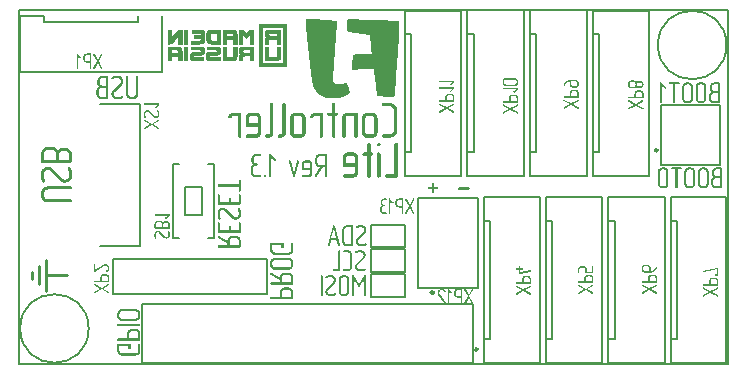
<source format=gbo>
G04*
G04 #@! TF.GenerationSoftware,Altium Limited,Altium Designer,20.1.14 (287)*
G04*
G04 Layer_Color=32896*
%FSLAX43Y43*%
%MOMM*%
G71*
G04*
G04 #@! TF.SameCoordinates,85BD2DBB-ACBE-4D76-AB48-93807FC358BF*
G04*
G04*
G04 #@! TF.FilePolarity,Positive*
G04*
G01*
G75*
%ADD10C,0.200*%
%ADD12C,0.250*%
%ADD13C,0.150*%
%ADD44C,0.300*%
%ADD58C,0.254*%
%ADD59C,0.013*%
%ADD60C,0.011*%
G36*
X29295Y7515D02*
X29306Y7514D01*
X29325Y7504D01*
X29332Y7499D01*
X29338Y7493D01*
X29340Y7491D01*
X29341Y7489D01*
X29349Y7478D01*
X29353Y7469D01*
X29360Y7446D01*
Y7437D01*
X29362Y7429D01*
Y7424D01*
Y7422D01*
Y5819D01*
X29360Y5804D01*
X29356Y5789D01*
X29353Y5778D01*
X29347Y5768D01*
X29341Y5759D01*
X29336Y5753D01*
X29334Y5751D01*
X29332Y5750D01*
X29319Y5744D01*
X29306Y5740D01*
X29296Y5736D01*
X29289Y5735D01*
X29278Y5733D01*
X29274D01*
X29261Y5735D01*
X29250Y5736D01*
X29229Y5744D01*
X29221Y5748D01*
X29216Y5751D01*
X29212Y5755D01*
X29210D01*
X29203Y5765D01*
X29195Y5774D01*
X29190Y5796D01*
X29188Y5804D01*
X29186Y5811D01*
Y5817D01*
Y5819D01*
Y7176D01*
X28862Y6580D01*
X28848Y6561D01*
X28835Y6548D01*
X28824Y6539D01*
X28811Y6533D01*
X28800Y6529D01*
X28792Y6526D01*
X28785D01*
X28768Y6528D01*
X28753Y6533D01*
X28740Y6541D01*
X28728Y6550D01*
X28721Y6559D01*
X28713Y6567D01*
X28710Y6573D01*
X28708Y6574D01*
X28378Y7176D01*
Y5819D01*
X28376Y5804D01*
X28372Y5789D01*
X28369Y5778D01*
X28361Y5768D01*
X28355Y5759D01*
X28352Y5753D01*
X28348Y5751D01*
X28346Y5750D01*
X28322Y5740D01*
X28303Y5735D01*
X28294Y5733D01*
X28290D01*
X28277Y5735D01*
X28265Y5736D01*
X28245Y5744D01*
X28237Y5748D01*
X28232Y5751D01*
X28228Y5755D01*
X28226D01*
X28219Y5765D01*
X28211Y5774D01*
X28205Y5796D01*
X28204Y5804D01*
X28202Y5811D01*
Y5817D01*
Y5819D01*
Y7422D01*
X28204Y7437D01*
X28205Y7450D01*
X28213Y7470D01*
X28219Y7478D01*
X28222Y7484D01*
X28224Y7487D01*
X28226Y7489D01*
X28235Y7499D01*
X28245Y7506D01*
X28254Y7510D01*
X28264Y7514D01*
X28273Y7515D01*
X28279Y7517D01*
X28284D01*
X28303Y7515D01*
X28318Y7510D01*
X28333Y7500D01*
X28344Y7491D01*
X28354Y7482D01*
X28361Y7472D01*
X28365Y7467D01*
X28367Y7465D01*
X28783Y6766D01*
X29201Y7467D01*
X29210Y7480D01*
X29220Y7489D01*
X29227Y7495D01*
X29231Y7500D01*
X29238Y7506D01*
X29240D01*
X29253Y7514D01*
X29266Y7515D01*
X29278Y7517D01*
X29281D01*
X29295Y7515D01*
D02*
G37*
G36*
X27613Y7506D02*
X27643Y7502D01*
X27671Y7497D01*
X27697Y7489D01*
X27746Y7470D01*
X27767Y7459D01*
X27786Y7448D01*
X27804Y7437D01*
X27819Y7425D01*
X27832Y7416D01*
X27844Y7407D01*
X27853Y7399D01*
X27859Y7394D01*
X27862Y7390D01*
X27864Y7388D01*
X27885Y7365D01*
X27902Y7343D01*
X27917Y7319D01*
X27930Y7294D01*
X27941Y7272D01*
X27951Y7249D01*
X27964Y7206D01*
X27969Y7185D01*
X27973Y7169D01*
X27975Y7152D01*
X27977Y7139D01*
X27979Y7127D01*
Y7120D01*
Y7114D01*
Y7112D01*
Y6128D01*
X27977Y6098D01*
X27973Y6068D01*
X27967Y6040D01*
X27960Y6014D01*
X27941Y5965D01*
X27930Y5945D01*
X27919Y5926D01*
X27907Y5907D01*
X27896Y5892D01*
X27887Y5879D01*
X27877Y5868D01*
X27870Y5858D01*
X27864Y5853D01*
X27861Y5849D01*
X27859Y5847D01*
X27836Y5826D01*
X27812Y5810D01*
X27787Y5795D01*
X27765Y5781D01*
X27741Y5770D01*
X27718Y5761D01*
X27675Y5748D01*
X27656Y5742D01*
X27637Y5738D01*
X27622Y5736D01*
X27609Y5735D01*
X27598Y5733D01*
X27459D01*
X27429Y5735D01*
X27399Y5738D01*
X27371Y5744D01*
X27345Y5751D01*
X27298Y5770D01*
X27276Y5780D01*
X27257Y5791D01*
X27240Y5802D01*
X27223Y5811D01*
X27210Y5823D01*
X27199Y5830D01*
X27189Y5838D01*
X27184Y5843D01*
X27180Y5847D01*
X27178Y5849D01*
X27158Y5871D01*
X27141Y5894D01*
X27124Y5918D01*
X27111Y5941D01*
X27099Y5965D01*
X27090Y5988D01*
X27077Y6033D01*
X27071Y6051D01*
X27068Y6070D01*
X27066Y6087D01*
X27064Y6100D01*
X27062Y6113D01*
Y6121D01*
Y6126D01*
Y6128D01*
Y7112D01*
X27064Y7142D01*
X27068Y7170D01*
X27073Y7199D01*
X27081Y7225D01*
X27099Y7272D01*
X27111Y7294D01*
X27120Y7313D01*
X27131Y7332D01*
X27143Y7347D01*
X27152Y7360D01*
X27161Y7371D01*
X27169Y7380D01*
X27174Y7386D01*
X27178Y7390D01*
X27180Y7392D01*
X27203Y7412D01*
X27225Y7429D01*
X27249Y7446D01*
X27274Y7459D01*
X27296Y7470D01*
X27321Y7480D01*
X27364Y7493D01*
X27384Y7499D01*
X27401Y7502D01*
X27418Y7504D01*
X27433Y7506D01*
X27444Y7508D01*
X27583D01*
X27613Y7506D01*
D02*
G37*
G36*
X26483D02*
X26513Y7502D01*
X26541Y7497D01*
X26567Y7491D01*
X26591Y7482D01*
X26612Y7472D01*
X26633Y7461D01*
X26651Y7452D01*
X26666Y7440D01*
X26681Y7429D01*
X26693Y7420D01*
X26704Y7412D01*
X26711Y7405D01*
X26717Y7399D01*
X26719Y7395D01*
X26721Y7394D01*
X26743Y7371D01*
X26762Y7347D01*
X26779Y7322D01*
X26794Y7298D01*
X26805Y7274D01*
X26816Y7251D01*
X26831Y7208D01*
X26835Y7187D01*
X26839Y7169D01*
X26843Y7154D01*
X26845Y7139D01*
X26846Y7127D01*
Y7120D01*
Y7114D01*
Y7112D01*
X26845Y7084D01*
X26843Y7056D01*
X26839Y7032D01*
X26833Y7009D01*
X26828Y6991D01*
X26824Y6977D01*
X26822Y6968D01*
X26820Y6964D01*
X26803Y6934D01*
X26786Y6908D01*
X26771Y6886D01*
X26758Y6869D01*
X26747Y6854D01*
X26738Y6842D01*
X26732Y6837D01*
X26730Y6835D01*
X26183Y6286D01*
X26170Y6271D01*
X26158Y6256D01*
X26149Y6241D01*
X26143Y6229D01*
X26138Y6220D01*
X26134Y6213D01*
X26132Y6207D01*
Y6205D01*
X26128Y6199D01*
X26127Y6192D01*
X26125Y6186D01*
Y6184D01*
X26123Y6177D01*
X26121Y6171D01*
X26119Y6169D01*
Y6168D01*
X26115Y6126D01*
X26119Y6095D01*
X26127Y6066D01*
X26136Y6040D01*
X26149Y6018D01*
X26162Y5999D01*
X26172Y5984D01*
X26179Y5976D01*
X26183Y5973D01*
X26209Y5950D01*
X26235Y5935D01*
X26260Y5924D01*
X26284Y5915D01*
X26305Y5911D01*
X26322Y5909D01*
X26333Y5907D01*
X26516D01*
X26556Y5909D01*
X26593Y5916D01*
X26627Y5926D01*
X26655Y5937D01*
X26680Y5948D01*
X26698Y5958D01*
X26706Y5961D01*
X26711Y5965D01*
X26713Y5967D01*
X26715D01*
X26760Y5982D01*
X26773Y5980D01*
X26786Y5976D01*
X26807Y5967D01*
X26815Y5960D01*
X26820Y5956D01*
X26822Y5952D01*
X26824Y5950D01*
X26831Y5939D01*
X26837Y5928D01*
X26843Y5909D01*
X26845Y5901D01*
X26846Y5896D01*
Y5892D01*
Y5890D01*
X26839Y5855D01*
X26811Y5825D01*
X26786Y5808D01*
X26760Y5795D01*
X26734Y5781D01*
X26710Y5772D01*
X26659Y5755D01*
X26614Y5744D01*
X26593Y5740D01*
X26575Y5738D01*
X26558Y5736D01*
X26543Y5735D01*
X26531Y5733D01*
X26335D01*
X26303Y5735D01*
X26273Y5738D01*
X26247Y5744D01*
X26220Y5751D01*
X26196Y5759D01*
X26175Y5768D01*
X26155Y5780D01*
X26136Y5791D01*
X26121Y5800D01*
X26108Y5811D01*
X26095Y5821D01*
X26085Y5830D01*
X26078Y5836D01*
X26072Y5841D01*
X26070Y5845D01*
X26068Y5847D01*
X26046Y5870D01*
X26025Y5894D01*
X26008Y5918D01*
X25993Y5941D01*
X25980Y5965D01*
X25971Y5990D01*
X25962Y6012D01*
X25956Y6033D01*
X25950Y6053D01*
X25947Y6070D01*
X25943Y6087D01*
X25941Y6102D01*
X25939Y6113D01*
Y6121D01*
Y6126D01*
Y6128D01*
Y6164D01*
X25945Y6194D01*
X25960Y6248D01*
X25967Y6273D01*
X25979Y6299D01*
X25992Y6323D01*
X26007Y6342D01*
X26018Y6359D01*
X26031Y6372D01*
X26038Y6381D01*
X26046Y6387D01*
X26048Y6389D01*
X26605Y6955D01*
X26618Y6970D01*
X26629Y6985D01*
X26638Y6996D01*
X26644Y7007D01*
X26650Y7017D01*
X26653Y7022D01*
X26657Y7026D01*
Y7028D01*
X26663Y7047D01*
X26668Y7067D01*
X26670Y7109D01*
X26668Y7142D01*
X26661Y7172D01*
X26651Y7200D01*
X26638Y7223D01*
X26627Y7242D01*
X26618Y7257D01*
X26610Y7264D01*
X26608Y7268D01*
X26584Y7290D01*
X26558Y7305D01*
X26531Y7317D01*
X26507Y7326D01*
X26485Y7330D01*
X26466Y7332D01*
X26455Y7334D01*
X26271D01*
X26230Y7332D01*
X26192Y7324D01*
X26158Y7313D01*
X26128Y7302D01*
X26104Y7289D01*
X26085Y7279D01*
X26080Y7274D01*
X26074Y7272D01*
X26072Y7268D01*
X26070D01*
X26027Y7255D01*
X26012Y7257D01*
X25999Y7259D01*
X25979Y7270D01*
X25971Y7274D01*
X25965Y7279D01*
X25962Y7281D01*
X25960Y7283D01*
X25950Y7294D01*
X25943Y7305D01*
X25939Y7317D01*
X25935Y7326D01*
X25934Y7335D01*
X25932Y7343D01*
Y7347D01*
Y7349D01*
X25937Y7369D01*
X25943Y7382D01*
X25949Y7392D01*
X25950Y7394D01*
X25958Y7405D01*
X25965Y7410D01*
X25971Y7414D01*
X25973Y7416D01*
X25997Y7431D01*
X26023Y7444D01*
X26048Y7457D01*
X26070Y7467D01*
X26091Y7474D01*
X26106Y7480D01*
X26117Y7482D01*
X26119Y7484D01*
X26121D01*
X26151Y7491D01*
X26179Y7499D01*
X26203Y7502D01*
X26226Y7504D01*
X26245Y7506D01*
X26258Y7508D01*
X26451D01*
X26483Y7506D01*
D02*
G37*
G36*
X25639D02*
X25652Y7504D01*
X25671Y7493D01*
X25679Y7487D01*
X25684Y7484D01*
X25688Y7480D01*
X25690Y7478D01*
X25697Y7467D01*
X25703Y7457D01*
X25710Y7439D01*
X25712Y7433D01*
X25714Y7427D01*
Y7424D01*
Y7422D01*
Y5819D01*
X25712Y5804D01*
X25709Y5789D01*
X25705Y5778D01*
X25699Y5768D01*
X25694Y5759D01*
X25688Y5753D01*
X25686Y5751D01*
X25684Y5750D01*
X25671Y5744D01*
X25658Y5740D01*
X25649Y5736D01*
X25641Y5735D01*
X25630Y5733D01*
X25626D01*
X25613Y5735D01*
X25602Y5736D01*
X25581Y5744D01*
X25574Y5748D01*
X25568Y5751D01*
X25564Y5755D01*
X25562D01*
X25555Y5765D01*
X25547Y5774D01*
X25542Y5796D01*
X25540Y5804D01*
X25538Y5811D01*
Y5817D01*
Y5819D01*
Y7422D01*
X25540Y7435D01*
X25542Y7448D01*
X25553Y7467D01*
X25559Y7474D01*
X25562Y7480D01*
X25566Y7482D01*
X25568Y7484D01*
X25579Y7491D01*
X25589Y7499D01*
X25607Y7504D01*
X25615Y7506D01*
X25620Y7508D01*
X25626D01*
X25639Y7506D01*
D02*
G37*
G36*
X23153Y10243D02*
X23165Y10241D01*
X23186Y10231D01*
X23192Y10224D01*
X23199Y10218D01*
X23203Y10216D01*
X23205Y10214D01*
X23215Y10201D01*
X23224Y10191D01*
X23228Y10179D01*
X23232Y10168D01*
X23234Y10160D01*
X23236Y10154D01*
Y9668D01*
X23234Y9635D01*
X23230Y9602D01*
X23224Y9570D01*
X23215Y9539D01*
X23195Y9487D01*
X23182Y9462D01*
X23170Y9441D01*
X23157Y9420D01*
X23145Y9404D01*
X23134Y9389D01*
X23124Y9377D01*
X23115Y9366D01*
X23109Y9360D01*
X23105Y9356D01*
X23103Y9354D01*
X23078Y9331D01*
X23053Y9312D01*
X23026Y9295D01*
X22999Y9281D01*
X22974Y9270D01*
X22949Y9260D01*
X22901Y9245D01*
X22878Y9239D01*
X22859Y9235D01*
X22840Y9233D01*
X22826Y9231D01*
X22813Y9229D01*
X22805D01*
X22799D01*
X22797D01*
X21703D01*
X21670Y9231D01*
X21637Y9235D01*
X21605Y9241D01*
X21576Y9250D01*
X21522Y9270D01*
X21499Y9283D01*
X21478Y9295D01*
X21458Y9308D01*
X21441Y9320D01*
X21426Y9331D01*
X21414Y9341D01*
X21403Y9350D01*
X21397Y9356D01*
X21393Y9360D01*
X21391Y9362D01*
X21368Y9387D01*
X21349Y9414D01*
X21333Y9441D01*
X21318Y9466D01*
X21305Y9493D01*
X21295Y9518D01*
X21280Y9566D01*
X21274Y9587D01*
X21270Y9608D01*
X21268Y9625D01*
X21266Y9639D01*
X21264Y9652D01*
Y10147D01*
X21266Y10164D01*
X21268Y10181D01*
X21278Y10204D01*
X21295Y10222D01*
X21312Y10233D01*
X21328Y10241D01*
X21345Y10243D01*
X21355Y10245D01*
X21360D01*
X22318D01*
X22334D01*
X22349Y10241D01*
X22374Y10231D01*
X22391Y10214D01*
X22401Y10197D01*
X22409Y10179D01*
X22411Y10162D01*
X22413Y10151D01*
Y9872D01*
X22411Y9856D01*
X22407Y9839D01*
X22401Y9827D01*
X22395Y9818D01*
X22389Y9810D01*
X22382Y9804D01*
X22378Y9802D01*
X22376Y9800D01*
X22364Y9791D01*
X22351Y9787D01*
X22332Y9779D01*
X22322Y9777D01*
X22318D01*
X22303Y9779D01*
X22291Y9781D01*
X22268Y9789D01*
X22259Y9793D01*
X22253Y9797D01*
X22249Y9802D01*
X22247D01*
X22239Y9812D01*
X22232Y9824D01*
X22224Y9847D01*
X22222Y9858D01*
X22220Y9866D01*
Y10049D01*
X21458D01*
Y9668D01*
X21460Y9633D01*
X21468Y9602D01*
X21480Y9572D01*
X21493Y9547D01*
X21505Y9527D01*
X21518Y9510D01*
X21526Y9502D01*
X21528Y9497D01*
X21557Y9472D01*
X21587Y9456D01*
X21616Y9443D01*
X21643Y9433D01*
X21668Y9429D01*
X21687Y9427D01*
X21699Y9425D01*
X21701D01*
X21703D01*
X22797D01*
X22834Y9427D01*
X22868Y9435D01*
X22897Y9448D01*
X22922Y9460D01*
X22943Y9472D01*
X22957Y9485D01*
X22965Y9493D01*
X22970Y9495D01*
X22995Y9522D01*
X23011Y9552D01*
X23024Y9581D01*
X23034Y9608D01*
X23038Y9633D01*
X23040Y9652D01*
X23043Y9664D01*
Y10147D01*
X23045Y10164D01*
X23047Y10179D01*
X23053Y10189D01*
X23059Y10199D01*
X23063Y10208D01*
X23070Y10214D01*
X23072Y10216D01*
X23074Y10218D01*
X23086Y10226D01*
X23097Y10235D01*
X23120Y10241D01*
X23128Y10243D01*
X23134Y10245D01*
X23138D01*
X23140D01*
X23153Y10243D01*
D02*
G37*
G36*
X22830Y8987D02*
X22861Y8983D01*
X22893Y8977D01*
X22922Y8968D01*
X22974Y8948D01*
X22999Y8935D01*
X23020Y8925D01*
X23040Y8912D01*
X23057Y8900D01*
X23072Y8889D01*
X23084Y8879D01*
X23095Y8871D01*
X23101Y8864D01*
X23105Y8860D01*
X23107Y8858D01*
X23130Y8833D01*
X23149Y8808D01*
X23167Y8781D01*
X23182Y8754D01*
X23195Y8729D01*
X23205Y8702D01*
X23220Y8654D01*
X23226Y8631D01*
X23230Y8612D01*
X23232Y8594D01*
X23234Y8577D01*
X23236Y8564D01*
Y8410D01*
X23234Y8377D01*
X23230Y8344D01*
X23224Y8312D01*
X23215Y8283D01*
X23195Y8229D01*
X23182Y8206D01*
X23170Y8185D01*
X23157Y8165D01*
X23145Y8148D01*
X23134Y8133D01*
X23124Y8121D01*
X23115Y8110D01*
X23109Y8104D01*
X23105Y8100D01*
X23103Y8098D01*
X23078Y8075D01*
X23053Y8056D01*
X23026Y8040D01*
X22999Y8025D01*
X22974Y8012D01*
X22949Y8002D01*
X22901Y7987D01*
X22878Y7981D01*
X22859Y7977D01*
X22840Y7975D01*
X22826Y7973D01*
X22813Y7971D01*
X22805D01*
X22799D01*
X22797D01*
X21703D01*
X21670Y7973D01*
X21637Y7977D01*
X21605Y7983D01*
X21576Y7992D01*
X21522Y8012D01*
X21499Y8025D01*
X21478Y8037D01*
X21458Y8050D01*
X21441Y8062D01*
X21426Y8073D01*
X21414Y8083D01*
X21403Y8092D01*
X21397Y8098D01*
X21393Y8102D01*
X21391Y8104D01*
X21368Y8129D01*
X21349Y8156D01*
X21333Y8183D01*
X21318Y8208D01*
X21305Y8235D01*
X21295Y8260D01*
X21280Y8308D01*
X21274Y8329D01*
X21270Y8350D01*
X21268Y8367D01*
X21266Y8381D01*
X21264Y8394D01*
Y8548D01*
X21266Y8581D01*
X21270Y8614D01*
X21276Y8646D01*
X21285Y8675D01*
X21305Y8727D01*
X21316Y8752D01*
X21328Y8773D01*
X21341Y8791D01*
X21351Y8810D01*
X21364Y8825D01*
X21372Y8837D01*
X21380Y8848D01*
X21387Y8854D01*
X21391Y8858D01*
X21393Y8860D01*
X21418Y8883D01*
X21443Y8902D01*
X21470Y8921D01*
X21495Y8935D01*
X21522Y8948D01*
X21547Y8958D01*
X21597Y8973D01*
X21618Y8979D01*
X21639Y8983D01*
X21657Y8985D01*
X21672Y8987D01*
X21687Y8989D01*
X21695D01*
X21701D01*
X21703D01*
X22797D01*
X22830Y8987D01*
D02*
G37*
G36*
Y7729D02*
X22861Y7725D01*
X22893Y7719D01*
X22922Y7710D01*
X22974Y7690D01*
X22999Y7677D01*
X23020Y7667D01*
X23040Y7654D01*
X23057Y7642D01*
X23072Y7631D01*
X23084Y7621D01*
X23095Y7613D01*
X23101Y7606D01*
X23105Y7602D01*
X23107Y7600D01*
X23130Y7575D01*
X23149Y7550D01*
X23167Y7523D01*
X23182Y7496D01*
X23195Y7471D01*
X23205Y7444D01*
X23220Y7396D01*
X23226Y7373D01*
X23230Y7354D01*
X23232Y7336D01*
X23234Y7319D01*
X23236Y7306D01*
Y6792D01*
X23232Y6777D01*
X23222Y6752D01*
X23205Y6736D01*
X23188Y6725D01*
X23172Y6717D01*
X23155Y6715D01*
X23145Y6713D01*
X23142D01*
X23140D01*
X21360D01*
X21343Y6715D01*
X21326Y6719D01*
X21314Y6723D01*
X21303Y6729D01*
X21293Y6736D01*
X21287Y6742D01*
X21285Y6744D01*
X21283Y6746D01*
X21276Y6761D01*
X21272Y6775D01*
X21268Y6786D01*
X21266Y6794D01*
X21264Y6807D01*
Y6811D01*
X21266Y6825D01*
X21268Y6838D01*
X21276Y6861D01*
X21280Y6869D01*
X21285Y6875D01*
X21289Y6879D01*
Y6881D01*
X21299Y6890D01*
X21310Y6898D01*
X21335Y6904D01*
X21343Y6906D01*
X21351Y6909D01*
X21358D01*
X21360D01*
X22087D01*
Y7096D01*
X21316Y7546D01*
X21297Y7558D01*
X21283Y7571D01*
X21274Y7579D01*
X21272Y7583D01*
X21268Y7600D01*
X21266Y7615D01*
X21264Y7625D01*
Y7629D01*
X21266Y7644D01*
X21268Y7656D01*
X21276Y7677D01*
X21280Y7685D01*
X21283Y7692D01*
X21287Y7694D01*
Y7696D01*
X21299Y7708D01*
X21314Y7717D01*
X21324Y7723D01*
X21335Y7727D01*
X21345Y7729D01*
X21351Y7731D01*
X21355D01*
X21358D01*
X21376Y7729D01*
X21389Y7727D01*
X21399Y7723D01*
X21401Y7721D01*
X22087Y7300D01*
Y7288D01*
X22089Y7321D01*
X22093Y7354D01*
X22099Y7386D01*
X22107Y7415D01*
X22126Y7467D01*
X22139Y7492D01*
X22151Y7513D01*
X22161Y7531D01*
X22174Y7550D01*
X22184Y7565D01*
X22195Y7577D01*
X22201Y7588D01*
X22207Y7594D01*
X22211Y7598D01*
X22214Y7600D01*
X22239Y7623D01*
X22264Y7644D01*
X22291Y7660D01*
X22316Y7675D01*
X22343Y7690D01*
X22368Y7700D01*
X22418Y7715D01*
X22438Y7721D01*
X22459Y7725D01*
X22478Y7727D01*
X22493Y7729D01*
X22507Y7731D01*
X22516D01*
X22522D01*
X22524D01*
X22797D01*
X22830Y7729D01*
D02*
G37*
G36*
X22888Y6465D02*
X22968Y6442D01*
X22997Y6430D01*
X23024Y6413D01*
X23047Y6398D01*
X23067Y6382D01*
X23086Y6367D01*
X23099Y6355D01*
X23107Y6346D01*
X23109Y6344D01*
X23132Y6319D01*
X23151Y6292D01*
X23167Y6267D01*
X23182Y6240D01*
X23195Y6213D01*
X23205Y6188D01*
X23220Y6138D01*
X23226Y6117D01*
X23230Y6096D01*
X23232Y6078D01*
X23234Y6063D01*
X23236Y6048D01*
Y5534D01*
X23232Y5519D01*
X23222Y5494D01*
X23205Y5478D01*
X23188Y5467D01*
X23172Y5459D01*
X23155Y5457D01*
X23145Y5455D01*
X23142D01*
X23140D01*
X21360D01*
X21343Y5457D01*
X21326Y5461D01*
X21314Y5465D01*
X21303Y5471D01*
X21293Y5478D01*
X21287Y5484D01*
X21285Y5486D01*
X21283Y5488D01*
X21276Y5503D01*
X21272Y5517D01*
X21268Y5528D01*
X21266Y5536D01*
X21264Y5549D01*
Y5553D01*
X21266Y5567D01*
X21268Y5580D01*
X21276Y5603D01*
X21280Y5611D01*
X21285Y5617D01*
X21289Y5621D01*
Y5623D01*
X21299Y5632D01*
X21310Y5640D01*
X21335Y5646D01*
X21343Y5648D01*
X21351Y5651D01*
X21358D01*
X21360D01*
X22087D01*
Y6032D01*
X22089Y6065D01*
X22093Y6098D01*
X22099Y6130D01*
X22107Y6159D01*
X22126Y6211D01*
X22139Y6236D01*
X22151Y6257D01*
X22161Y6275D01*
X22174Y6294D01*
X22184Y6309D01*
X22195Y6321D01*
X22201Y6332D01*
X22207Y6338D01*
X22211Y6342D01*
X22214Y6344D01*
X22239Y6367D01*
X22264Y6386D01*
X22291Y6405D01*
X22316Y6419D01*
X22343Y6432D01*
X22368Y6442D01*
X22418Y6457D01*
X22438Y6463D01*
X22459Y6467D01*
X22478Y6469D01*
X22493Y6471D01*
X22507Y6473D01*
X22516D01*
X22522D01*
X22524D01*
X22799D01*
X22843D01*
X22888Y6465D01*
D02*
G37*
G36*
X10009Y24384D02*
X10024Y24382D01*
X10044Y24370D01*
X10053Y24363D01*
X10059Y24359D01*
X10063Y24355D01*
X10065Y24353D01*
X10074Y24340D01*
X10080Y24330D01*
X10088Y24309D01*
X10090Y24303D01*
X10092Y24297D01*
Y24292D01*
Y24290D01*
Y22853D01*
X10090Y22820D01*
X10086Y22787D01*
X10080Y22755D01*
X10071Y22726D01*
X10051Y22672D01*
X10038Y22649D01*
X10026Y22628D01*
X10013Y22607D01*
X10001Y22591D01*
X9990Y22576D01*
X9980Y22564D01*
X9971Y22553D01*
X9965Y22547D01*
X9961Y22543D01*
X9959Y22541D01*
X9934Y22518D01*
X9907Y22499D01*
X9880Y22483D01*
X9855Y22468D01*
X9828Y22455D01*
X9803Y22445D01*
X9755Y22430D01*
X9734Y22424D01*
X9713Y22420D01*
X9697Y22418D01*
X9682Y22416D01*
X9669Y22414D01*
X9515D01*
X9482Y22416D01*
X9449Y22420D01*
X9417Y22426D01*
X9388Y22435D01*
X9336Y22455D01*
X9311Y22466D01*
X9290Y22478D01*
X9272Y22491D01*
X9253Y22501D01*
X9238Y22514D01*
X9226Y22522D01*
X9215Y22530D01*
X9209Y22537D01*
X9205Y22541D01*
X9203Y22543D01*
X9180Y22568D01*
X9161Y22593D01*
X9142Y22620D01*
X9128Y22645D01*
X9115Y22672D01*
X9105Y22697D01*
X9090Y22747D01*
X9084Y22768D01*
X9080Y22789D01*
X9078Y22807D01*
X9076Y22822D01*
X9074Y22837D01*
Y22845D01*
Y22851D01*
Y22853D01*
Y24290D01*
X9076Y24305D01*
X9078Y24320D01*
X9090Y24340D01*
X9097Y24349D01*
X9101Y24355D01*
X9105Y24357D01*
X9107Y24359D01*
X9120Y24367D01*
X9130Y24376D01*
X9151Y24382D01*
X9159Y24384D01*
X9165Y24386D01*
X9172D01*
X9186Y24384D01*
X9201Y24382D01*
X9222Y24370D01*
X9230Y24363D01*
X9236Y24359D01*
X9240Y24355D01*
X9242Y24353D01*
X9251Y24340D01*
X9257Y24330D01*
X9265Y24309D01*
X9267Y24303D01*
X9270Y24297D01*
Y24292D01*
Y24290D01*
Y22853D01*
X9274Y22816D01*
X9282Y22780D01*
X9292Y22751D01*
X9307Y22724D01*
X9322Y22703D01*
X9332Y22689D01*
X9340Y22680D01*
X9345Y22676D01*
X9374Y22653D01*
X9403Y22637D01*
X9430Y22624D01*
X9457Y22616D01*
X9480Y22612D01*
X9499Y22610D01*
X9511Y22607D01*
X9653D01*
X9688Y22612D01*
X9719Y22620D01*
X9749Y22630D01*
X9774Y22645D01*
X9794Y22657D01*
X9811Y22670D01*
X9819Y22678D01*
X9824Y22680D01*
X9849Y22710D01*
X9865Y22739D01*
X9878Y22768D01*
X9888Y22795D01*
X9892Y22818D01*
X9894Y22837D01*
X9896Y22849D01*
Y22851D01*
Y22853D01*
Y24290D01*
X9899Y24305D01*
X9901Y24320D01*
X9913Y24340D01*
X9919Y24349D01*
X9924Y24355D01*
X9928Y24357D01*
X9930Y24359D01*
X9942Y24367D01*
X9953Y24376D01*
X9974Y24382D01*
X9982Y24384D01*
X9988Y24386D01*
X9994D01*
X10009Y24384D01*
D02*
G37*
G36*
X8430D02*
X8464Y24380D01*
X8495Y24374D01*
X8524Y24367D01*
X8551Y24357D01*
X8574Y24347D01*
X8597Y24334D01*
X8618Y24324D01*
X8634Y24311D01*
X8651Y24299D01*
X8663Y24288D01*
X8676Y24280D01*
X8684Y24272D01*
X8691Y24265D01*
X8693Y24261D01*
X8695Y24259D01*
X8720Y24234D01*
X8741Y24207D01*
X8759Y24180D01*
X8776Y24153D01*
X8788Y24126D01*
X8801Y24101D01*
X8818Y24053D01*
X8822Y24030D01*
X8826Y24009D01*
X8830Y23993D01*
X8832Y23976D01*
X8834Y23963D01*
Y23955D01*
Y23949D01*
Y23947D01*
X8832Y23915D01*
X8830Y23884D01*
X8826Y23857D01*
X8820Y23832D01*
X8813Y23811D01*
X8809Y23797D01*
X8807Y23786D01*
X8805Y23782D01*
X8786Y23749D01*
X8768Y23720D01*
X8751Y23695D01*
X8736Y23676D01*
X8724Y23659D01*
X8713Y23647D01*
X8707Y23641D01*
X8705Y23638D01*
X8097Y23028D01*
X8082Y23012D01*
X8070Y22995D01*
X8059Y22978D01*
X8053Y22966D01*
X8047Y22955D01*
X8043Y22947D01*
X8041Y22941D01*
Y22939D01*
X8037Y22932D01*
X8034Y22924D01*
X8032Y22918D01*
Y22916D01*
X8030Y22907D01*
X8028Y22901D01*
X8026Y22899D01*
Y22897D01*
X8022Y22851D01*
X8026Y22816D01*
X8034Y22785D01*
X8045Y22755D01*
X8059Y22730D01*
X8074Y22710D01*
X8084Y22693D01*
X8093Y22685D01*
X8097Y22680D01*
X8126Y22655D01*
X8155Y22639D01*
X8182Y22626D01*
X8209Y22616D01*
X8232Y22612D01*
X8251Y22610D01*
X8264Y22607D01*
X8468D01*
X8511Y22610D01*
X8553Y22618D01*
X8591Y22628D01*
X8622Y22641D01*
X8649Y22653D01*
X8670Y22664D01*
X8678Y22668D01*
X8684Y22672D01*
X8686Y22674D01*
X8688D01*
X8738Y22691D01*
X8753Y22689D01*
X8768Y22685D01*
X8791Y22674D01*
X8799Y22666D01*
X8805Y22662D01*
X8807Y22657D01*
X8809Y22655D01*
X8818Y22643D01*
X8824Y22630D01*
X8830Y22610D01*
X8832Y22601D01*
X8834Y22595D01*
Y22591D01*
Y22589D01*
X8826Y22549D01*
X8795Y22516D01*
X8768Y22497D01*
X8738Y22483D01*
X8709Y22468D01*
X8682Y22458D01*
X8626Y22439D01*
X8576Y22426D01*
X8553Y22422D01*
X8532Y22420D01*
X8513Y22418D01*
X8497Y22416D01*
X8484Y22414D01*
X8266D01*
X8230Y22416D01*
X8197Y22420D01*
X8168Y22426D01*
X8139Y22435D01*
X8112Y22443D01*
X8089Y22453D01*
X8066Y22466D01*
X8045Y22478D01*
X8028Y22489D01*
X8014Y22501D01*
X7999Y22512D01*
X7989Y22522D01*
X7980Y22528D01*
X7974Y22535D01*
X7972Y22539D01*
X7970Y22541D01*
X7945Y22566D01*
X7922Y22593D01*
X7903Y22620D01*
X7887Y22645D01*
X7872Y22672D01*
X7862Y22699D01*
X7851Y22724D01*
X7845Y22747D01*
X7839Y22770D01*
X7834Y22789D01*
X7830Y22807D01*
X7828Y22824D01*
X7826Y22837D01*
Y22845D01*
Y22851D01*
Y22853D01*
Y22893D01*
X7832Y22926D01*
X7849Y22987D01*
X7857Y23014D01*
X7870Y23043D01*
X7884Y23070D01*
X7901Y23091D01*
X7914Y23109D01*
X7928Y23124D01*
X7937Y23134D01*
X7945Y23141D01*
X7947Y23143D01*
X8566Y23772D01*
X8580Y23788D01*
X8593Y23805D01*
X8603Y23818D01*
X8609Y23830D01*
X8616Y23841D01*
X8620Y23847D01*
X8624Y23851D01*
Y23853D01*
X8630Y23874D01*
X8636Y23897D01*
X8638Y23943D01*
X8636Y23980D01*
X8628Y24013D01*
X8618Y24045D01*
X8603Y24070D01*
X8591Y24090D01*
X8580Y24107D01*
X8572Y24115D01*
X8570Y24120D01*
X8543Y24145D01*
X8513Y24161D01*
X8484Y24174D01*
X8457Y24184D01*
X8432Y24188D01*
X8411Y24190D01*
X8399Y24192D01*
X8195D01*
X8149Y24190D01*
X8107Y24182D01*
X8070Y24170D01*
X8037Y24157D01*
X8009Y24143D01*
X7989Y24132D01*
X7982Y24126D01*
X7976Y24124D01*
X7974Y24120D01*
X7972D01*
X7924Y24105D01*
X7907Y24107D01*
X7893Y24109D01*
X7870Y24122D01*
X7862Y24126D01*
X7855Y24132D01*
X7851Y24134D01*
X7849Y24136D01*
X7839Y24149D01*
X7830Y24161D01*
X7826Y24174D01*
X7822Y24184D01*
X7820Y24195D01*
X7818Y24203D01*
Y24207D01*
Y24209D01*
X7824Y24232D01*
X7830Y24247D01*
X7837Y24257D01*
X7839Y24259D01*
X7847Y24272D01*
X7855Y24278D01*
X7862Y24282D01*
X7864Y24284D01*
X7891Y24301D01*
X7920Y24315D01*
X7947Y24330D01*
X7972Y24340D01*
X7995Y24349D01*
X8012Y24355D01*
X8024Y24357D01*
X8026Y24359D01*
X8028D01*
X8062Y24367D01*
X8093Y24376D01*
X8120Y24380D01*
X8145Y24382D01*
X8166Y24384D01*
X8180Y24386D01*
X8395D01*
X8430Y24384D01*
D02*
G37*
G36*
X7512Y24382D02*
X7537Y24372D01*
X7553Y24355D01*
X7564Y24338D01*
X7572Y24322D01*
X7574Y24305D01*
X7576Y24295D01*
Y24292D01*
Y24290D01*
Y22510D01*
X7574Y22493D01*
X7572Y22478D01*
X7562Y22453D01*
X7545Y22437D01*
X7528Y22426D01*
X7512Y22418D01*
X7495Y22416D01*
X7485Y22414D01*
X6999D01*
X6968Y22416D01*
X6939Y22420D01*
X6910Y22426D01*
X6881Y22435D01*
X6831Y22455D01*
X6785Y22480D01*
X6766Y22491D01*
X6747Y22503D01*
X6733Y22514D01*
X6720Y22524D01*
X6710Y22533D01*
X6701Y22539D01*
X6697Y22543D01*
X6695Y22545D01*
X6670Y22570D01*
X6649Y22595D01*
X6631Y22622D01*
X6616Y22649D01*
X6601Y22674D01*
X6591Y22701D01*
X6574Y22749D01*
X6568Y22770D01*
X6564Y22791D01*
X6562Y22807D01*
X6560Y22824D01*
X6558Y22837D01*
Y22845D01*
Y22851D01*
Y22853D01*
Y23126D01*
X6560Y23170D01*
X6568Y23212D01*
X6579Y23249D01*
X6591Y23282D01*
X6606Y23311D01*
X6616Y23332D01*
X6620Y23341D01*
X6624Y23347D01*
X6626Y23349D01*
Y23351D01*
X6651Y23389D01*
X6679Y23420D01*
X6706Y23445D01*
X6729Y23464D01*
X6751Y23478D01*
X6768Y23489D01*
X6779Y23493D01*
X6781Y23495D01*
X6783D01*
X6758Y23514D01*
X6735Y23532D01*
X6716Y23555D01*
X6699Y23574D01*
X6687Y23593D01*
X6676Y23607D01*
X6672Y23618D01*
X6670Y23622D01*
X6656Y23653D01*
X6645Y23686D01*
X6639Y23718D01*
X6633Y23749D01*
X6631Y23774D01*
X6629Y23793D01*
Y23801D01*
Y23807D01*
Y23809D01*
Y23811D01*
Y23947D01*
Y23990D01*
X6637Y24038D01*
X6660Y24115D01*
X6674Y24145D01*
X6689Y24172D01*
X6708Y24199D01*
X6726Y24222D01*
X6741Y24240D01*
X6756Y24255D01*
X6764Y24263D01*
X6768Y24267D01*
X6791Y24288D01*
X6816Y24307D01*
X6839Y24322D01*
X6866Y24336D01*
X6891Y24349D01*
X6916Y24357D01*
X6962Y24372D01*
X6985Y24376D01*
X7003Y24380D01*
X7022Y24382D01*
X7037Y24384D01*
X7051Y24386D01*
X7497D01*
X7512Y24382D01*
D02*
G37*
G36*
X9880Y4651D02*
X9911Y4646D01*
X9943Y4640D01*
X9972Y4632D01*
X10024Y4611D01*
X10049Y4598D01*
X10070Y4588D01*
X10090Y4576D01*
X10107Y4563D01*
X10122Y4553D01*
X10134Y4542D01*
X10145Y4534D01*
X10151Y4528D01*
X10155Y4523D01*
X10157Y4521D01*
X10180Y4496D01*
X10199Y4471D01*
X10217Y4444D01*
X10232Y4417D01*
X10245Y4392D01*
X10255Y4365D01*
X10270Y4317D01*
X10276Y4294D01*
X10280Y4276D01*
X10282Y4257D01*
X10284Y4240D01*
X10286Y4228D01*
Y4074D01*
X10284Y4040D01*
X10280Y4007D01*
X10274Y3976D01*
X10265Y3947D01*
X10245Y3892D01*
X10232Y3869D01*
X10220Y3849D01*
X10207Y3828D01*
X10195Y3811D01*
X10184Y3797D01*
X10174Y3784D01*
X10165Y3774D01*
X10159Y3767D01*
X10155Y3763D01*
X10153Y3761D01*
X10128Y3738D01*
X10103Y3720D01*
X10076Y3703D01*
X10049Y3688D01*
X10024Y3676D01*
X9999Y3665D01*
X9951Y3651D01*
X9928Y3645D01*
X9909Y3640D01*
X9890Y3638D01*
X9876Y3636D01*
X9863Y3634D01*
X9855D01*
X9849D01*
X9847D01*
X8753D01*
X8720Y3636D01*
X8687Y3640D01*
X8655Y3647D01*
X8626Y3655D01*
X8572Y3676D01*
X8549Y3688D01*
X8528Y3701D01*
X8507Y3713D01*
X8491Y3726D01*
X8476Y3736D01*
X8464Y3747D01*
X8453Y3755D01*
X8447Y3761D01*
X8443Y3765D01*
X8441Y3767D01*
X8418Y3792D01*
X8399Y3819D01*
X8383Y3847D01*
X8368Y3872D01*
X8355Y3899D01*
X8345Y3924D01*
X8330Y3972D01*
X8324Y3992D01*
X8320Y4013D01*
X8318Y4030D01*
X8316Y4044D01*
X8314Y4057D01*
Y4211D01*
X8316Y4244D01*
X8320Y4278D01*
X8326Y4309D01*
X8335Y4338D01*
X8355Y4390D01*
X8366Y4415D01*
X8378Y4436D01*
X8391Y4455D01*
X8401Y4473D01*
X8414Y4488D01*
X8422Y4501D01*
X8430Y4511D01*
X8437Y4517D01*
X8441Y4521D01*
X8443Y4523D01*
X8468Y4546D01*
X8493Y4565D01*
X8520Y4584D01*
X8545Y4598D01*
X8572Y4611D01*
X8597Y4621D01*
X8647Y4636D01*
X8668Y4642D01*
X8689Y4646D01*
X8707Y4648D01*
X8722Y4651D01*
X8737Y4653D01*
X8745D01*
X8751D01*
X8753D01*
X9847D01*
X9880Y4651D01*
D02*
G37*
G36*
X10205Y3407D02*
X10220Y3405D01*
X10240Y3393D01*
X10249Y3386D01*
X10255Y3382D01*
X10257Y3378D01*
X10259Y3376D01*
X10267Y3363D01*
X10276Y3353D01*
X10282Y3332D01*
X10284Y3324D01*
X10286Y3318D01*
Y3311D01*
X10284Y3297D01*
X10282Y3282D01*
X10270Y3261D01*
X10263Y3253D01*
X10259Y3247D01*
X10255Y3243D01*
X10253Y3240D01*
X10240Y3232D01*
X10230Y3226D01*
X10209Y3218D01*
X10203Y3215D01*
X10197Y3213D01*
X10192D01*
X10190D01*
X8410D01*
X8393Y3215D01*
X8376Y3220D01*
X8364Y3224D01*
X8353Y3230D01*
X8343Y3236D01*
X8337Y3243D01*
X8335Y3245D01*
X8333Y3247D01*
X8326Y3261D01*
X8322Y3276D01*
X8318Y3286D01*
X8316Y3295D01*
X8314Y3307D01*
Y3311D01*
X8316Y3326D01*
X8318Y3338D01*
X8326Y3361D01*
X8330Y3370D01*
X8335Y3376D01*
X8339Y3380D01*
Y3382D01*
X8349Y3390D01*
X8360Y3399D01*
X8385Y3405D01*
X8393Y3407D01*
X8401Y3409D01*
X8408D01*
X8410D01*
X10190D01*
X10205Y3407D01*
D02*
G37*
G36*
X9938Y2966D02*
X10018Y2943D01*
X10047Y2930D01*
X10074Y2913D01*
X10097Y2899D01*
X10118Y2882D01*
X10136Y2868D01*
X10149Y2855D01*
X10157Y2847D01*
X10159Y2845D01*
X10182Y2820D01*
X10201Y2793D01*
X10217Y2768D01*
X10232Y2741D01*
X10245Y2714D01*
X10255Y2689D01*
X10270Y2639D01*
X10276Y2618D01*
X10280Y2597D01*
X10282Y2578D01*
X10284Y2564D01*
X10286Y2549D01*
Y2035D01*
X10282Y2020D01*
X10272Y1995D01*
X10255Y1978D01*
X10238Y1968D01*
X10222Y1960D01*
X10205Y1957D01*
X10195Y1955D01*
X10192D01*
X10190D01*
X8410D01*
X8393Y1957D01*
X8376Y1962D01*
X8364Y1966D01*
X8353Y1972D01*
X8343Y1978D01*
X8337Y1985D01*
X8335Y1987D01*
X8333Y1989D01*
X8326Y2003D01*
X8322Y2018D01*
X8318Y2028D01*
X8316Y2037D01*
X8314Y2049D01*
Y2053D01*
X8316Y2068D01*
X8318Y2080D01*
X8326Y2103D01*
X8330Y2112D01*
X8335Y2118D01*
X8339Y2122D01*
Y2124D01*
X8349Y2132D01*
X8360Y2141D01*
X8385Y2147D01*
X8393Y2149D01*
X8401Y2151D01*
X8408D01*
X8410D01*
X9137D01*
Y2532D01*
X9139Y2566D01*
X9143Y2599D01*
X9149Y2630D01*
X9157Y2659D01*
X9176Y2711D01*
X9189Y2736D01*
X9201Y2757D01*
X9211Y2776D01*
X9224Y2795D01*
X9234Y2809D01*
X9245Y2822D01*
X9251Y2832D01*
X9257Y2839D01*
X9261Y2843D01*
X9264Y2845D01*
X9289Y2868D01*
X9314Y2886D01*
X9341Y2905D01*
X9366Y2920D01*
X9393Y2932D01*
X9418Y2943D01*
X9468Y2957D01*
X9488Y2963D01*
X9509Y2968D01*
X9528Y2970D01*
X9543Y2972D01*
X9557Y2974D01*
X9566D01*
X9572D01*
X9574D01*
X9849D01*
X9893D01*
X9938Y2966D01*
D02*
G37*
G36*
X10203Y1712D02*
X10215Y1710D01*
X10236Y1699D01*
X10242Y1693D01*
X10249Y1687D01*
X10253Y1685D01*
X10255Y1683D01*
X10265Y1670D01*
X10274Y1660D01*
X10278Y1647D01*
X10282Y1637D01*
X10284Y1628D01*
X10286Y1622D01*
Y1137D01*
X10284Y1104D01*
X10280Y1070D01*
X10274Y1039D01*
X10265Y1008D01*
X10245Y956D01*
X10232Y931D01*
X10220Y910D01*
X10207Y889D01*
X10195Y872D01*
X10184Y858D01*
X10174Y845D01*
X10165Y835D01*
X10159Y829D01*
X10155Y824D01*
X10153Y822D01*
X10128Y799D01*
X10103Y781D01*
X10076Y764D01*
X10049Y749D01*
X10024Y739D01*
X9999Y729D01*
X9951Y714D01*
X9928Y708D01*
X9909Y704D01*
X9890Y702D01*
X9876Y699D01*
X9863Y697D01*
X9855D01*
X9849D01*
X9847D01*
X8753D01*
X8720Y699D01*
X8687Y704D01*
X8655Y710D01*
X8626Y718D01*
X8572Y739D01*
X8549Y752D01*
X8528Y764D01*
X8507Y777D01*
X8491Y789D01*
X8476Y799D01*
X8464Y810D01*
X8453Y818D01*
X8447Y824D01*
X8443Y829D01*
X8441Y831D01*
X8418Y856D01*
X8399Y883D01*
X8383Y910D01*
X8368Y935D01*
X8355Y962D01*
X8345Y987D01*
X8330Y1035D01*
X8324Y1056D01*
X8320Y1076D01*
X8318Y1093D01*
X8316Y1108D01*
X8314Y1120D01*
Y1616D01*
X8316Y1633D01*
X8318Y1649D01*
X8328Y1672D01*
X8345Y1691D01*
X8362Y1701D01*
X8378Y1710D01*
X8395Y1712D01*
X8405Y1714D01*
X8410D01*
X9368D01*
X9384D01*
X9399Y1710D01*
X9424Y1699D01*
X9441Y1683D01*
X9451Y1666D01*
X9459Y1647D01*
X9461Y1630D01*
X9464Y1620D01*
Y1341D01*
X9461Y1324D01*
X9457Y1308D01*
X9451Y1295D01*
X9445Y1287D01*
X9439Y1278D01*
X9432Y1272D01*
X9428Y1270D01*
X9426Y1268D01*
X9414Y1260D01*
X9401Y1256D01*
X9382Y1247D01*
X9372Y1245D01*
X9368D01*
X9353Y1247D01*
X9341Y1249D01*
X9318Y1258D01*
X9309Y1262D01*
X9303Y1266D01*
X9299Y1270D01*
X9297D01*
X9289Y1281D01*
X9282Y1293D01*
X9274Y1316D01*
X9272Y1326D01*
X9270Y1335D01*
Y1518D01*
X8507D01*
Y1137D01*
X8510Y1101D01*
X8518Y1070D01*
X8530Y1041D01*
X8543Y1016D01*
X8555Y995D01*
X8568Y979D01*
X8576Y970D01*
X8578Y966D01*
X8607Y941D01*
X8637Y924D01*
X8666Y912D01*
X8693Y901D01*
X8718Y897D01*
X8737Y895D01*
X8749Y893D01*
X8751D01*
X8753D01*
X9847D01*
X9884Y895D01*
X9918Y904D01*
X9947Y916D01*
X9972Y929D01*
X9993Y941D01*
X10007Y954D01*
X10015Y962D01*
X10020Y964D01*
X10045Y991D01*
X10061Y1020D01*
X10074Y1049D01*
X10084Y1076D01*
X10088Y1101D01*
X10090Y1120D01*
X10093Y1133D01*
Y1616D01*
X10095Y1633D01*
X10097Y1647D01*
X10103Y1658D01*
X10109Y1668D01*
X10113Y1676D01*
X10120Y1683D01*
X10122Y1685D01*
X10124Y1687D01*
X10136Y1695D01*
X10147Y1703D01*
X10170Y1710D01*
X10178Y1712D01*
X10184Y1714D01*
X10188D01*
X10190D01*
X10203Y1712D01*
D02*
G37*
G36*
X18703Y15609D02*
X18715Y15607D01*
X18736Y15596D01*
X18742Y15590D01*
X18749Y15584D01*
X18753Y15582D01*
X18755Y15579D01*
X18765Y15567D01*
X18774Y15557D01*
X18778Y15544D01*
X18782Y15534D01*
X18784Y15525D01*
X18786Y15519D01*
Y14688D01*
X18784Y14671D01*
X18780Y14655D01*
X18774Y14642D01*
X18767Y14634D01*
X18761Y14626D01*
X18755Y14619D01*
X18751Y14617D01*
X18749Y14615D01*
X18736Y14607D01*
X18724Y14603D01*
X18705Y14594D01*
X18695Y14592D01*
X18690D01*
X18676Y14594D01*
X18663Y14596D01*
X18640Y14605D01*
X18632Y14609D01*
X18626Y14613D01*
X18622Y14617D01*
X18620D01*
X18611Y14628D01*
X18605Y14640D01*
X18597Y14663D01*
X18595Y14673D01*
X18593Y14682D01*
Y15003D01*
X16910D01*
X16893Y15005D01*
X16876Y15009D01*
X16864Y15013D01*
X16853Y15019D01*
X16843Y15025D01*
X16837Y15032D01*
X16835Y15034D01*
X16833Y15036D01*
X16826Y15050D01*
X16822Y15065D01*
X16818Y15075D01*
X16816Y15084D01*
X16814Y15096D01*
Y15100D01*
X16816Y15115D01*
X16818Y15128D01*
X16826Y15150D01*
X16830Y15159D01*
X16835Y15165D01*
X16839Y15169D01*
Y15171D01*
X16849Y15180D01*
X16860Y15188D01*
X16885Y15194D01*
X16893Y15196D01*
X16901Y15198D01*
X16908D01*
X16910D01*
X18593D01*
Y15513D01*
X18595Y15529D01*
X18597Y15544D01*
X18603Y15554D01*
X18609Y15565D01*
X18613Y15573D01*
X18620Y15579D01*
X18622Y15582D01*
X18624Y15584D01*
X18636Y15592D01*
X18647Y15600D01*
X18670Y15607D01*
X18678Y15609D01*
X18684Y15611D01*
X18688D01*
X18690D01*
X18703Y15609D01*
D02*
G37*
G36*
Y14353D02*
X18715Y14351D01*
X18736Y14340D01*
X18742Y14334D01*
X18749Y14328D01*
X18753Y14326D01*
X18755Y14324D01*
X18765Y14313D01*
X18774Y14301D01*
X18778Y14290D01*
X18782Y14280D01*
X18784Y14269D01*
X18786Y14263D01*
Y13555D01*
X18782Y13540D01*
X18772Y13515D01*
X18755Y13499D01*
X18738Y13488D01*
X18722Y13480D01*
X18705Y13478D01*
X18695Y13476D01*
X18692D01*
X18690D01*
X16910D01*
X16893Y13478D01*
X16878Y13480D01*
X16853Y13490D01*
X16837Y13507D01*
X16826Y13524D01*
X16818Y13540D01*
X16816Y13557D01*
X16814Y13567D01*
Y14257D01*
X16816Y14274D01*
X16818Y14288D01*
X16824Y14299D01*
X16830Y14309D01*
X16835Y14317D01*
X16841Y14324D01*
X16843Y14326D01*
X16845Y14328D01*
X16858Y14336D01*
X16868Y14344D01*
X16891Y14351D01*
X16899Y14353D01*
X16905Y14355D01*
X16910D01*
X16912D01*
X16924Y14353D01*
X16937Y14351D01*
X16958Y14340D01*
X16964Y14334D01*
X16970Y14328D01*
X16974Y14326D01*
X16976Y14324D01*
X16987Y14313D01*
X16995Y14301D01*
X16999Y14290D01*
X17003Y14280D01*
X17005Y14269D01*
X17007Y14263D01*
Y13672D01*
X17770D01*
Y13984D01*
X17772Y14001D01*
X17774Y14015D01*
X17780Y14026D01*
X17786Y14036D01*
X17791Y14044D01*
X17797Y14051D01*
X17799Y14053D01*
X17801Y14055D01*
X17814Y14063D01*
X17824Y14072D01*
X17847Y14078D01*
X17855Y14080D01*
X17861Y14082D01*
X17866D01*
X17868D01*
X17880Y14080D01*
X17893Y14078D01*
X17914Y14067D01*
X17920Y14061D01*
X17926Y14055D01*
X17930Y14053D01*
X17932Y14051D01*
X17943Y14038D01*
X17951Y14028D01*
X17955Y14015D01*
X17959Y14005D01*
X17961Y13997D01*
X17963Y13990D01*
Y13672D01*
X18593D01*
Y14257D01*
X18595Y14274D01*
X18597Y14288D01*
X18603Y14299D01*
X18609Y14309D01*
X18613Y14317D01*
X18620Y14324D01*
X18622Y14326D01*
X18624Y14328D01*
X18636Y14336D01*
X18647Y14344D01*
X18670Y14351D01*
X18678Y14353D01*
X18684Y14355D01*
X18688D01*
X18690D01*
X18703Y14353D01*
D02*
G37*
G36*
X18632Y13226D02*
X18647Y13220D01*
X18657Y13213D01*
X18659Y13211D01*
X18672Y13203D01*
X18678Y13195D01*
X18682Y13188D01*
X18684Y13186D01*
X18701Y13159D01*
X18715Y13130D01*
X18730Y13103D01*
X18740Y13078D01*
X18749Y13055D01*
X18755Y13038D01*
X18757Y13026D01*
X18759Y13024D01*
Y13022D01*
X18767Y12988D01*
X18776Y12957D01*
X18780Y12930D01*
X18782Y12905D01*
X18784Y12884D01*
X18786Y12870D01*
Y12655D01*
X18784Y12620D01*
X18780Y12586D01*
X18774Y12555D01*
X18767Y12526D01*
X18757Y12499D01*
X18747Y12476D01*
X18734Y12453D01*
X18724Y12432D01*
X18711Y12416D01*
X18699Y12399D01*
X18688Y12387D01*
X18680Y12374D01*
X18672Y12366D01*
X18665Y12359D01*
X18661Y12357D01*
X18659Y12355D01*
X18634Y12330D01*
X18607Y12309D01*
X18580Y12291D01*
X18553Y12274D01*
X18526Y12262D01*
X18501Y12249D01*
X18453Y12232D01*
X18430Y12228D01*
X18409Y12224D01*
X18393Y12220D01*
X18376Y12218D01*
X18363Y12216D01*
X18355D01*
X18349D01*
X18347D01*
X18315Y12218D01*
X18284Y12220D01*
X18257Y12224D01*
X18232Y12230D01*
X18211Y12237D01*
X18197Y12241D01*
X18186Y12243D01*
X18182Y12245D01*
X18149Y12264D01*
X18120Y12282D01*
X18095Y12299D01*
X18076Y12314D01*
X18059Y12326D01*
X18047Y12337D01*
X18041Y12343D01*
X18038Y12345D01*
X17428Y12953D01*
X17412Y12968D01*
X17395Y12980D01*
X17378Y12991D01*
X17366Y12997D01*
X17355Y13003D01*
X17347Y13007D01*
X17341Y13009D01*
X17339D01*
X17332Y13013D01*
X17324Y13016D01*
X17318Y13018D01*
X17316D01*
X17307Y13020D01*
X17301Y13022D01*
X17299Y13024D01*
X17297D01*
X17251Y13028D01*
X17216Y13024D01*
X17185Y13016D01*
X17155Y13005D01*
X17130Y12991D01*
X17110Y12976D01*
X17093Y12966D01*
X17085Y12957D01*
X17080Y12953D01*
X17055Y12924D01*
X17039Y12895D01*
X17026Y12868D01*
X17016Y12841D01*
X17012Y12818D01*
X17010Y12799D01*
X17007Y12786D01*
Y12582D01*
X17010Y12539D01*
X17018Y12497D01*
X17028Y12459D01*
X17041Y12428D01*
X17053Y12401D01*
X17064Y12380D01*
X17068Y12372D01*
X17072Y12366D01*
X17074Y12364D01*
Y12362D01*
X17091Y12312D01*
X17089Y12297D01*
X17085Y12282D01*
X17074Y12259D01*
X17066Y12251D01*
X17062Y12245D01*
X17057Y12243D01*
X17055Y12241D01*
X17043Y12232D01*
X17030Y12226D01*
X17010Y12220D01*
X17001Y12218D01*
X16995Y12216D01*
X16991D01*
X16989D01*
X16949Y12224D01*
X16916Y12255D01*
X16897Y12282D01*
X16883Y12312D01*
X16868Y12341D01*
X16858Y12368D01*
X16839Y12424D01*
X16826Y12474D01*
X16822Y12497D01*
X16820Y12518D01*
X16818Y12537D01*
X16816Y12553D01*
X16814Y12566D01*
Y12784D01*
X16816Y12820D01*
X16820Y12853D01*
X16826Y12882D01*
X16835Y12911D01*
X16843Y12938D01*
X16853Y12961D01*
X16866Y12984D01*
X16878Y13005D01*
X16889Y13022D01*
X16901Y13036D01*
X16912Y13051D01*
X16922Y13061D01*
X16928Y13070D01*
X16935Y13076D01*
X16939Y13078D01*
X16941Y13080D01*
X16966Y13105D01*
X16993Y13128D01*
X17020Y13147D01*
X17045Y13163D01*
X17072Y13178D01*
X17099Y13188D01*
X17124Y13199D01*
X17147Y13205D01*
X17170Y13211D01*
X17189Y13215D01*
X17207Y13220D01*
X17224Y13222D01*
X17237Y13224D01*
X17245D01*
X17251D01*
X17253D01*
X17293D01*
X17326Y13218D01*
X17387Y13201D01*
X17414Y13193D01*
X17443Y13180D01*
X17470Y13166D01*
X17491Y13149D01*
X17509Y13136D01*
X17524Y13122D01*
X17534Y13113D01*
X17541Y13105D01*
X17543Y13103D01*
X18172Y12484D01*
X18188Y12470D01*
X18205Y12457D01*
X18218Y12447D01*
X18230Y12441D01*
X18241Y12434D01*
X18247Y12430D01*
X18251Y12426D01*
X18253D01*
X18274Y12420D01*
X18297Y12414D01*
X18343Y12412D01*
X18380Y12414D01*
X18413Y12422D01*
X18445Y12432D01*
X18470Y12447D01*
X18490Y12459D01*
X18507Y12470D01*
X18515Y12478D01*
X18520Y12480D01*
X18545Y12507D01*
X18561Y12537D01*
X18574Y12566D01*
X18584Y12593D01*
X18588Y12618D01*
X18590Y12639D01*
X18593Y12651D01*
Y12855D01*
X18590Y12901D01*
X18582Y12943D01*
X18570Y12980D01*
X18557Y13013D01*
X18543Y13041D01*
X18532Y13061D01*
X18526Y13068D01*
X18524Y13074D01*
X18520Y13076D01*
Y13078D01*
X18505Y13126D01*
X18507Y13143D01*
X18509Y13157D01*
X18522Y13180D01*
X18526Y13188D01*
X18532Y13195D01*
X18534Y13199D01*
X18536Y13201D01*
X18549Y13211D01*
X18561Y13220D01*
X18574Y13224D01*
X18584Y13228D01*
X18595Y13230D01*
X18603Y13232D01*
X18607D01*
X18609D01*
X18632Y13226D01*
D02*
G37*
G36*
X18703Y11976D02*
X18715Y11974D01*
X18736Y11964D01*
X18742Y11957D01*
X18749Y11951D01*
X18753Y11949D01*
X18755Y11947D01*
X18765Y11937D01*
X18774Y11924D01*
X18778Y11914D01*
X18782Y11903D01*
X18784Y11893D01*
X18786Y11887D01*
Y11179D01*
X18782Y11164D01*
X18772Y11139D01*
X18755Y11122D01*
X18738Y11112D01*
X18722Y11104D01*
X18705Y11101D01*
X18695Y11099D01*
X18692D01*
X18690D01*
X16910D01*
X16893Y11101D01*
X16878Y11104D01*
X16853Y11114D01*
X16837Y11131D01*
X16826Y11147D01*
X16818Y11164D01*
X16816Y11181D01*
X16814Y11191D01*
Y11880D01*
X16816Y11897D01*
X16818Y11912D01*
X16824Y11922D01*
X16830Y11932D01*
X16835Y11941D01*
X16841Y11947D01*
X16843Y11949D01*
X16845Y11951D01*
X16858Y11960D01*
X16868Y11968D01*
X16891Y11974D01*
X16899Y11976D01*
X16905Y11978D01*
X16910D01*
X16912D01*
X16924Y11976D01*
X16937Y11974D01*
X16958Y11964D01*
X16964Y11957D01*
X16970Y11951D01*
X16974Y11949D01*
X16976Y11947D01*
X16987Y11937D01*
X16995Y11924D01*
X16999Y11914D01*
X17003Y11903D01*
X17005Y11893D01*
X17007Y11887D01*
Y11295D01*
X17770D01*
Y11608D01*
X17772Y11624D01*
X17774Y11639D01*
X17780Y11649D01*
X17786Y11660D01*
X17791Y11668D01*
X17797Y11674D01*
X17799Y11676D01*
X17801Y11678D01*
X17814Y11687D01*
X17824Y11695D01*
X17847Y11701D01*
X17855Y11703D01*
X17861Y11705D01*
X17866D01*
X17868D01*
X17880Y11703D01*
X17893Y11701D01*
X17914Y11691D01*
X17920Y11685D01*
X17926Y11678D01*
X17930Y11676D01*
X17932Y11674D01*
X17943Y11662D01*
X17951Y11651D01*
X17955Y11639D01*
X17959Y11628D01*
X17961Y11620D01*
X17963Y11614D01*
Y11295D01*
X18593D01*
Y11880D01*
X18595Y11897D01*
X18597Y11912D01*
X18603Y11922D01*
X18609Y11932D01*
X18613Y11941D01*
X18620Y11947D01*
X18622Y11949D01*
X18624Y11951D01*
X18636Y11960D01*
X18647Y11968D01*
X18670Y11974D01*
X18678Y11976D01*
X18684Y11978D01*
X18688D01*
X18690D01*
X18703Y11976D01*
D02*
G37*
G36*
X18380Y10856D02*
X18411Y10852D01*
X18443Y10845D01*
X18472Y10837D01*
X18524Y10816D01*
X18549Y10804D01*
X18570Y10793D01*
X18590Y10781D01*
X18607Y10768D01*
X18622Y10758D01*
X18634Y10747D01*
X18645Y10739D01*
X18651Y10733D01*
X18655Y10729D01*
X18657Y10727D01*
X18680Y10702D01*
X18699Y10677D01*
X18717Y10649D01*
X18732Y10622D01*
X18745Y10597D01*
X18755Y10570D01*
X18770Y10522D01*
X18776Y10500D01*
X18780Y10481D01*
X18782Y10462D01*
X18784Y10445D01*
X18786Y10433D01*
Y9918D01*
X18782Y9904D01*
X18772Y9879D01*
X18755Y9862D01*
X18738Y9852D01*
X18722Y9843D01*
X18705Y9841D01*
X18695Y9839D01*
X18692D01*
X18690D01*
X16910D01*
X16893Y9841D01*
X16876Y9846D01*
X16864Y9850D01*
X16853Y9856D01*
X16843Y9862D01*
X16837Y9868D01*
X16835Y9871D01*
X16833Y9873D01*
X16826Y9887D01*
X16822Y9902D01*
X16818Y9912D01*
X16816Y9921D01*
X16814Y9933D01*
Y9937D01*
X16816Y9952D01*
X16818Y9964D01*
X16826Y9987D01*
X16830Y9995D01*
X16835Y10002D01*
X16839Y10006D01*
Y10008D01*
X16849Y10016D01*
X16860Y10025D01*
X16885Y10031D01*
X16893Y10033D01*
X16901Y10035D01*
X16908D01*
X16910D01*
X17636D01*
Y10223D01*
X16866Y10672D01*
X16847Y10685D01*
X16833Y10697D01*
X16824Y10706D01*
X16822Y10710D01*
X16818Y10727D01*
X16816Y10741D01*
X16814Y10752D01*
Y10756D01*
X16816Y10770D01*
X16818Y10783D01*
X16826Y10804D01*
X16830Y10812D01*
X16833Y10818D01*
X16837Y10820D01*
Y10822D01*
X16849Y10835D01*
X16864Y10843D01*
X16874Y10849D01*
X16885Y10854D01*
X16895Y10856D01*
X16901Y10858D01*
X16905D01*
X16908D01*
X16926Y10856D01*
X16939Y10854D01*
X16949Y10849D01*
X16951Y10847D01*
X17636Y10427D01*
Y10414D01*
X17639Y10447D01*
X17643Y10481D01*
X17649Y10512D01*
X17657Y10541D01*
X17676Y10593D01*
X17689Y10618D01*
X17701Y10639D01*
X17711Y10658D01*
X17724Y10677D01*
X17734Y10691D01*
X17745Y10704D01*
X17751Y10714D01*
X17757Y10720D01*
X17761Y10724D01*
X17764Y10727D01*
X17789Y10749D01*
X17814Y10770D01*
X17841Y10787D01*
X17866Y10802D01*
X17893Y10816D01*
X17918Y10827D01*
X17968Y10841D01*
X17988Y10847D01*
X18009Y10852D01*
X18028Y10854D01*
X18043Y10856D01*
X18057Y10858D01*
X18066D01*
X18072D01*
X18074D01*
X18347D01*
X18380Y10856D01*
D02*
G37*
G36*
X54366Y23836D02*
X54377Y23834D01*
X54396Y23826D01*
X54403Y23821D01*
X54409Y23817D01*
X54411Y23815D01*
X54413Y23813D01*
X54784Y23440D01*
X54791Y23425D01*
X54797Y23414D01*
X54801Y23405D01*
X54803Y23395D01*
X54805Y23390D01*
X54806Y23386D01*
Y23382D01*
X54805Y23369D01*
X54803Y23356D01*
X54793Y23337D01*
X54790Y23330D01*
X54786Y23324D01*
X54784Y23320D01*
X54782Y23318D01*
X54771Y23311D01*
X54761Y23305D01*
X54741Y23298D01*
X54731Y23296D01*
X54724Y23294D01*
X54718D01*
X54705Y23296D01*
X54694Y23298D01*
X54675Y23307D01*
X54668Y23313D01*
X54662Y23316D01*
X54660Y23318D01*
X54658Y23320D01*
X54439Y23577D01*
Y22149D01*
X54437Y22134D01*
X54433Y22119D01*
X54430Y22107D01*
X54424Y22098D01*
X54418Y22089D01*
X54413Y22083D01*
X54411Y22081D01*
X54409Y22079D01*
X54396Y22074D01*
X54383Y22070D01*
X54373Y22066D01*
X54366Y22064D01*
X54355Y22062D01*
X54351D01*
X54338Y22064D01*
X54327Y22066D01*
X54306Y22074D01*
X54298Y22077D01*
X54293Y22081D01*
X54289Y22085D01*
X54287D01*
X54280Y22094D01*
X54272Y22104D01*
X54267Y22126D01*
X54265Y22134D01*
X54263Y22141D01*
Y22147D01*
Y22149D01*
Y23753D01*
X54265Y23766D01*
X54267Y23778D01*
X54276Y23798D01*
X54282Y23804D01*
X54287Y23809D01*
X54289Y23811D01*
X54291Y23813D01*
X54300Y23821D01*
X54312Y23828D01*
X54332Y23834D01*
X54340Y23836D01*
X54347Y23838D01*
X54353D01*
X54366Y23836D01*
D02*
G37*
G36*
X59279Y23834D02*
X59302Y23824D01*
X59317Y23809D01*
X59326Y23794D01*
X59333Y23779D01*
X59335Y23764D01*
X59337Y23755D01*
Y23753D01*
Y23751D01*
Y22149D01*
X59335Y22134D01*
X59333Y22121D01*
X59324Y22098D01*
X59309Y22083D01*
X59294Y22074D01*
X59279Y22066D01*
X59264Y22064D01*
X59255Y22062D01*
X58818D01*
X58790Y22064D01*
X58764Y22068D01*
X58737Y22074D01*
X58711Y22081D01*
X58666Y22100D01*
X58625Y22122D01*
X58608Y22132D01*
X58591Y22143D01*
X58578Y22152D01*
X58567Y22162D01*
X58557Y22169D01*
X58550Y22175D01*
X58546Y22179D01*
X58544Y22181D01*
X58522Y22203D01*
X58503Y22226D01*
X58486Y22250D01*
X58473Y22274D01*
X58460Y22297D01*
X58451Y22321D01*
X58436Y22364D01*
X58430Y22383D01*
X58426Y22402D01*
X58424Y22417D01*
X58422Y22432D01*
X58421Y22443D01*
Y22450D01*
Y22456D01*
Y22458D01*
Y22704D01*
X58422Y22743D01*
X58430Y22780D01*
X58439Y22814D01*
X58451Y22844D01*
X58464Y22870D01*
X58473Y22889D01*
X58477Y22897D01*
X58481Y22902D01*
X58482Y22904D01*
Y22906D01*
X58505Y22940D01*
X58529Y22968D01*
X58554Y22990D01*
X58574Y23007D01*
X58595Y23020D01*
X58610Y23030D01*
X58619Y23033D01*
X58621Y23035D01*
X58623D01*
X58600Y23052D01*
X58580Y23069D01*
X58563Y23090D01*
X58548Y23107D01*
X58537Y23123D01*
X58527Y23137D01*
X58524Y23146D01*
X58522Y23150D01*
X58509Y23178D01*
X58499Y23208D01*
X58494Y23236D01*
X58488Y23264D01*
X58486Y23286D01*
X58484Y23303D01*
Y23311D01*
Y23316D01*
Y23318D01*
Y23320D01*
Y23442D01*
Y23481D01*
X58492Y23525D01*
X58512Y23594D01*
X58526Y23620D01*
X58539Y23645D01*
X58555Y23669D01*
X58572Y23690D01*
X58585Y23706D01*
X58599Y23719D01*
X58606Y23727D01*
X58610Y23731D01*
X58630Y23749D01*
X58653Y23766D01*
X58674Y23779D01*
X58698Y23793D01*
X58720Y23804D01*
X58743Y23811D01*
X58784Y23824D01*
X58805Y23828D01*
X58822Y23832D01*
X58839Y23834D01*
X58852Y23836D01*
X58865Y23838D01*
X59266D01*
X59279Y23834D01*
D02*
G37*
G36*
X57839Y23836D02*
X57869Y23832D01*
X57898Y23826D01*
X57924Y23819D01*
X57973Y23800D01*
X57993Y23789D01*
X58012Y23778D01*
X58031Y23766D01*
X58046Y23755D01*
X58059Y23746D01*
X58070Y23736D01*
X58079Y23729D01*
X58085Y23723D01*
X58089Y23719D01*
X58091Y23718D01*
X58111Y23695D01*
X58128Y23673D01*
X58143Y23648D01*
X58156Y23624D01*
X58167Y23601D01*
X58177Y23579D01*
X58190Y23536D01*
X58196Y23515D01*
X58199Y23498D01*
X58201Y23481D01*
X58203Y23468D01*
X58205Y23457D01*
Y23450D01*
Y23444D01*
Y23442D01*
Y22458D01*
X58203Y22428D01*
X58199Y22398D01*
X58194Y22370D01*
X58186Y22344D01*
X58167Y22295D01*
X58156Y22274D01*
X58145Y22255D01*
X58134Y22237D01*
X58122Y22222D01*
X58113Y22209D01*
X58104Y22197D01*
X58096Y22188D01*
X58091Y22182D01*
X58087Y22179D01*
X58085Y22177D01*
X58062Y22156D01*
X58038Y22139D01*
X58014Y22124D01*
X57991Y22111D01*
X57967Y22100D01*
X57944Y22091D01*
X57901Y22077D01*
X57883Y22072D01*
X57864Y22068D01*
X57849Y22066D01*
X57836Y22064D01*
X57824Y22062D01*
X57686D01*
X57656Y22064D01*
X57626Y22068D01*
X57598Y22074D01*
X57571Y22081D01*
X57525Y22100D01*
X57502Y22109D01*
X57483Y22121D01*
X57466Y22132D01*
X57450Y22141D01*
X57436Y22152D01*
X57425Y22160D01*
X57416Y22167D01*
X57410Y22173D01*
X57406Y22177D01*
X57405Y22179D01*
X57384Y22201D01*
X57367Y22224D01*
X57350Y22248D01*
X57337Y22270D01*
X57326Y22295D01*
X57316Y22317D01*
X57303Y22362D01*
X57298Y22381D01*
X57294Y22400D01*
X57292Y22417D01*
X57290Y22430D01*
X57288Y22443D01*
Y22450D01*
Y22456D01*
Y22458D01*
Y23442D01*
X57290Y23472D01*
X57294Y23500D01*
X57300Y23528D01*
X57307Y23555D01*
X57326Y23601D01*
X57337Y23624D01*
X57346Y23643D01*
X57358Y23661D01*
X57369Y23676D01*
X57378Y23690D01*
X57388Y23701D01*
X57395Y23710D01*
X57401Y23716D01*
X57405Y23719D01*
X57406Y23721D01*
X57429Y23742D01*
X57451Y23759D01*
X57476Y23776D01*
X57500Y23789D01*
X57523Y23800D01*
X57547Y23809D01*
X57590Y23823D01*
X57611Y23828D01*
X57628Y23832D01*
X57644Y23834D01*
X57659Y23836D01*
X57671Y23838D01*
X57809D01*
X57839Y23836D01*
D02*
G37*
G36*
X56707D02*
X56737Y23832D01*
X56765Y23826D01*
X56792Y23819D01*
X56840Y23800D01*
X56861Y23789D01*
X56880Y23778D01*
X56898Y23766D01*
X56913Y23755D01*
X56927Y23746D01*
X56938Y23736D01*
X56947Y23729D01*
X56953Y23723D01*
X56957Y23719D01*
X56958Y23718D01*
X56979Y23695D01*
X56996Y23673D01*
X57011Y23648D01*
X57024Y23624D01*
X57035Y23601D01*
X57045Y23579D01*
X57058Y23536D01*
X57063Y23515D01*
X57067Y23498D01*
X57069Y23481D01*
X57071Y23468D01*
X57073Y23457D01*
Y23450D01*
Y23444D01*
Y23442D01*
Y22458D01*
X57071Y22428D01*
X57067Y22398D01*
X57062Y22370D01*
X57054Y22344D01*
X57035Y22295D01*
X57024Y22274D01*
X57013Y22255D01*
X57002Y22237D01*
X56990Y22222D01*
X56981Y22209D01*
X56972Y22197D01*
X56964Y22188D01*
X56958Y22182D01*
X56955Y22179D01*
X56953Y22177D01*
X56930Y22156D01*
X56906Y22139D01*
X56882Y22124D01*
X56859Y22111D01*
X56835Y22100D01*
X56812Y22091D01*
X56769Y22077D01*
X56750Y22072D01*
X56732Y22068D01*
X56717Y22066D01*
X56703Y22064D01*
X56692Y22062D01*
X56554D01*
X56524Y22064D01*
X56494Y22068D01*
X56465Y22074D01*
X56439Y22081D01*
X56392Y22100D01*
X56370Y22109D01*
X56351Y22121D01*
X56334Y22132D01*
X56317Y22141D01*
X56304Y22152D01*
X56293Y22160D01*
X56284Y22167D01*
X56278Y22173D01*
X56274Y22177D01*
X56272Y22179D01*
X56252Y22201D01*
X56235Y22224D01*
X56218Y22248D01*
X56205Y22270D01*
X56194Y22295D01*
X56184Y22317D01*
X56171Y22362D01*
X56165Y22381D01*
X56162Y22400D01*
X56160Y22417D01*
X56158Y22430D01*
X56156Y22443D01*
Y22450D01*
Y22456D01*
Y22458D01*
Y23442D01*
X56158Y23472D01*
X56162Y23500D01*
X56167Y23528D01*
X56175Y23555D01*
X56194Y23601D01*
X56205Y23624D01*
X56214Y23643D01*
X56225Y23661D01*
X56237Y23676D01*
X56246Y23690D01*
X56255Y23701D01*
X56263Y23710D01*
X56269Y23716D01*
X56272Y23719D01*
X56274Y23721D01*
X56297Y23742D01*
X56319Y23759D01*
X56344Y23776D01*
X56368Y23789D01*
X56390Y23800D01*
X56415Y23809D01*
X56458Y23823D01*
X56479Y23828D01*
X56495Y23832D01*
X56512Y23834D01*
X56527Y23836D01*
X56539Y23838D01*
X56677D01*
X56707Y23836D01*
D02*
G37*
G36*
X55869D02*
X55884Y23832D01*
X55896Y23826D01*
X55903Y23821D01*
X55911Y23815D01*
X55916Y23809D01*
X55918Y23806D01*
X55920Y23804D01*
X55927Y23793D01*
X55931Y23781D01*
X55939Y23764D01*
X55941Y23755D01*
Y23751D01*
X55939Y23738D01*
X55937Y23727D01*
X55929Y23706D01*
X55926Y23699D01*
X55922Y23693D01*
X55918Y23690D01*
Y23688D01*
X55909Y23680D01*
X55897Y23674D01*
X55877Y23667D01*
X55867Y23665D01*
X55860Y23663D01*
X55571D01*
Y22149D01*
X55569Y22134D01*
X55566Y22119D01*
X55562Y22107D01*
X55556Y22098D01*
X55551Y22089D01*
X55545Y22083D01*
X55543Y22081D01*
X55541Y22079D01*
X55528Y22074D01*
X55515Y22070D01*
X55506Y22066D01*
X55498Y22064D01*
X55487Y22062D01*
X55483D01*
X55470Y22064D01*
X55459Y22066D01*
X55438Y22074D01*
X55431Y22077D01*
X55425Y22081D01*
X55421Y22085D01*
X55419D01*
X55412Y22094D01*
X55404Y22104D01*
X55399Y22126D01*
X55397Y22134D01*
X55395Y22141D01*
Y22147D01*
Y22149D01*
Y23663D01*
X55112D01*
X55097Y23665D01*
X55084Y23667D01*
X55075Y23673D01*
X55065Y23678D01*
X55058Y23682D01*
X55052Y23688D01*
X55050Y23690D01*
X55048Y23691D01*
X55041Y23703D01*
X55033Y23712D01*
X55028Y23733D01*
X55026Y23740D01*
X55024Y23746D01*
Y23749D01*
Y23751D01*
X55026Y23763D01*
X55028Y23774D01*
X55037Y23793D01*
X55043Y23798D01*
X55048Y23804D01*
X55050Y23808D01*
X55052Y23809D01*
X55063Y23819D01*
X55073Y23826D01*
X55084Y23830D01*
X55093Y23834D01*
X55101Y23836D01*
X55106Y23838D01*
X55854D01*
X55869Y23836D01*
D02*
G37*
G36*
X38079Y14934D02*
X38096Y14930D01*
X38108Y14924D01*
X38119Y14918D01*
X38127Y14911D01*
X38133Y14905D01*
X38135Y14901D01*
X38137Y14899D01*
X38146Y14886D01*
X38150Y14874D01*
X38158Y14855D01*
X38160Y14845D01*
Y14840D01*
X38158Y14826D01*
X38156Y14813D01*
X38146Y14790D01*
X38142Y14782D01*
X38137Y14776D01*
X38135Y14772D01*
X38133Y14770D01*
X38123Y14761D01*
X38110Y14755D01*
X38087Y14747D01*
X38077Y14745D01*
X38069Y14743D01*
X37240D01*
X37223Y14745D01*
X37208Y14747D01*
X37198Y14753D01*
X37188Y14759D01*
X37179Y14763D01*
X37173Y14770D01*
X37171Y14772D01*
X37169Y14774D01*
X37161Y14786D01*
X37154Y14797D01*
X37146Y14820D01*
Y14828D01*
X37144Y14834D01*
Y14838D01*
Y14840D01*
X37146Y14853D01*
X37148Y14865D01*
X37158Y14886D01*
X37165Y14893D01*
X37171Y14899D01*
X37173Y14903D01*
X37175Y14905D01*
X37186Y14915D01*
X37198Y14924D01*
X37208Y14928D01*
X37219Y14932D01*
X37227Y14934D01*
X37233Y14936D01*
X38062D01*
X38079Y14934D01*
D02*
G37*
G36*
X59465Y16634D02*
X59487Y16624D01*
X59502Y16609D01*
X59511Y16594D01*
X59519Y16579D01*
X59521Y16564D01*
X59523Y16555D01*
Y16553D01*
Y16551D01*
Y14949D01*
X59521Y14934D01*
X59519Y14921D01*
X59510Y14898D01*
X59495Y14883D01*
X59480Y14874D01*
X59465Y14866D01*
X59450Y14864D01*
X59440Y14862D01*
X59004D01*
X58975Y14864D01*
X58949Y14868D01*
X58923Y14874D01*
X58897Y14881D01*
X58852Y14900D01*
X58810Y14922D01*
X58794Y14932D01*
X58777Y14943D01*
X58764Y14952D01*
X58752Y14962D01*
X58743Y14969D01*
X58735Y14975D01*
X58732Y14979D01*
X58730Y14981D01*
X58707Y15003D01*
X58689Y15026D01*
X58672Y15050D01*
X58659Y15074D01*
X58645Y15097D01*
X58636Y15121D01*
X58621Y15164D01*
X58615Y15183D01*
X58612Y15202D01*
X58610Y15217D01*
X58608Y15232D01*
X58606Y15243D01*
Y15250D01*
Y15256D01*
Y15258D01*
Y15503D01*
X58608Y15543D01*
X58615Y15580D01*
X58625Y15614D01*
X58636Y15644D01*
X58649Y15670D01*
X58659Y15689D01*
X58662Y15697D01*
X58666Y15702D01*
X58668Y15704D01*
Y15706D01*
X58690Y15740D01*
X58715Y15768D01*
X58739Y15790D01*
X58760Y15807D01*
X58780Y15820D01*
X58795Y15830D01*
X58805Y15833D01*
X58807Y15835D01*
X58809D01*
X58786Y15852D01*
X58765Y15869D01*
X58749Y15890D01*
X58734Y15907D01*
X58722Y15923D01*
X58713Y15937D01*
X58709Y15946D01*
X58707Y15950D01*
X58694Y15978D01*
X58685Y16008D01*
X58679Y16036D01*
X58674Y16064D01*
X58672Y16086D01*
X58670Y16103D01*
Y16111D01*
Y16116D01*
Y16118D01*
Y16120D01*
Y16242D01*
Y16281D01*
X58677Y16325D01*
X58698Y16394D01*
X58711Y16420D01*
X58724Y16445D01*
X58741Y16469D01*
X58758Y16490D01*
X58771Y16506D01*
X58784Y16519D01*
X58792Y16527D01*
X58795Y16531D01*
X58816Y16549D01*
X58839Y16566D01*
X58859Y16579D01*
X58884Y16593D01*
X58906Y16604D01*
X58929Y16611D01*
X58970Y16624D01*
X58990Y16628D01*
X59007Y16632D01*
X59024Y16634D01*
X59037Y16636D01*
X59050Y16638D01*
X59452D01*
X59465Y16634D01*
D02*
G37*
G36*
X58025Y16636D02*
X58055Y16632D01*
X58083Y16626D01*
X58109Y16619D01*
X58158Y16600D01*
X58179Y16589D01*
X58197Y16578D01*
X58216Y16566D01*
X58231Y16555D01*
X58244Y16546D01*
X58256Y16536D01*
X58265Y16529D01*
X58271Y16523D01*
X58274Y16519D01*
X58276Y16518D01*
X58297Y16495D01*
X58314Y16473D01*
X58329Y16448D01*
X58342Y16424D01*
X58353Y16401D01*
X58362Y16379D01*
X58376Y16336D01*
X58381Y16315D01*
X58385Y16298D01*
X58387Y16281D01*
X58389Y16268D01*
X58391Y16257D01*
Y16250D01*
Y16244D01*
Y16242D01*
Y15258D01*
X58389Y15228D01*
X58385Y15198D01*
X58379Y15170D01*
X58372Y15144D01*
X58353Y15095D01*
X58342Y15074D01*
X58331Y15055D01*
X58319Y15037D01*
X58308Y15022D01*
X58299Y15009D01*
X58289Y14997D01*
X58282Y14988D01*
X58276Y14982D01*
X58272Y14979D01*
X58271Y14977D01*
X58248Y14956D01*
X58224Y14939D01*
X58199Y14924D01*
X58177Y14911D01*
X58152Y14900D01*
X58130Y14891D01*
X58087Y14877D01*
X58068Y14872D01*
X58049Y14868D01*
X58034Y14866D01*
X58021Y14864D01*
X58010Y14862D01*
X57871D01*
X57841Y14864D01*
X57811Y14868D01*
X57783Y14874D01*
X57757Y14881D01*
X57710Y14900D01*
X57688Y14909D01*
X57669Y14921D01*
X57652Y14932D01*
X57635Y14941D01*
X57622Y14952D01*
X57611Y14960D01*
X57601Y14967D01*
X57596Y14973D01*
X57592Y14977D01*
X57590Y14979D01*
X57569Y15001D01*
X57553Y15024D01*
X57536Y15048D01*
X57523Y15070D01*
X57511Y15095D01*
X57502Y15117D01*
X57489Y15162D01*
X57483Y15181D01*
X57480Y15200D01*
X57478Y15217D01*
X57476Y15230D01*
X57474Y15243D01*
Y15250D01*
Y15256D01*
Y15258D01*
Y16242D01*
X57476Y16272D01*
X57480Y16300D01*
X57485Y16328D01*
X57493Y16355D01*
X57511Y16401D01*
X57523Y16424D01*
X57532Y16443D01*
X57543Y16461D01*
X57554Y16476D01*
X57564Y16490D01*
X57573Y16501D01*
X57581Y16510D01*
X57586Y16516D01*
X57590Y16519D01*
X57592Y16521D01*
X57614Y16542D01*
X57637Y16559D01*
X57661Y16576D01*
X57686Y16589D01*
X57708Y16600D01*
X57733Y16609D01*
X57776Y16623D01*
X57796Y16628D01*
X57813Y16632D01*
X57830Y16634D01*
X57845Y16636D01*
X57856Y16638D01*
X57995D01*
X58025Y16636D01*
D02*
G37*
G36*
X56893D02*
X56923Y16632D01*
X56951Y16626D01*
X56977Y16619D01*
X57026Y16600D01*
X57047Y16589D01*
X57065Y16578D01*
X57084Y16566D01*
X57099Y16555D01*
X57112Y16546D01*
X57123Y16536D01*
X57133Y16529D01*
X57138Y16523D01*
X57142Y16519D01*
X57144Y16518D01*
X57165Y16495D01*
X57181Y16473D01*
X57196Y16448D01*
X57210Y16424D01*
X57221Y16401D01*
X57230Y16379D01*
X57243Y16336D01*
X57249Y16315D01*
X57253Y16298D01*
X57255Y16281D01*
X57256Y16268D01*
X57258Y16257D01*
Y16250D01*
Y16244D01*
Y16242D01*
Y15258D01*
X57256Y15228D01*
X57253Y15198D01*
X57247Y15170D01*
X57240Y15144D01*
X57221Y15095D01*
X57210Y15074D01*
X57198Y15055D01*
X57187Y15037D01*
X57176Y15022D01*
X57166Y15009D01*
X57157Y14997D01*
X57150Y14988D01*
X57144Y14982D01*
X57140Y14979D01*
X57138Y14977D01*
X57116Y14956D01*
X57091Y14939D01*
X57067Y14924D01*
X57045Y14911D01*
X57020Y14900D01*
X56998Y14891D01*
X56955Y14877D01*
X56936Y14872D01*
X56917Y14868D01*
X56902Y14866D01*
X56889Y14864D01*
X56878Y14862D01*
X56739D01*
X56709Y14864D01*
X56679Y14868D01*
X56651Y14874D01*
X56625Y14881D01*
X56578Y14900D01*
X56555Y14909D01*
X56537Y14921D01*
X56520Y14932D01*
X56503Y14941D01*
X56490Y14952D01*
X56479Y14960D01*
X56469Y14967D01*
X56464Y14973D01*
X56460Y14977D01*
X56458Y14979D01*
X56437Y15001D01*
X56420Y15024D01*
X56404Y15048D01*
X56390Y15070D01*
X56379Y15095D01*
X56370Y15117D01*
X56357Y15162D01*
X56351Y15181D01*
X56347Y15200D01*
X56345Y15217D01*
X56344Y15230D01*
X56342Y15243D01*
Y15250D01*
Y15256D01*
Y15258D01*
Y16242D01*
X56344Y16272D01*
X56347Y16300D01*
X56353Y16328D01*
X56360Y16355D01*
X56379Y16401D01*
X56390Y16424D01*
X56400Y16443D01*
X56411Y16461D01*
X56422Y16476D01*
X56432Y16490D01*
X56441Y16501D01*
X56449Y16510D01*
X56454Y16516D01*
X56458Y16519D01*
X56460Y16521D01*
X56482Y16542D01*
X56505Y16559D01*
X56529Y16576D01*
X56554Y16589D01*
X56576Y16600D01*
X56600Y16609D01*
X56643Y16623D01*
X56664Y16628D01*
X56681Y16632D01*
X56698Y16634D01*
X56713Y16636D01*
X56724Y16638D01*
X56863D01*
X56893Y16636D01*
D02*
G37*
G36*
X56055D02*
X56070Y16632D01*
X56081Y16626D01*
X56089Y16621D01*
X56096Y16615D01*
X56102Y16609D01*
X56104Y16606D01*
X56105Y16604D01*
X56113Y16593D01*
X56117Y16581D01*
X56124Y16564D01*
X56126Y16555D01*
Y16551D01*
X56124Y16538D01*
X56122Y16527D01*
X56115Y16506D01*
X56111Y16499D01*
X56107Y16493D01*
X56104Y16490D01*
Y16488D01*
X56094Y16480D01*
X56083Y16475D01*
X56062Y16467D01*
X56053Y16465D01*
X56046Y16463D01*
X55757D01*
Y14949D01*
X55755Y14934D01*
X55751Y14919D01*
X55747Y14907D01*
X55742Y14898D01*
X55736Y14889D01*
X55731Y14883D01*
X55729Y14881D01*
X55727Y14879D01*
X55714Y14874D01*
X55701Y14870D01*
X55691Y14866D01*
X55684Y14864D01*
X55672Y14862D01*
X55669D01*
X55656Y14864D01*
X55644Y14866D01*
X55624Y14874D01*
X55616Y14877D01*
X55611Y14881D01*
X55607Y14885D01*
X55605D01*
X55597Y14894D01*
X55590Y14904D01*
X55584Y14926D01*
X55583Y14934D01*
X55581Y14941D01*
Y14947D01*
Y14949D01*
Y16463D01*
X55298D01*
X55283Y16465D01*
X55269Y16467D01*
X55260Y16473D01*
X55251Y16478D01*
X55243Y16482D01*
X55238Y16488D01*
X55236Y16490D01*
X55234Y16491D01*
X55226Y16503D01*
X55219Y16512D01*
X55213Y16533D01*
X55211Y16540D01*
X55209Y16546D01*
Y16549D01*
Y16551D01*
X55211Y16563D01*
X55213Y16574D01*
X55223Y16593D01*
X55228Y16598D01*
X55234Y16604D01*
X55236Y16608D01*
X55238Y16609D01*
X55249Y16619D01*
X55258Y16626D01*
X55269Y16630D01*
X55279Y16634D01*
X55286Y16636D01*
X55292Y16638D01*
X56040D01*
X56055Y16636D01*
D02*
G37*
G36*
X54628D02*
X54658Y16632D01*
X54686Y16626D01*
X54713Y16619D01*
X54761Y16600D01*
X54782Y16589D01*
X54801Y16578D01*
X54820Y16566D01*
X54835Y16555D01*
X54848Y16546D01*
X54859Y16536D01*
X54868Y16529D01*
X54874Y16523D01*
X54878Y16519D01*
X54880Y16518D01*
X54900Y16495D01*
X54917Y16473D01*
X54932Y16448D01*
X54945Y16424D01*
X54956Y16401D01*
X54966Y16379D01*
X54979Y16336D01*
X54985Y16315D01*
X54988Y16298D01*
X54990Y16281D01*
X54992Y16268D01*
X54994Y16257D01*
Y16250D01*
Y16244D01*
Y16242D01*
Y15258D01*
X54992Y15228D01*
X54988Y15198D01*
X54983Y15170D01*
X54975Y15144D01*
X54956Y15095D01*
X54945Y15074D01*
X54934Y15055D01*
X54923Y15037D01*
X54911Y15022D01*
X54902Y15009D01*
X54893Y14997D01*
X54885Y14988D01*
X54880Y14982D01*
X54876Y14979D01*
X54874Y14977D01*
X54851Y14956D01*
X54827Y14939D01*
X54803Y14924D01*
X54780Y14911D01*
X54756Y14900D01*
X54733Y14891D01*
X54690Y14877D01*
X54671Y14872D01*
X54653Y14868D01*
X54638Y14866D01*
X54625Y14864D01*
X54613Y14862D01*
X54475D01*
X54445Y14864D01*
X54415Y14868D01*
X54387Y14874D01*
X54360Y14881D01*
X54313Y14900D01*
X54291Y14909D01*
X54272Y14921D01*
X54255Y14932D01*
X54238Y14941D01*
X54225Y14952D01*
X54214Y14960D01*
X54205Y14967D01*
X54199Y14973D01*
X54195Y14977D01*
X54193Y14979D01*
X54173Y15001D01*
X54156Y15024D01*
X54139Y15048D01*
X54126Y15070D01*
X54115Y15095D01*
X54105Y15117D01*
X54092Y15162D01*
X54087Y15181D01*
X54083Y15200D01*
X54081Y15217D01*
X54079Y15230D01*
X54077Y15243D01*
Y15250D01*
Y15256D01*
Y15258D01*
Y16242D01*
X54079Y16272D01*
X54083Y16300D01*
X54089Y16328D01*
X54096Y16355D01*
X54115Y16401D01*
X54126Y16424D01*
X54135Y16443D01*
X54147Y16461D01*
X54158Y16476D01*
X54167Y16490D01*
X54177Y16501D01*
X54184Y16510D01*
X54190Y16516D01*
X54193Y16519D01*
X54195Y16521D01*
X54218Y16542D01*
X54240Y16559D01*
X54265Y16576D01*
X54289Y16589D01*
X54312Y16600D01*
X54336Y16609D01*
X54379Y16623D01*
X54400Y16628D01*
X54417Y16632D01*
X54433Y16634D01*
X54448Y16636D01*
X54460Y16638D01*
X54598D01*
X54628Y16636D01*
D02*
G37*
G36*
X2868Y18378D02*
X2924Y18367D01*
X2974Y18353D01*
X3018Y18336D01*
X3057Y18317D01*
X3085Y18303D01*
X3096Y18297D01*
X3104Y18292D01*
X3107Y18289D01*
X3110D01*
X3160Y18256D01*
X3201Y18220D01*
X3235Y18184D01*
X3260Y18153D01*
X3279Y18122D01*
X3293Y18100D01*
X3299Y18086D01*
X3301Y18084D01*
Y18081D01*
X3326Y18114D01*
X3351Y18145D01*
X3382Y18170D01*
X3407Y18192D01*
X3432Y18208D01*
X3451Y18222D01*
X3465Y18228D01*
X3471Y18231D01*
X3512Y18250D01*
X3557Y18264D01*
X3598Y18272D01*
X3640Y18281D01*
X3673Y18283D01*
X3698Y18286D01*
X3709D01*
X3718D01*
X3721D01*
X3723D01*
X3904D01*
X3962D01*
X4026Y18275D01*
X4129Y18245D01*
X4168Y18225D01*
X4204Y18206D01*
X4240Y18181D01*
X4270Y18156D01*
X4295Y18136D01*
X4315Y18117D01*
X4326Y18106D01*
X4331Y18100D01*
X4359Y18070D01*
X4384Y18036D01*
X4403Y18006D01*
X4423Y17970D01*
X4440Y17936D01*
X4451Y17903D01*
X4470Y17842D01*
X4476Y17812D01*
X4481Y17787D01*
X4484Y17762D01*
X4487Y17742D01*
X4490Y17723D01*
Y17129D01*
X4484Y17109D01*
X4470Y17076D01*
X4448Y17054D01*
X4426Y17040D01*
X4403Y17029D01*
X4381Y17026D01*
X4367Y17023D01*
X4365D01*
X4362D01*
X1988D01*
X1966Y17026D01*
X1947Y17029D01*
X1913Y17042D01*
X1891Y17065D01*
X1877Y17087D01*
X1866Y17109D01*
X1863Y17131D01*
X1860Y17145D01*
Y17792D01*
X1863Y17834D01*
X1869Y17873D01*
X1877Y17911D01*
X1888Y17950D01*
X1916Y18017D01*
X1949Y18078D01*
X1963Y18103D01*
X1980Y18128D01*
X1994Y18147D01*
X2008Y18164D01*
X2019Y18178D01*
X2027Y18189D01*
X2033Y18195D01*
X2035Y18197D01*
X2069Y18231D01*
X2102Y18258D01*
X2138Y18283D01*
X2174Y18303D01*
X2207Y18322D01*
X2244Y18336D01*
X2307Y18358D01*
X2335Y18367D01*
X2363Y18372D01*
X2385Y18375D01*
X2407Y18378D01*
X2424Y18381D01*
X2435D01*
X2443D01*
X2446D01*
X2810D01*
X2868Y18378D01*
D02*
G37*
G36*
X4284Y16693D02*
X4304Y16684D01*
X4317Y16676D01*
X4320Y16673D01*
X4337Y16662D01*
X4345Y16651D01*
X4351Y16643D01*
X4353Y16640D01*
X4376Y16604D01*
X4395Y16565D01*
X4415Y16529D01*
X4428Y16496D01*
X4440Y16465D01*
X4448Y16443D01*
X4451Y16426D01*
X4453Y16423D01*
Y16421D01*
X4465Y16376D01*
X4476Y16335D01*
X4481Y16298D01*
X4484Y16265D01*
X4487Y16237D01*
X4490Y16218D01*
Y15932D01*
X4487Y15885D01*
X4481Y15840D01*
X4473Y15799D01*
X4465Y15760D01*
X4451Y15724D01*
X4437Y15693D01*
X4420Y15663D01*
X4406Y15635D01*
X4390Y15613D01*
X4373Y15591D01*
X4359Y15574D01*
X4348Y15557D01*
X4337Y15546D01*
X4329Y15538D01*
X4323Y15535D01*
X4320Y15532D01*
X4287Y15499D01*
X4251Y15471D01*
X4215Y15446D01*
X4179Y15424D01*
X4143Y15407D01*
X4109Y15391D01*
X4045Y15368D01*
X4015Y15363D01*
X3987Y15357D01*
X3965Y15352D01*
X3943Y15349D01*
X3926Y15346D01*
X3915D01*
X3907D01*
X3904D01*
X3862Y15349D01*
X3820Y15352D01*
X3784Y15357D01*
X3751Y15366D01*
X3723Y15374D01*
X3704Y15380D01*
X3690Y15382D01*
X3684Y15385D01*
X3640Y15410D01*
X3601Y15435D01*
X3568Y15457D01*
X3543Y15477D01*
X3521Y15493D01*
X3504Y15507D01*
X3496Y15516D01*
X3493Y15518D01*
X2679Y16329D01*
X2657Y16348D01*
X2635Y16365D01*
X2613Y16379D01*
X2596Y16387D01*
X2582Y16396D01*
X2571Y16401D01*
X2563Y16404D01*
X2560D01*
X2552Y16410D01*
X2541Y16412D01*
X2532Y16415D01*
X2530D01*
X2518Y16418D01*
X2510Y16421D01*
X2507Y16423D01*
X2505D01*
X2443Y16429D01*
X2396Y16423D01*
X2355Y16412D01*
X2316Y16398D01*
X2282Y16379D01*
X2255Y16360D01*
X2232Y16346D01*
X2221Y16335D01*
X2216Y16329D01*
X2182Y16290D01*
X2160Y16251D01*
X2144Y16215D01*
X2130Y16179D01*
X2124Y16149D01*
X2121Y16124D01*
X2119Y16107D01*
Y15835D01*
X2121Y15777D01*
X2133Y15721D01*
X2146Y15671D01*
X2163Y15629D01*
X2180Y15593D01*
X2194Y15566D01*
X2199Y15554D01*
X2205Y15546D01*
X2207Y15543D01*
Y15541D01*
X2230Y15474D01*
X2227Y15454D01*
X2221Y15435D01*
X2207Y15405D01*
X2196Y15393D01*
X2191Y15385D01*
X2185Y15382D01*
X2182Y15380D01*
X2166Y15368D01*
X2149Y15360D01*
X2121Y15352D01*
X2110Y15349D01*
X2102Y15346D01*
X2096D01*
X2094D01*
X2041Y15357D01*
X1996Y15399D01*
X1972Y15435D01*
X1952Y15474D01*
X1933Y15513D01*
X1919Y15549D01*
X1894Y15624D01*
X1877Y15690D01*
X1872Y15721D01*
X1869Y15749D01*
X1866Y15774D01*
X1863Y15796D01*
X1860Y15813D01*
Y16104D01*
X1863Y16151D01*
X1869Y16196D01*
X1877Y16235D01*
X1888Y16273D01*
X1899Y16310D01*
X1913Y16340D01*
X1930Y16371D01*
X1947Y16398D01*
X1960Y16421D01*
X1977Y16440D01*
X1991Y16459D01*
X2005Y16473D01*
X2013Y16484D01*
X2021Y16493D01*
X2027Y16496D01*
X2030Y16498D01*
X2063Y16532D01*
X2099Y16562D01*
X2135Y16587D01*
X2169Y16609D01*
X2205Y16629D01*
X2241Y16643D01*
X2274Y16657D01*
X2305Y16665D01*
X2335Y16673D01*
X2360Y16679D01*
X2385Y16684D01*
X2407Y16687D01*
X2424Y16690D01*
X2435D01*
X2443D01*
X2446D01*
X2499D01*
X2543Y16682D01*
X2624Y16659D01*
X2660Y16648D01*
X2699Y16632D01*
X2735Y16612D01*
X2763Y16590D01*
X2788Y16573D01*
X2807Y16554D01*
X2821Y16543D01*
X2829Y16532D01*
X2832Y16529D01*
X3671Y15704D01*
X3693Y15685D01*
X3715Y15668D01*
X3732Y15654D01*
X3748Y15646D01*
X3762Y15638D01*
X3770Y15632D01*
X3776Y15627D01*
X3779D01*
X3807Y15618D01*
X3837Y15610D01*
X3898Y15607D01*
X3948Y15610D01*
X3993Y15621D01*
X4034Y15635D01*
X4068Y15654D01*
X4095Y15671D01*
X4118Y15685D01*
X4129Y15696D01*
X4134Y15699D01*
X4168Y15735D01*
X4190Y15774D01*
X4206Y15813D01*
X4220Y15849D01*
X4226Y15882D01*
X4229Y15910D01*
X4231Y15926D01*
Y16199D01*
X4229Y16260D01*
X4217Y16315D01*
X4201Y16365D01*
X4184Y16410D01*
X4165Y16446D01*
X4151Y16473D01*
X4143Y16482D01*
X4140Y16490D01*
X4134Y16493D01*
Y16496D01*
X4115Y16559D01*
X4118Y16582D01*
X4120Y16601D01*
X4137Y16632D01*
X4143Y16643D01*
X4151Y16651D01*
X4154Y16657D01*
X4156Y16659D01*
X4173Y16673D01*
X4190Y16684D01*
X4206Y16690D01*
X4220Y16695D01*
X4234Y16698D01*
X4245Y16701D01*
X4251D01*
X4254D01*
X4284Y16693D01*
D02*
G37*
G36*
X4381Y15024D02*
X4401Y15021D01*
X4428Y15005D01*
X4440Y14996D01*
X4448Y14991D01*
X4451Y14985D01*
X4453Y14983D01*
X4465Y14966D01*
X4476Y14952D01*
X4484Y14924D01*
X4487Y14913D01*
X4490Y14905D01*
Y14896D01*
X4487Y14877D01*
X4484Y14858D01*
X4467Y14830D01*
X4459Y14819D01*
X4453Y14810D01*
X4448Y14805D01*
X4445Y14802D01*
X4428Y14791D01*
X4415Y14783D01*
X4387Y14772D01*
X4378Y14769D01*
X4370Y14766D01*
X4365D01*
X4362D01*
X2446D01*
X2396Y14760D01*
X2349Y14749D01*
X2310Y14735D01*
X2274Y14716D01*
X2246Y14697D01*
X2227Y14683D01*
X2216Y14672D01*
X2210Y14666D01*
X2180Y14627D01*
X2158Y14588D01*
X2141Y14552D01*
X2130Y14516D01*
X2124Y14486D01*
X2121Y14461D01*
X2119Y14444D01*
Y14255D01*
X2124Y14208D01*
X2135Y14166D01*
X2149Y14127D01*
X2169Y14094D01*
X2185Y14066D01*
X2202Y14044D01*
X2213Y14033D01*
X2216Y14028D01*
X2255Y13994D01*
X2294Y13972D01*
X2332Y13955D01*
X2369Y13941D01*
X2399Y13936D01*
X2424Y13933D01*
X2441Y13930D01*
X2443D01*
X2446D01*
X4362D01*
X4381Y13928D01*
X4401Y13925D01*
X4428Y13908D01*
X4440Y13900D01*
X4448Y13894D01*
X4451Y13889D01*
X4453Y13886D01*
X4465Y13869D01*
X4476Y13855D01*
X4484Y13828D01*
X4487Y13817D01*
X4490Y13808D01*
Y13800D01*
X4487Y13780D01*
X4484Y13761D01*
X4467Y13733D01*
X4459Y13722D01*
X4453Y13714D01*
X4448Y13708D01*
X4445Y13705D01*
X4428Y13694D01*
X4415Y13686D01*
X4387Y13675D01*
X4378Y13672D01*
X4370Y13669D01*
X4365D01*
X4362D01*
X2446D01*
X2402Y13672D01*
X2357Y13678D01*
X2316Y13686D01*
X2277Y13697D01*
X2205Y13725D01*
X2174Y13742D01*
X2146Y13758D01*
X2119Y13775D01*
X2096Y13792D01*
X2077Y13805D01*
X2060Y13819D01*
X2046Y13830D01*
X2038Y13839D01*
X2033Y13844D01*
X2030Y13847D01*
X1999Y13880D01*
X1974Y13916D01*
X1952Y13953D01*
X1933Y13986D01*
X1916Y14022D01*
X1902Y14055D01*
X1883Y14119D01*
X1874Y14147D01*
X1869Y14175D01*
X1866Y14197D01*
X1863Y14216D01*
X1860Y14233D01*
Y14438D01*
X1863Y14483D01*
X1869Y14527D01*
X1877Y14569D01*
X1888Y14608D01*
X1916Y14677D01*
X1930Y14710D01*
X1947Y14738D01*
X1963Y14763D01*
X1977Y14788D01*
X1994Y14808D01*
X2005Y14824D01*
X2016Y14838D01*
X2024Y14846D01*
X2030Y14852D01*
X2033Y14855D01*
X2066Y14885D01*
X2099Y14910D01*
X2135Y14935D01*
X2169Y14955D01*
X2205Y14971D01*
X2238Y14985D01*
X2305Y15005D01*
X2332Y15013D01*
X2360Y15019D01*
X2385Y15021D01*
X2405Y15024D01*
X2424Y15027D01*
X2435D01*
X2443D01*
X2446D01*
X4362D01*
X4381Y15024D01*
D02*
G37*
G36*
X28989Y9611D02*
X29019Y9607D01*
X29048Y9601D01*
X29074Y9596D01*
X29098Y9586D01*
X29119Y9577D01*
X29139Y9566D01*
X29158Y9556D01*
X29173Y9545D01*
X29188Y9534D01*
X29199Y9524D01*
X29211Y9517D01*
X29218Y9509D01*
X29224Y9504D01*
X29226Y9500D01*
X29227Y9498D01*
X29250Y9476D01*
X29269Y9451D01*
X29286Y9427D01*
X29301Y9403D01*
X29312Y9378D01*
X29323Y9356D01*
X29338Y9313D01*
X29342Y9292D01*
X29346Y9273D01*
X29349Y9258D01*
X29351Y9243D01*
X29353Y9232D01*
Y9225D01*
Y9219D01*
Y9217D01*
X29351Y9189D01*
X29349Y9161D01*
X29346Y9136D01*
X29340Y9114D01*
X29334Y9095D01*
X29331Y9082D01*
X29329Y9073D01*
X29327Y9069D01*
X29310Y9039D01*
X29293Y9013D01*
X29278Y8990D01*
X29265Y8973D01*
X29254Y8958D01*
X29244Y8947D01*
X29239Y8942D01*
X29237Y8940D01*
X28690Y8390D01*
X28676Y8375D01*
X28665Y8360D01*
X28656Y8345D01*
X28650Y8334D01*
X28645Y8325D01*
X28641Y8317D01*
X28639Y8312D01*
Y8310D01*
X28635Y8304D01*
X28633Y8297D01*
X28631Y8291D01*
Y8289D01*
X28630Y8282D01*
X28628Y8276D01*
X28626Y8274D01*
Y8272D01*
X28622Y8231D01*
X28626Y8199D01*
X28633Y8171D01*
X28643Y8145D01*
X28656Y8122D01*
X28669Y8104D01*
X28678Y8089D01*
X28686Y8081D01*
X28690Y8077D01*
X28716Y8055D01*
X28742Y8040D01*
X28766Y8029D01*
X28791Y8019D01*
X28811Y8015D01*
X28828Y8014D01*
X28839Y8012D01*
X29023D01*
X29063Y8014D01*
X29100Y8021D01*
X29134Y8030D01*
X29162Y8042D01*
X29186Y8053D01*
X29205Y8062D01*
X29212Y8066D01*
X29218Y8070D01*
X29220Y8072D01*
X29222D01*
X29267Y8087D01*
X29280Y8085D01*
X29293Y8081D01*
X29314Y8072D01*
X29321Y8064D01*
X29327Y8060D01*
X29329Y8057D01*
X29331Y8055D01*
X29338Y8044D01*
X29344Y8032D01*
X29349Y8014D01*
X29351Y8006D01*
X29353Y8000D01*
Y7997D01*
Y7995D01*
X29346Y7959D01*
X29317Y7929D01*
X29293Y7912D01*
X29267Y7899D01*
X29241Y7886D01*
X29216Y7877D01*
X29166Y7860D01*
X29121Y7849D01*
X29100Y7845D01*
X29081Y7843D01*
X29064Y7841D01*
X29049Y7839D01*
X29038Y7837D01*
X28841D01*
X28809Y7839D01*
X28779Y7843D01*
X28753Y7849D01*
X28727Y7856D01*
X28703Y7864D01*
X28682Y7873D01*
X28661Y7884D01*
X28643Y7896D01*
X28628Y7905D01*
X28615Y7916D01*
X28601Y7926D01*
X28592Y7935D01*
X28585Y7941D01*
X28579Y7946D01*
X28577Y7950D01*
X28575Y7952D01*
X28553Y7974D01*
X28532Y7999D01*
X28515Y8023D01*
X28500Y8045D01*
X28487Y8070D01*
X28478Y8094D01*
X28468Y8117D01*
X28463Y8137D01*
X28457Y8158D01*
X28453Y8175D01*
X28450Y8192D01*
X28448Y8207D01*
X28446Y8218D01*
Y8225D01*
Y8231D01*
Y8233D01*
Y8269D01*
X28451Y8299D01*
X28466Y8353D01*
X28474Y8377D01*
X28485Y8404D01*
X28498Y8428D01*
X28513Y8447D01*
X28525Y8464D01*
X28538Y8477D01*
X28545Y8486D01*
X28553Y8492D01*
X28555Y8493D01*
X29111Y9060D01*
X29124Y9075D01*
X29136Y9090D01*
X29145Y9101D01*
X29151Y9112D01*
X29156Y9121D01*
X29160Y9127D01*
X29164Y9131D01*
Y9133D01*
X29169Y9151D01*
X29175Y9172D01*
X29177Y9213D01*
X29175Y9247D01*
X29167Y9277D01*
X29158Y9305D01*
X29145Y9328D01*
X29134Y9346D01*
X29124Y9361D01*
X29117Y9369D01*
X29115Y9373D01*
X29091Y9395D01*
X29064Y9410D01*
X29038Y9421D01*
X29014Y9431D01*
X28991Y9434D01*
X28973Y9436D01*
X28961Y9438D01*
X28778D01*
X28736Y9436D01*
X28699Y9429D01*
X28665Y9418D01*
X28635Y9406D01*
X28611Y9393D01*
X28592Y9384D01*
X28586Y9378D01*
X28581Y9376D01*
X28579Y9373D01*
X28577D01*
X28534Y9360D01*
X28519Y9361D01*
X28506Y9363D01*
X28485Y9375D01*
X28478Y9378D01*
X28472Y9384D01*
X28468Y9386D01*
X28466Y9388D01*
X28457Y9399D01*
X28450Y9410D01*
X28446Y9421D01*
X28442Y9431D01*
X28440Y9440D01*
X28438Y9448D01*
Y9451D01*
Y9453D01*
X28444Y9474D01*
X28450Y9487D01*
X28455Y9496D01*
X28457Y9498D01*
X28465Y9509D01*
X28472Y9515D01*
X28478Y9519D01*
X28480Y9521D01*
X28504Y9536D01*
X28530Y9549D01*
X28555Y9562D01*
X28577Y9571D01*
X28598Y9579D01*
X28613Y9584D01*
X28624Y9586D01*
X28626Y9588D01*
X28628D01*
X28658Y9596D01*
X28686Y9603D01*
X28710Y9607D01*
X28733Y9609D01*
X28751Y9611D01*
X28764Y9613D01*
X28958D01*
X28989Y9611D01*
D02*
G37*
G36*
X27855D02*
X27885Y9607D01*
X27913Y9601D01*
X27942Y9594D01*
X27988Y9575D01*
X28011Y9564D01*
X28030Y9553D01*
X28048Y9541D01*
X28063Y9530D01*
X28077Y9521D01*
X28088Y9511D01*
X28097Y9504D01*
X28103Y9498D01*
X28107Y9494D01*
X28108Y9493D01*
X28129Y9470D01*
X28146Y9448D01*
X28161Y9423D01*
X28174Y9399D01*
X28183Y9376D01*
X28193Y9354D01*
X28206Y9311D01*
X28212Y9290D01*
X28215Y9273D01*
X28217Y9256D01*
X28219Y9243D01*
X28221Y9232D01*
Y9225D01*
Y9219D01*
Y9217D01*
Y8233D01*
X28219Y8203D01*
X28215Y8173D01*
X28210Y8145D01*
X28202Y8119D01*
X28183Y8070D01*
X28172Y8049D01*
X28161Y8030D01*
X28150Y8012D01*
X28138Y7997D01*
X28129Y7984D01*
X28120Y7972D01*
X28112Y7963D01*
X28107Y7957D01*
X28103Y7954D01*
X28101Y7952D01*
X28078Y7931D01*
X28054Y7914D01*
X28032Y7899D01*
X28007Y7886D01*
X27985Y7875D01*
X27960Y7866D01*
X27917Y7852D01*
X27898Y7847D01*
X27882Y7843D01*
X27865Y7841D01*
X27852Y7839D01*
X27840Y7837D01*
X27518D01*
X27503Y7839D01*
X27490Y7841D01*
X27480Y7847D01*
X27471Y7852D01*
X27464Y7856D01*
X27458Y7862D01*
X27456Y7864D01*
X27454Y7866D01*
X27447Y7877D01*
X27439Y7886D01*
X27434Y7907D01*
X27432Y7914D01*
X27430Y7920D01*
Y7924D01*
Y7926D01*
X27432Y7937D01*
X27434Y7948D01*
X27443Y7967D01*
X27449Y7972D01*
X27454Y7978D01*
X27456Y7982D01*
X27458Y7984D01*
X27467Y7993D01*
X27479Y8000D01*
X27488Y8004D01*
X27497Y8008D01*
X27507Y8010D01*
X27512Y8012D01*
X27825D01*
X27857Y8014D01*
X27887Y8021D01*
X27913Y8032D01*
X27936Y8044D01*
X27955Y8055D01*
X27970Y8066D01*
X27977Y8074D01*
X27981Y8075D01*
X28002Y8102D01*
X28018Y8128D01*
X28030Y8154D01*
X28037Y8179D01*
X28041Y8201D01*
X28043Y8218D01*
X28045Y8229D01*
Y8231D01*
Y8233D01*
Y9217D01*
X28043Y9251D01*
X28035Y9281D01*
X28024Y9309D01*
X28013Y9331D01*
X28002Y9350D01*
X27990Y9363D01*
X27983Y9371D01*
X27981Y9375D01*
X27955Y9395D01*
X27928Y9412D01*
X27902Y9423D01*
X27878Y9431D01*
X27857Y9434D01*
X27840Y9438D01*
X27518D01*
X27503Y9440D01*
X27490Y9442D01*
X27480Y9448D01*
X27471Y9453D01*
X27464Y9457D01*
X27458Y9463D01*
X27456Y9465D01*
X27454Y9466D01*
X27447Y9478D01*
X27439Y9487D01*
X27434Y9508D01*
X27432Y9515D01*
X27430Y9521D01*
Y9524D01*
Y9526D01*
X27432Y9538D01*
X27434Y9549D01*
X27443Y9568D01*
X27449Y9573D01*
X27454Y9579D01*
X27456Y9583D01*
X27458Y9584D01*
X27467Y9594D01*
X27479Y9601D01*
X27488Y9605D01*
X27497Y9609D01*
X27507Y9611D01*
X27512Y9613D01*
X27825D01*
X27855Y9611D01*
D02*
G37*
G36*
X27139D02*
X27152Y9609D01*
X27171Y9598D01*
X27179Y9592D01*
X27184Y9588D01*
X27188Y9584D01*
X27190Y9583D01*
X27197Y9571D01*
X27203Y9562D01*
X27211Y9543D01*
X27212Y9538D01*
X27214Y9532D01*
Y9528D01*
Y9526D01*
Y7924D01*
X27212Y7909D01*
X27211Y7896D01*
X27201Y7873D01*
X27186Y7858D01*
X27171Y7849D01*
X27156Y7841D01*
X27141Y7839D01*
X27132Y7837D01*
X26635D01*
X26620Y7839D01*
X26607Y7841D01*
X26598Y7847D01*
X26588Y7852D01*
X26581Y7856D01*
X26575Y7862D01*
X26573Y7864D01*
X26571Y7866D01*
X26564Y7877D01*
X26556Y7886D01*
X26551Y7907D01*
X26549Y7914D01*
X26547Y7920D01*
Y7924D01*
Y7926D01*
X26549Y7937D01*
X26551Y7948D01*
X26560Y7967D01*
X26566Y7972D01*
X26571Y7978D01*
X26573Y7982D01*
X26575Y7984D01*
X26584Y7993D01*
X26596Y8000D01*
X26605Y8004D01*
X26614Y8008D01*
X26624Y8010D01*
X26629Y8012D01*
X27038D01*
Y9526D01*
X27040Y9539D01*
X27042Y9553D01*
X27053Y9571D01*
X27059Y9579D01*
X27062Y9584D01*
X27066Y9586D01*
X27068Y9588D01*
X27079Y9596D01*
X27089Y9603D01*
X27107Y9609D01*
X27115Y9611D01*
X27121Y9613D01*
X27126D01*
X27139Y9611D01*
D02*
G37*
G36*
X21261Y17785D02*
X21273Y17783D01*
X21294Y17775D01*
X21302Y17768D01*
X21309Y17764D01*
X21311Y17762D01*
X21313Y17760D01*
X21725Y17346D01*
X21734Y17329D01*
X21740Y17317D01*
X21744Y17306D01*
X21746Y17296D01*
X21748Y17289D01*
X21750Y17285D01*
Y17281D01*
X21748Y17267D01*
X21746Y17252D01*
X21736Y17231D01*
X21732Y17223D01*
X21727Y17217D01*
X21725Y17212D01*
X21723Y17210D01*
X21711Y17202D01*
X21700Y17196D01*
X21677Y17187D01*
X21667Y17185D01*
X21659Y17183D01*
X21652D01*
X21638Y17185D01*
X21625Y17187D01*
X21604Y17198D01*
X21596Y17204D01*
X21590Y17208D01*
X21588Y17210D01*
X21586Y17212D01*
X21342Y17498D01*
Y15911D01*
X21340Y15894D01*
X21336Y15877D01*
X21332Y15865D01*
X21325Y15854D01*
X21319Y15844D01*
X21313Y15838D01*
X21311Y15836D01*
X21309Y15834D01*
X21294Y15827D01*
X21280Y15823D01*
X21269Y15819D01*
X21261Y15817D01*
X21248Y15815D01*
X21244D01*
X21230Y15817D01*
X21217Y15819D01*
X21194Y15827D01*
X21186Y15832D01*
X21180Y15836D01*
X21175Y15840D01*
X21173D01*
X21165Y15850D01*
X21157Y15861D01*
X21150Y15886D01*
X21148Y15894D01*
X21146Y15902D01*
Y15909D01*
Y15911D01*
Y17694D01*
X21148Y17708D01*
X21150Y17721D01*
X21161Y17744D01*
X21167Y17750D01*
X21173Y17756D01*
X21175Y17758D01*
X21178Y17760D01*
X21188Y17768D01*
X21200Y17777D01*
X21223Y17783D01*
X21232Y17785D01*
X21240Y17787D01*
X21246D01*
X21261Y17785D01*
D02*
G37*
G36*
X23629Y17237D02*
X23641Y17235D01*
X23664Y17223D01*
X23673Y17217D01*
X23679Y17212D01*
X23683Y17208D01*
X23685Y17206D01*
X23694Y17194D01*
X23700Y17183D01*
X23708Y17162D01*
X23710Y17154D01*
X23712Y17148D01*
Y17146D01*
Y17144D01*
X23708Y17119D01*
X23367Y15892D01*
X23360Y15875D01*
X23354Y15863D01*
X23346Y15852D01*
X23339Y15844D01*
X23335Y15838D01*
X23331Y15834D01*
X23327Y15829D01*
X23308Y15819D01*
X23289Y15815D01*
X23277Y15813D01*
X23273D01*
X23248Y15817D01*
X23227Y15825D01*
X23210Y15838D01*
X23198Y15854D01*
X23190Y15869D01*
X23183Y15881D01*
X23179Y15890D01*
Y15894D01*
X22837Y17110D01*
X22835Y17115D01*
X22833Y17119D01*
X22831Y17131D01*
Y17142D01*
Y17144D01*
Y17146D01*
X22833Y17160D01*
X22835Y17175D01*
X22846Y17196D01*
X22852Y17204D01*
X22856Y17210D01*
X22858Y17212D01*
X22860Y17214D01*
X22871Y17223D01*
X22883Y17229D01*
X22908Y17237D01*
X22919D01*
X22925Y17239D01*
X22933D01*
X22958Y17233D01*
X22979Y17225D01*
X22992Y17217D01*
X22994Y17214D01*
X22996D01*
X23010Y17198D01*
X23019Y17181D01*
X23023Y17169D01*
X23025Y17167D01*
Y17164D01*
X23273Y16204D01*
X23521Y17169D01*
X23529Y17183D01*
X23537Y17196D01*
X23544Y17204D01*
X23552Y17212D01*
X23562Y17221D01*
X23564Y17223D01*
X23566D01*
X23583Y17233D01*
X23598Y17237D01*
X23608Y17239D01*
X23612D01*
X23629Y17237D01*
D02*
G37*
G36*
X26022Y17783D02*
X26047Y17773D01*
X26064Y17756D01*
X26074Y17739D01*
X26083Y17723D01*
X26085Y17706D01*
X26087Y17696D01*
Y17694D01*
Y17691D01*
Y15911D01*
X26085Y15894D01*
X26080Y15877D01*
X26076Y15865D01*
X26070Y15854D01*
X26064Y15844D01*
X26058Y15838D01*
X26055Y15836D01*
X26053Y15834D01*
X26039Y15827D01*
X26024Y15823D01*
X26014Y15819D01*
X26005Y15817D01*
X25993Y15815D01*
X25989D01*
X25974Y15817D01*
X25962Y15819D01*
X25939Y15827D01*
X25930Y15832D01*
X25924Y15836D01*
X25920Y15840D01*
X25918D01*
X25910Y15850D01*
X25901Y15861D01*
X25895Y15886D01*
X25893Y15894D01*
X25891Y15902D01*
Y15909D01*
Y15911D01*
Y16638D01*
X25703D01*
X25254Y15867D01*
X25241Y15848D01*
X25229Y15834D01*
X25220Y15825D01*
X25216Y15823D01*
X25199Y15819D01*
X25185Y15817D01*
X25174Y15815D01*
X25170D01*
X25156Y15817D01*
X25143Y15819D01*
X25122Y15827D01*
X25114Y15832D01*
X25108Y15834D01*
X25106Y15838D01*
X25104D01*
X25091Y15850D01*
X25083Y15865D01*
X25077Y15875D01*
X25072Y15886D01*
X25070Y15896D01*
X25068Y15902D01*
Y15906D01*
Y15909D01*
X25070Y15927D01*
X25072Y15940D01*
X25077Y15950D01*
X25079Y15952D01*
X25499Y16638D01*
X25512D01*
X25478Y16640D01*
X25445Y16644D01*
X25414Y16650D01*
X25385Y16658D01*
X25333Y16677D01*
X25308Y16690D01*
X25287Y16702D01*
X25268Y16713D01*
X25249Y16725D01*
X25235Y16735D01*
X25222Y16746D01*
X25212Y16752D01*
X25206Y16758D01*
X25201Y16763D01*
X25199Y16765D01*
X25176Y16790D01*
X25156Y16815D01*
X25139Y16842D01*
X25124Y16867D01*
X25110Y16894D01*
X25099Y16919D01*
X25085Y16969D01*
X25079Y16990D01*
X25074Y17010D01*
X25072Y17029D01*
X25070Y17044D01*
X25068Y17058D01*
Y17067D01*
Y17073D01*
Y17075D01*
Y17348D01*
X25070Y17381D01*
X25074Y17412D01*
X25081Y17444D01*
X25089Y17473D01*
X25110Y17525D01*
X25122Y17550D01*
X25133Y17571D01*
X25145Y17591D01*
X25158Y17608D01*
X25168Y17623D01*
X25179Y17635D01*
X25187Y17646D01*
X25193Y17652D01*
X25197Y17656D01*
X25199Y17658D01*
X25224Y17681D01*
X25249Y17700D01*
X25276Y17719D01*
X25304Y17733D01*
X25329Y17746D01*
X25356Y17756D01*
X25404Y17771D01*
X25426Y17777D01*
X25445Y17781D01*
X25464Y17783D01*
X25481Y17785D01*
X25493Y17787D01*
X26008D01*
X26022Y17783D01*
D02*
G37*
G36*
X24575Y17235D02*
X24616Y17225D01*
X24654Y17208D01*
X24685Y17192D01*
X24710Y17175D01*
X24729Y17158D01*
X24739Y17148D01*
X24741Y17146D01*
X24743Y17144D01*
X24772Y17108D01*
X24793Y17073D01*
X24808Y17037D01*
X24818Y17006D01*
X24824Y16977D01*
X24827Y16956D01*
X24829Y16948D01*
Y16942D01*
Y16940D01*
Y16937D01*
Y16117D01*
X24824Y16071D01*
X24814Y16029D01*
X24802Y15994D01*
X24785Y15963D01*
X24768Y15938D01*
X24756Y15919D01*
X24745Y15906D01*
X24741Y15902D01*
X24708Y15873D01*
X24670Y15852D01*
X24635Y15836D01*
X24602Y15825D01*
X24572Y15819D01*
X24550Y15817D01*
X24541Y15815D01*
X24048D01*
X24031Y15817D01*
X24016Y15819D01*
X24006Y15825D01*
X23996Y15832D01*
X23987Y15836D01*
X23981Y15842D01*
X23979Y15844D01*
X23977Y15846D01*
X23968Y15859D01*
X23960Y15869D01*
X23954Y15892D01*
X23952Y15900D01*
X23950Y15906D01*
Y15911D01*
Y15913D01*
X23952Y15925D01*
X23954Y15938D01*
X23964Y15959D01*
X23971Y15965D01*
X23977Y15971D01*
X23979Y15975D01*
X23981Y15977D01*
X23993Y15988D01*
X24004Y15996D01*
X24016Y16000D01*
X24027Y16004D01*
X24035Y16006D01*
X24041Y16009D01*
X24527D01*
X24543Y16011D01*
X24556Y16013D01*
X24581Y16025D01*
X24589Y16029D01*
X24595Y16036D01*
X24600Y16038D01*
X24602Y16040D01*
X24612Y16052D01*
X24620Y16065D01*
X24625Y16077D01*
X24629Y16090D01*
X24631Y16100D01*
X24633Y16109D01*
Y16115D01*
Y16117D01*
Y16431D01*
X24050D01*
X24033Y16433D01*
X24016Y16436D01*
X23991Y16446D01*
X23975Y16463D01*
X23962Y16479D01*
X23954Y16496D01*
X23952Y16513D01*
X23950Y16523D01*
Y16527D01*
Y16937D01*
Y16960D01*
X23954Y16983D01*
X23964Y17023D01*
X23979Y17060D01*
X23993Y17092D01*
X24010Y17117D01*
X24025Y17135D01*
X24035Y17146D01*
X24037Y17150D01*
X24039D01*
X24056Y17167D01*
X24073Y17179D01*
X24110Y17202D01*
X24146Y17219D01*
X24179Y17229D01*
X24208Y17235D01*
X24233Y17237D01*
X24241Y17239D01*
X24552D01*
X24575Y17235D01*
D02*
G37*
G36*
X20834Y16006D02*
X20848Y16002D01*
X20861Y15996D01*
X20871Y15990D01*
X20880Y15984D01*
X20886Y15977D01*
X20888Y15973D01*
X20890Y15971D01*
X20898Y15959D01*
X20903Y15946D01*
X20911Y15927D01*
X20913Y15917D01*
Y15913D01*
X20911Y15898D01*
X20909Y15886D01*
X20900Y15863D01*
X20896Y15854D01*
X20892Y15848D01*
X20888Y15844D01*
Y15842D01*
X20878Y15834D01*
X20865Y15827D01*
X20842Y15819D01*
X20832Y15817D01*
X20823Y15815D01*
X20815D01*
X20798Y15817D01*
X20784Y15819D01*
X20773Y15825D01*
X20763Y15832D01*
X20755Y15836D01*
X20748Y15842D01*
X20746Y15844D01*
X20744Y15846D01*
X20736Y15859D01*
X20728Y15869D01*
X20721Y15892D01*
X20719Y15900D01*
X20717Y15906D01*
Y15911D01*
Y15913D01*
X20719Y15925D01*
X20721Y15938D01*
X20732Y15959D01*
X20738Y15965D01*
X20744Y15971D01*
X20746Y15975D01*
X20748Y15977D01*
X20761Y15988D01*
X20771Y15996D01*
X20784Y16000D01*
X20794Y16004D01*
X20803Y16006D01*
X20809Y16009D01*
X20815D01*
X20834Y16006D01*
D02*
G37*
G36*
X20413Y17785D02*
X20430Y17781D01*
X20442Y17775D01*
X20451Y17768D01*
X20459Y17762D01*
X20465Y17756D01*
X20467Y17752D01*
X20469Y17750D01*
X20478Y17737D01*
X20482Y17725D01*
X20490Y17706D01*
X20492Y17696D01*
Y17691D01*
X20490Y17677D01*
X20488Y17664D01*
X20480Y17641D01*
X20476Y17633D01*
X20471Y17627D01*
X20467Y17623D01*
Y17621D01*
X20457Y17612D01*
X20444Y17606D01*
X20421Y17598D01*
X20411Y17596D01*
X20403Y17594D01*
X20122D01*
X20084Y17591D01*
X20051Y17583D01*
X20022Y17571D01*
X19997Y17558D01*
X19976Y17544D01*
X19961Y17533D01*
X19951Y17525D01*
X19949Y17521D01*
X19926Y17494D01*
X19907Y17464D01*
X19895Y17435D01*
X19886Y17408D01*
X19882Y17383D01*
X19878Y17364D01*
Y17352D01*
Y17350D01*
Y17348D01*
Y17212D01*
X19880Y17175D01*
X19888Y17142D01*
X19901Y17110D01*
X19913Y17085D01*
X19926Y17065D01*
X19938Y17050D01*
X19947Y17042D01*
X19949Y17037D01*
X19976Y17015D01*
X20005Y16996D01*
X20034Y16983D01*
X20061Y16975D01*
X20086Y16971D01*
X20105Y16969D01*
X20117Y16967D01*
X20122D01*
X20138Y16965D01*
X20155Y16960D01*
X20167Y16954D01*
X20176Y16948D01*
X20184Y16942D01*
X20190Y16935D01*
X20192Y16931D01*
X20194Y16929D01*
X20203Y16917D01*
X20207Y16904D01*
X20215Y16885D01*
X20217Y16875D01*
Y16871D01*
X20215Y16856D01*
X20213Y16844D01*
X20205Y16821D01*
X20201Y16812D01*
X20197Y16806D01*
X20192Y16802D01*
Y16800D01*
X20182Y16792D01*
X20169Y16785D01*
X20147Y16777D01*
X20136Y16775D01*
X20128Y16773D01*
X20053D01*
X20015Y16771D01*
X19982Y16763D01*
X19953Y16750D01*
X19928Y16738D01*
X19907Y16723D01*
X19892Y16713D01*
X19884Y16704D01*
X19880Y16700D01*
X19857Y16673D01*
X19838Y16644D01*
X19826Y16615D01*
X19817Y16588D01*
X19813Y16563D01*
X19809Y16544D01*
Y16531D01*
Y16529D01*
Y16527D01*
Y16254D01*
X19811Y16217D01*
X19820Y16183D01*
X19832Y16152D01*
X19845Y16127D01*
X19859Y16106D01*
X19870Y16092D01*
X19878Y16084D01*
X19882Y16079D01*
X19909Y16056D01*
X19938Y16038D01*
X19967Y16025D01*
X19994Y16017D01*
X20019Y16013D01*
X20038Y16011D01*
X20051Y16009D01*
X20396D01*
X20413Y16006D01*
X20430Y16002D01*
X20442Y15996D01*
X20451Y15990D01*
X20459Y15984D01*
X20465Y15977D01*
X20467Y15973D01*
X20469Y15971D01*
X20478Y15959D01*
X20482Y15946D01*
X20490Y15927D01*
X20492Y15917D01*
Y15913D01*
X20490Y15898D01*
X20488Y15886D01*
X20480Y15863D01*
X20476Y15854D01*
X20471Y15848D01*
X20467Y15844D01*
Y15842D01*
X20457Y15834D01*
X20444Y15827D01*
X20421Y15819D01*
X20411Y15817D01*
X20403Y15815D01*
X20053D01*
X20019Y15817D01*
X19988Y15821D01*
X19957Y15827D01*
X19928Y15836D01*
X19876Y15854D01*
X19851Y15867D01*
X19830Y15879D01*
X19809Y15890D01*
X19792Y15902D01*
X19778Y15913D01*
X19765Y15923D01*
X19755Y15929D01*
X19749Y15936D01*
X19745Y15940D01*
X19742Y15942D01*
X19720Y15967D01*
X19701Y15992D01*
X19682Y16019D01*
X19667Y16046D01*
X19655Y16071D01*
X19645Y16098D01*
X19630Y16146D01*
X19624Y16169D01*
X19620Y16190D01*
X19617Y16208D01*
X19615Y16223D01*
X19613Y16238D01*
Y16246D01*
Y16252D01*
Y16254D01*
Y16527D01*
X19615Y16573D01*
X19624Y16615D01*
X19634Y16654D01*
X19647Y16690D01*
X19661Y16717D01*
X19672Y16740D01*
X19676Y16748D01*
X19680Y16754D01*
X19682Y16756D01*
Y16758D01*
X19707Y16796D01*
X19734Y16825D01*
X19759Y16850D01*
X19782Y16869D01*
X19803Y16883D01*
X19817Y16892D01*
X19828Y16896D01*
X19832Y16898D01*
X19807Y16917D01*
X19784Y16937D01*
X19767Y16956D01*
X19751Y16977D01*
X19738Y16994D01*
X19730Y17008D01*
X19726Y17017D01*
X19724Y17021D01*
X19715Y17037D01*
X19707Y17052D01*
X19699Y17079D01*
X19695Y17092D01*
X19692Y17100D01*
Y17104D01*
Y17106D01*
X19682Y17135D01*
Y17167D01*
Y17212D01*
Y17348D01*
X19684Y17381D01*
X19688Y17414D01*
X19695Y17444D01*
X19701Y17473D01*
X19722Y17527D01*
X19734Y17550D01*
X19745Y17573D01*
X19757Y17591D01*
X19770Y17608D01*
X19780Y17623D01*
X19788Y17635D01*
X19797Y17646D01*
X19803Y17652D01*
X19807Y17656D01*
X19809Y17658D01*
X19834Y17681D01*
X19859Y17700D01*
X19884Y17719D01*
X19911Y17733D01*
X19938Y17746D01*
X19963Y17756D01*
X20013Y17771D01*
X20036Y17777D01*
X20057Y17781D01*
X20074Y17783D01*
X20090Y17785D01*
X20103Y17787D01*
X20396D01*
X20413Y17785D01*
D02*
G37*
G36*
X31428Y22101D02*
X31478Y22095D01*
X31525Y22086D01*
X31572Y22073D01*
X31650Y22042D01*
X31687Y22023D01*
X31719Y22004D01*
X31750Y21986D01*
X31775Y21967D01*
X31797Y21951D01*
X31815Y21936D01*
X31831Y21923D01*
X31840Y21914D01*
X31847Y21907D01*
X31850Y21904D01*
X31884Y21867D01*
X31912Y21829D01*
X31937Y21789D01*
X31959Y21748D01*
X31975Y21711D01*
X31990Y21673D01*
X32012Y21601D01*
X32022Y21567D01*
X32028Y21539D01*
X32031Y21511D01*
X32034Y21489D01*
X32037Y21470D01*
Y21458D01*
Y21448D01*
Y21445D01*
Y19805D01*
X32034Y19755D01*
X32028Y19705D01*
X32018Y19658D01*
X32006Y19614D01*
X31975Y19533D01*
X31956Y19499D01*
X31937Y19467D01*
X31919Y19436D01*
X31900Y19411D01*
X31884Y19389D01*
X31869Y19371D01*
X31856Y19355D01*
X31847Y19346D01*
X31840Y19339D01*
X31837Y19336D01*
X31800Y19302D01*
X31759Y19274D01*
X31722Y19249D01*
X31681Y19227D01*
X31644Y19208D01*
X31603Y19193D01*
X31531Y19171D01*
X31500Y19161D01*
X31472Y19155D01*
X31444Y19152D01*
X31422Y19149D01*
X31403Y19146D01*
X30866D01*
X30841Y19149D01*
X30819Y19152D01*
X30803Y19161D01*
X30788Y19171D01*
X30775Y19177D01*
X30766Y19186D01*
X30763Y19189D01*
X30759Y19193D01*
X30747Y19211D01*
X30734Y19227D01*
X30725Y19261D01*
X30722Y19274D01*
X30719Y19283D01*
Y19289D01*
Y19293D01*
X30722Y19311D01*
X30725Y19330D01*
X30741Y19361D01*
X30750Y19371D01*
X30759Y19380D01*
X30763Y19386D01*
X30766Y19389D01*
X30781Y19405D01*
X30800Y19417D01*
X30816Y19424D01*
X30831Y19430D01*
X30847Y19433D01*
X30856Y19436D01*
X31378D01*
X31431Y19439D01*
X31481Y19452D01*
X31525Y19471D01*
X31562Y19489D01*
X31594Y19508D01*
X31619Y19527D01*
X31631Y19539D01*
X31637Y19542D01*
X31672Y19586D01*
X31700Y19630D01*
X31719Y19674D01*
X31731Y19714D01*
X31737Y19752D01*
X31740Y19780D01*
X31744Y19799D01*
Y19802D01*
Y19805D01*
Y21445D01*
X31740Y21501D01*
X31728Y21551D01*
X31709Y21598D01*
X31690Y21636D01*
X31672Y21667D01*
X31653Y21689D01*
X31640Y21701D01*
X31637Y21708D01*
X31594Y21742D01*
X31550Y21770D01*
X31506Y21789D01*
X31465Y21801D01*
X31431Y21808D01*
X31403Y21814D01*
X30866D01*
X30841Y21817D01*
X30819Y21820D01*
X30803Y21829D01*
X30788Y21839D01*
X30775Y21845D01*
X30766Y21854D01*
X30763Y21858D01*
X30759Y21861D01*
X30747Y21879D01*
X30734Y21895D01*
X30725Y21929D01*
X30722Y21942D01*
X30719Y21951D01*
Y21957D01*
Y21961D01*
X30722Y21979D01*
X30725Y21998D01*
X30741Y22029D01*
X30750Y22039D01*
X30759Y22048D01*
X30763Y22054D01*
X30766Y22057D01*
X30781Y22073D01*
X30800Y22086D01*
X30816Y22092D01*
X30831Y22098D01*
X30847Y22101D01*
X30856Y22104D01*
X31378D01*
X31428Y22101D01*
D02*
G37*
G36*
X29978Y21276D02*
X30041Y21261D01*
X30097Y21236D01*
X30144Y21211D01*
X30181Y21186D01*
X30210Y21161D01*
X30225Y21145D01*
X30228Y21142D01*
X30231Y21139D01*
X30275Y21086D01*
X30306Y21033D01*
X30328Y20980D01*
X30344Y20933D01*
X30353Y20889D01*
X30356Y20858D01*
X30360Y20845D01*
Y20836D01*
Y20833D01*
Y20830D01*
Y19599D01*
X30353Y19530D01*
X30338Y19467D01*
X30319Y19414D01*
X30294Y19368D01*
X30269Y19330D01*
X30250Y19302D01*
X30235Y19283D01*
X30228Y19277D01*
X30175Y19233D01*
X30122Y19202D01*
X30069Y19177D01*
X30019Y19161D01*
X29972Y19152D01*
X29938Y19149D01*
X29925Y19146D01*
X29497D01*
X29429Y19152D01*
X29366Y19168D01*
X29313Y19186D01*
X29266Y19211D01*
X29225Y19236D01*
X29197Y19255D01*
X29182Y19271D01*
X29175Y19277D01*
X29150Y19302D01*
X29132Y19330D01*
X29097Y19383D01*
X29072Y19436D01*
X29057Y19486D01*
X29047Y19533D01*
X29044Y19567D01*
X29041Y19580D01*
Y19589D01*
Y19596D01*
Y19599D01*
Y20830D01*
Y20864D01*
X29047Y20898D01*
X29063Y20961D01*
X29085Y21014D01*
X29107Y21061D01*
X29132Y21101D01*
X29154Y21130D01*
X29169Y21145D01*
X29172Y21151D01*
X29175D01*
X29229Y21195D01*
X29282Y21226D01*
X29335Y21251D01*
X29388Y21267D01*
X29432Y21276D01*
X29466Y21280D01*
X29479Y21283D01*
X29944D01*
X29978Y21276D01*
D02*
G37*
G36*
X28585D02*
X28622Y21261D01*
X28647Y21236D01*
X28663Y21211D01*
X28676Y21186D01*
X28679Y21161D01*
X28682Y21145D01*
Y21142D01*
Y21139D01*
Y19289D01*
X28679Y19264D01*
X28672Y19239D01*
X28666Y19221D01*
X28657Y19205D01*
X28647Y19189D01*
X28638Y19180D01*
X28635Y19177D01*
X28632Y19174D01*
X28610Y19164D01*
X28588Y19158D01*
X28572Y19152D01*
X28560Y19149D01*
X28541Y19146D01*
X28535D01*
X28513Y19149D01*
X28494Y19152D01*
X28460Y19164D01*
X28448Y19171D01*
X28438Y19177D01*
X28432Y19183D01*
X28429D01*
X28416Y19199D01*
X28404Y19218D01*
X28394Y19252D01*
X28391Y19268D01*
X28388Y19280D01*
Y19286D01*
Y19289D01*
Y20992D01*
X27820D01*
X27795Y20989D01*
X27773Y20986D01*
X27738Y20967D01*
X27726Y20958D01*
X27716Y20951D01*
X27710Y20945D01*
X27707Y20942D01*
X27691Y20923D01*
X27679Y20905D01*
X27670Y20886D01*
X27663Y20867D01*
X27660Y20852D01*
X27657Y20842D01*
Y20833D01*
Y20830D01*
Y19289D01*
X27654Y19264D01*
X27648Y19239D01*
X27641Y19221D01*
X27632Y19205D01*
X27623Y19189D01*
X27613Y19180D01*
X27610Y19177D01*
X27607Y19174D01*
X27585Y19164D01*
X27563Y19158D01*
X27548Y19152D01*
X27535Y19149D01*
X27517Y19146D01*
X27510D01*
X27488Y19149D01*
X27470Y19152D01*
X27435Y19164D01*
X27423Y19171D01*
X27413Y19177D01*
X27407Y19183D01*
X27404D01*
X27392Y19199D01*
X27379Y19218D01*
X27370Y19252D01*
X27367Y19268D01*
X27363Y19280D01*
Y19286D01*
Y19289D01*
Y20830D01*
Y20864D01*
X27370Y20898D01*
X27385Y20961D01*
X27407Y21014D01*
X27429Y21061D01*
X27454Y21101D01*
X27476Y21130D01*
X27492Y21145D01*
X27495Y21151D01*
X27498D01*
X27551Y21195D01*
X27604Y21226D01*
X27657Y21251D01*
X27710Y21267D01*
X27754Y21276D01*
X27788Y21280D01*
X27801Y21283D01*
X28563D01*
X28585Y21276D01*
D02*
G37*
G36*
X26673Y22101D02*
X26695Y22098D01*
X26726Y22079D01*
X26739Y22070D01*
X26748Y22064D01*
X26754Y22057D01*
X26757Y22054D01*
X26770Y22036D01*
X26779Y22020D01*
X26792Y21989D01*
X26795Y21979D01*
X26798Y21970D01*
Y21964D01*
Y21961D01*
Y21283D01*
X26854D01*
X26879Y21280D01*
X26904Y21273D01*
X26923Y21264D01*
X26935Y21255D01*
X26948Y21245D01*
X26957Y21236D01*
X26960Y21230D01*
X26964Y21226D01*
X26976Y21208D01*
X26982Y21189D01*
X26995Y21164D01*
X26998Y21145D01*
Y21142D01*
Y21139D01*
X26995Y21117D01*
X26992Y21098D01*
X26979Y21064D01*
X26973Y21051D01*
X26967Y21042D01*
X26960Y21036D01*
Y21033D01*
X26945Y21020D01*
X26926Y21011D01*
X26892Y20998D01*
X26876Y20995D01*
X26864Y20992D01*
X26798D01*
Y19289D01*
X26795Y19264D01*
X26789Y19239D01*
X26782Y19221D01*
X26773Y19205D01*
X26764Y19189D01*
X26754Y19180D01*
X26751Y19177D01*
X26748Y19174D01*
X26726Y19164D01*
X26704Y19158D01*
X26689Y19152D01*
X26676Y19149D01*
X26657Y19146D01*
X26651D01*
X26629Y19149D01*
X26610Y19152D01*
X26576Y19164D01*
X26564Y19171D01*
X26554Y19177D01*
X26548Y19183D01*
X26545D01*
X26532Y19199D01*
X26520Y19214D01*
X26511Y19252D01*
X26507Y19264D01*
X26504Y19277D01*
Y19286D01*
Y19289D01*
Y20992D01*
X26239D01*
X26214Y20995D01*
X26192Y20998D01*
X26176Y21008D01*
X26161Y21017D01*
X26148Y21023D01*
X26139Y21033D01*
X26136Y21036D01*
X26132Y21039D01*
X26120Y21058D01*
X26108Y21073D01*
X26098Y21108D01*
X26095Y21120D01*
X26092Y21130D01*
Y21136D01*
Y21139D01*
X26095Y21158D01*
X26098Y21176D01*
X26114Y21208D01*
X26123Y21217D01*
X26132Y21226D01*
X26136Y21233D01*
X26139Y21236D01*
X26157Y21251D01*
X26173Y21264D01*
X26192Y21270D01*
X26207Y21276D01*
X26220Y21280D01*
X26229Y21283D01*
X26504D01*
Y21961D01*
X26507Y21982D01*
X26511Y22004D01*
X26529Y22036D01*
X26539Y22048D01*
X26545Y22057D01*
X26551Y22061D01*
X26554Y22064D01*
X26573Y22076D01*
X26589Y22089D01*
X26620Y22098D01*
X26632Y22101D01*
X26642Y22104D01*
X26651D01*
X26673Y22101D01*
D02*
G37*
G36*
X25648Y21276D02*
X25686Y21261D01*
X25711Y21236D01*
X25726Y21211D01*
X25739Y21186D01*
X25742Y21161D01*
X25745Y21145D01*
Y21142D01*
Y21139D01*
Y19289D01*
X25742Y19264D01*
X25736Y19239D01*
X25729Y19221D01*
X25720Y19205D01*
X25711Y19189D01*
X25701Y19180D01*
X25698Y19177D01*
X25695Y19174D01*
X25673Y19164D01*
X25651Y19158D01*
X25636Y19152D01*
X25623Y19149D01*
X25604Y19146D01*
X25598D01*
X25576Y19149D01*
X25558Y19152D01*
X25523Y19164D01*
X25511Y19171D01*
X25501Y19177D01*
X25495Y19183D01*
X25492D01*
X25480Y19199D01*
X25467Y19218D01*
X25458Y19252D01*
X25455Y19268D01*
X25451Y19280D01*
Y19286D01*
Y19289D01*
Y20992D01*
X25067D01*
X25048Y20986D01*
X25017Y20976D01*
X25008Y20970D01*
X24998Y20964D01*
X24992Y20961D01*
X24989Y20958D01*
X24970Y20945D01*
X24958Y20933D01*
X24936Y20905D01*
X24930Y20892D01*
X24927Y20883D01*
X24923Y20876D01*
Y20873D01*
X24902Y20842D01*
X24877Y20820D01*
X24855Y20802D01*
X24833Y20792D01*
X24817Y20786D01*
X24802Y20783D01*
X24792Y20780D01*
X24789D01*
X24767Y20783D01*
X24748Y20786D01*
X24714Y20798D01*
X24702Y20805D01*
X24692Y20811D01*
X24689Y20817D01*
X24686D01*
X24670Y20836D01*
X24658Y20855D01*
X24649Y20873D01*
X24642Y20889D01*
X24639Y20901D01*
X24636Y20914D01*
Y20920D01*
Y20923D01*
X24645Y20964D01*
X24667Y21017D01*
X24692Y21061D01*
X24720Y21101D01*
X24748Y21136D01*
X24773Y21161D01*
X24795Y21180D01*
X24808Y21192D01*
X24814Y21195D01*
X24861Y21223D01*
X24908Y21245D01*
X24955Y21261D01*
X24995Y21273D01*
X25033Y21280D01*
X25061Y21283D01*
X25626D01*
X25648Y21276D01*
D02*
G37*
G36*
X23896Y21276D02*
X23958Y21261D01*
X24014Y21236D01*
X24061Y21211D01*
X24099Y21186D01*
X24127Y21161D01*
X24142Y21145D01*
X24146Y21142D01*
X24149Y21139D01*
X24192Y21086D01*
X24224Y21033D01*
X24245Y20980D01*
X24261Y20933D01*
X24270Y20889D01*
X24274Y20858D01*
X24277Y20845D01*
Y20836D01*
Y20833D01*
Y20830D01*
Y19599D01*
X24270Y19530D01*
X24255Y19467D01*
X24236Y19414D01*
X24211Y19368D01*
X24186Y19330D01*
X24167Y19302D01*
X24152Y19283D01*
X24146Y19277D01*
X24092Y19233D01*
X24039Y19202D01*
X23986Y19177D01*
X23936Y19161D01*
X23889Y19152D01*
X23855Y19149D01*
X23842Y19146D01*
X23414D01*
X23346Y19152D01*
X23283Y19168D01*
X23230Y19186D01*
X23183Y19211D01*
X23143Y19236D01*
X23115Y19255D01*
X23099Y19271D01*
X23093Y19277D01*
X23068Y19302D01*
X23049Y19330D01*
X23015Y19383D01*
X22990Y19436D01*
X22974Y19486D01*
X22965Y19533D01*
X22961Y19567D01*
X22958Y19580D01*
Y19589D01*
Y19596D01*
Y19599D01*
Y20830D01*
Y20864D01*
X22965Y20898D01*
X22980Y20961D01*
X23002Y21014D01*
X23024Y21061D01*
X23049Y21101D01*
X23071Y21130D01*
X23086Y21145D01*
X23090Y21151D01*
X23093D01*
X23146Y21195D01*
X23199Y21226D01*
X23252Y21251D01*
X23305Y21267D01*
X23349Y21276D01*
X23383Y21280D01*
X23396Y21283D01*
X23861D01*
X23896Y21276D01*
D02*
G37*
G36*
X22474Y22101D02*
X22496Y22098D01*
X22527Y22079D01*
X22540Y22070D01*
X22549Y22064D01*
X22555Y22057D01*
X22558Y22054D01*
X22571Y22036D01*
X22580Y22020D01*
X22593Y21989D01*
X22596Y21979D01*
X22599Y21970D01*
Y21964D01*
Y21961D01*
Y19599D01*
X22596Y19564D01*
X22593Y19533D01*
X22577Y19474D01*
X22555Y19417D01*
X22530Y19371D01*
X22508Y19333D01*
X22487Y19305D01*
X22471Y19286D01*
X22465Y19283D01*
Y19280D01*
X22440Y19255D01*
X22412Y19236D01*
X22358Y19202D01*
X22305Y19180D01*
X22255Y19161D01*
X22212Y19152D01*
X22177Y19149D01*
X22165Y19146D01*
X22043D01*
X22018Y19149D01*
X21996Y19152D01*
X21977Y19161D01*
X21962Y19171D01*
X21949Y19177D01*
X21940Y19186D01*
X21937Y19189D01*
X21934Y19193D01*
X21921Y19211D01*
X21912Y19227D01*
X21899Y19261D01*
Y19274D01*
X21896Y19283D01*
Y19289D01*
Y19293D01*
X21899Y19311D01*
X21902Y19330D01*
X21918Y19361D01*
X21927Y19371D01*
X21937Y19380D01*
X21940Y19386D01*
X21943Y19389D01*
X21959Y19405D01*
X21977Y19417D01*
X21993Y19424D01*
X22009Y19430D01*
X22024Y19433D01*
X22034Y19436D01*
X22146D01*
X22171Y19439D01*
X22193Y19442D01*
X22212Y19452D01*
X22230Y19461D01*
X22243Y19467D01*
X22252Y19477D01*
X22258Y19480D01*
X22262Y19483D01*
X22277Y19502D01*
X22287Y19521D01*
X22299Y19558D01*
X22302Y19574D01*
X22305Y19586D01*
Y19596D01*
Y19599D01*
Y21961D01*
X22308Y21982D01*
X22312Y22004D01*
X22330Y22036D01*
X22340Y22048D01*
X22346Y22057D01*
X22352Y22061D01*
X22355Y22064D01*
X22374Y22076D01*
X22390Y22089D01*
X22421Y22098D01*
X22433Y22101D01*
X22443Y22104D01*
X22452D01*
X22474Y22101D01*
D02*
G37*
G36*
X21424D02*
X21446Y22098D01*
X21477Y22079D01*
X21490Y22070D01*
X21499Y22064D01*
X21506Y22057D01*
X21509Y22054D01*
X21521Y22036D01*
X21531Y22020D01*
X21543Y21989D01*
X21546Y21979D01*
X21549Y21970D01*
Y21964D01*
Y21961D01*
Y19599D01*
X21546Y19564D01*
X21543Y19533D01*
X21527Y19474D01*
X21506Y19417D01*
X21481Y19371D01*
X21459Y19333D01*
X21437Y19305D01*
X21421Y19286D01*
X21415Y19283D01*
Y19280D01*
X21390Y19255D01*
X21362Y19236D01*
X21309Y19202D01*
X21256Y19180D01*
X21206Y19161D01*
X21162Y19152D01*
X21128Y19149D01*
X21115Y19146D01*
X20993D01*
X20968Y19149D01*
X20946Y19152D01*
X20928Y19161D01*
X20912Y19171D01*
X20899Y19177D01*
X20890Y19186D01*
X20887Y19189D01*
X20884Y19193D01*
X20871Y19211D01*
X20862Y19227D01*
X20849Y19261D01*
Y19274D01*
X20846Y19283D01*
Y19289D01*
Y19293D01*
X20849Y19311D01*
X20853Y19330D01*
X20868Y19361D01*
X20878Y19371D01*
X20887Y19380D01*
X20890Y19386D01*
X20893Y19389D01*
X20909Y19405D01*
X20928Y19417D01*
X20943Y19424D01*
X20959Y19430D01*
X20974Y19433D01*
X20984Y19436D01*
X21096D01*
X21121Y19439D01*
X21143Y19442D01*
X21162Y19452D01*
X21181Y19461D01*
X21193Y19467D01*
X21202Y19477D01*
X21209Y19480D01*
X21212Y19483D01*
X21228Y19502D01*
X21237Y19521D01*
X21249Y19558D01*
X21252Y19574D01*
X21256Y19586D01*
Y19596D01*
Y19599D01*
Y21961D01*
X21259Y21982D01*
X21262Y22004D01*
X21281Y22036D01*
X21290Y22048D01*
X21296Y22057D01*
X21302Y22061D01*
X21306Y22064D01*
X21324Y22076D01*
X21340Y22089D01*
X21371Y22098D01*
X21384Y22101D01*
X21393Y22104D01*
X21402D01*
X21424Y22101D01*
D02*
G37*
G36*
X20118Y21276D02*
X20181Y21261D01*
X20237Y21236D01*
X20284Y21211D01*
X20321Y21186D01*
X20350Y21161D01*
X20365Y21145D01*
X20368Y21142D01*
X20371Y21139D01*
X20415Y21086D01*
X20446Y21033D01*
X20468Y20980D01*
X20484Y20933D01*
X20493Y20889D01*
X20496Y20858D01*
X20500Y20845D01*
Y20836D01*
Y20833D01*
Y20830D01*
Y19599D01*
X20493Y19530D01*
X20478Y19467D01*
X20459Y19414D01*
X20434Y19368D01*
X20409Y19330D01*
X20390Y19302D01*
X20375Y19283D01*
X20368Y19277D01*
X20318Y19233D01*
X20262Y19202D01*
X20209Y19177D01*
X20159Y19161D01*
X20115Y19152D01*
X20081Y19149D01*
X20068Y19146D01*
X19328D01*
X19303Y19149D01*
X19281Y19152D01*
X19265Y19161D01*
X19250Y19171D01*
X19237Y19177D01*
X19228Y19186D01*
X19225Y19189D01*
X19222Y19193D01*
X19209Y19211D01*
X19197Y19227D01*
X19187Y19261D01*
X19184Y19274D01*
X19181Y19283D01*
Y19289D01*
Y19293D01*
X19184Y19311D01*
X19187Y19330D01*
X19203Y19361D01*
X19212Y19371D01*
X19222Y19380D01*
X19225Y19386D01*
X19228Y19389D01*
X19247Y19405D01*
X19262Y19417D01*
X19281Y19424D01*
X19297Y19430D01*
X19309Y19433D01*
X19319Y19436D01*
X20047D01*
X20072Y19439D01*
X20090Y19442D01*
X20128Y19461D01*
X20140Y19467D01*
X20150Y19477D01*
X20156Y19480D01*
X20159Y19483D01*
X20175Y19502D01*
X20187Y19521D01*
X20193Y19539D01*
X20200Y19558D01*
X20203Y19574D01*
X20206Y19586D01*
Y19596D01*
Y19599D01*
Y20070D01*
X19331D01*
X19306Y20074D01*
X19281Y20077D01*
X19244Y20092D01*
X19219Y20117D01*
X19200Y20142D01*
X19187Y20167D01*
X19184Y20192D01*
X19181Y20208D01*
Y20214D01*
Y20830D01*
Y20864D01*
X19187Y20898D01*
X19203Y20958D01*
X19225Y21014D01*
X19247Y21061D01*
X19272Y21098D01*
X19294Y21126D01*
X19309Y21142D01*
X19312Y21148D01*
X19315D01*
X19340Y21173D01*
X19365Y21192D01*
X19422Y21226D01*
X19475Y21251D01*
X19525Y21267D01*
X19569Y21276D01*
X19606Y21280D01*
X19619Y21283D01*
X20084D01*
X20118Y21276D01*
D02*
G37*
G36*
X18725D02*
X18763Y21261D01*
X18788Y21236D01*
X18803Y21211D01*
X18816Y21186D01*
X18819Y21161D01*
X18822Y21145D01*
Y21142D01*
Y21139D01*
Y19289D01*
X18819Y19264D01*
X18812Y19239D01*
X18806Y19221D01*
X18797Y19205D01*
X18788Y19189D01*
X18778Y19180D01*
X18775Y19177D01*
X18772Y19174D01*
X18750Y19164D01*
X18728Y19158D01*
X18713Y19152D01*
X18700Y19149D01*
X18681Y19146D01*
X18675D01*
X18653Y19149D01*
X18634Y19152D01*
X18600Y19164D01*
X18588Y19171D01*
X18578Y19177D01*
X18572Y19183D01*
X18569D01*
X18556Y19199D01*
X18544Y19218D01*
X18534Y19252D01*
X18531Y19268D01*
X18528Y19280D01*
Y19286D01*
Y19289D01*
Y20992D01*
X18144D01*
X18125Y20986D01*
X18094Y20976D01*
X18085Y20970D01*
X18075Y20964D01*
X18069Y20961D01*
X18066Y20958D01*
X18047Y20945D01*
X18035Y20933D01*
X18013Y20905D01*
X18006Y20892D01*
X18003Y20883D01*
X18000Y20876D01*
Y20873D01*
X17978Y20842D01*
X17953Y20820D01*
X17931Y20802D01*
X17910Y20792D01*
X17894Y20786D01*
X17878Y20783D01*
X17869Y20780D01*
X17866D01*
X17844Y20783D01*
X17825Y20786D01*
X17791Y20798D01*
X17778Y20805D01*
X17769Y20811D01*
X17766Y20817D01*
X17763D01*
X17747Y20836D01*
X17735Y20855D01*
X17725Y20873D01*
X17719Y20889D01*
X17716Y20901D01*
X17713Y20914D01*
Y20920D01*
Y20923D01*
X17722Y20964D01*
X17744Y21017D01*
X17769Y21061D01*
X17797Y21101D01*
X17825Y21136D01*
X17850Y21161D01*
X17872Y21180D01*
X17885Y21192D01*
X17891Y21195D01*
X17938Y21223D01*
X17985Y21245D01*
X18031Y21261D01*
X18072Y21273D01*
X18110Y21280D01*
X18138Y21283D01*
X18703D01*
X18725Y21276D01*
D02*
G37*
G36*
X35065Y15310D02*
X35079Y15308D01*
X35100Y15296D01*
X35108Y15289D01*
X35115Y15285D01*
X35119Y15281D01*
X35121Y15279D01*
X35129Y15266D01*
X35135Y15256D01*
X35144Y15235D01*
X35146Y15229D01*
X35148Y15223D01*
Y15219D01*
Y15217D01*
Y14971D01*
X35394D01*
X35410Y14969D01*
X35427Y14964D01*
X35439Y14958D01*
X35448Y14952D01*
X35456Y14946D01*
X35462Y14939D01*
X35464Y14935D01*
X35467Y14933D01*
X35475Y14921D01*
X35479Y14908D01*
X35487Y14890D01*
X35489Y14879D01*
Y14875D01*
X35487Y14860D01*
X35485Y14848D01*
X35477Y14825D01*
X35473Y14817D01*
X35469Y14810D01*
X35464Y14806D01*
Y14804D01*
X35454Y14796D01*
X35442Y14790D01*
X35419Y14781D01*
X35408Y14779D01*
X35400Y14777D01*
X35148D01*
Y14531D01*
X35146Y14515D01*
X35142Y14498D01*
X35137Y14483D01*
X35129Y14473D01*
X35123Y14465D01*
X35119Y14458D01*
X35115Y14454D01*
X35112Y14452D01*
X35085Y14442D01*
X35065Y14435D01*
X35054Y14433D01*
X35050D01*
X35035Y14435D01*
X35023Y14438D01*
X35000Y14446D01*
X34992Y14450D01*
X34985Y14454D01*
X34981Y14458D01*
X34979D01*
X34971Y14469D01*
X34963Y14481D01*
X34956Y14504D01*
X34954Y14515D01*
X34952Y14523D01*
Y14529D01*
Y14531D01*
Y14777D01*
X34708D01*
X34692Y14779D01*
X34677Y14781D01*
X34667Y14787D01*
X34656Y14794D01*
X34648Y14798D01*
X34642Y14804D01*
X34640Y14806D01*
X34638Y14808D01*
X34629Y14821D01*
X34621Y14831D01*
X34615Y14854D01*
X34613Y14862D01*
X34611Y14869D01*
Y14873D01*
Y14875D01*
X34613Y14887D01*
X34615Y14900D01*
X34625Y14921D01*
X34631Y14927D01*
X34638Y14933D01*
X34640Y14937D01*
X34642Y14939D01*
X34652Y14950D01*
X34665Y14958D01*
X34675Y14962D01*
X34686Y14967D01*
X34696Y14969D01*
X34702Y14971D01*
X34952D01*
Y15217D01*
X34954Y15231D01*
X34956Y15246D01*
X34969Y15266D01*
X34975Y15275D01*
X34979Y15281D01*
X34983Y15283D01*
X34985Y15285D01*
X34998Y15294D01*
X35008Y15302D01*
X35029Y15308D01*
X35037Y15310D01*
X35044Y15312D01*
X35050D01*
X35065Y15310D01*
D02*
G37*
G36*
X29062Y11736D02*
X29092Y11732D01*
X29120Y11726D01*
X29146Y11721D01*
X29171Y11711D01*
X29191Y11702D01*
X29212Y11691D01*
X29231Y11681D01*
X29246Y11670D01*
X29261Y11659D01*
X29272Y11649D01*
X29283Y11642D01*
X29291Y11634D01*
X29296Y11629D01*
X29298Y11625D01*
X29300Y11623D01*
X29322Y11601D01*
X29341Y11576D01*
X29358Y11552D01*
X29373Y11528D01*
X29384Y11503D01*
X29396Y11481D01*
X29411Y11438D01*
X29414Y11417D01*
X29418Y11398D01*
X29422Y11383D01*
X29424Y11368D01*
X29426Y11357D01*
Y11350D01*
Y11344D01*
Y11342D01*
X29424Y11314D01*
X29422Y11286D01*
X29418Y11261D01*
X29412Y11239D01*
X29407Y11220D01*
X29403Y11207D01*
X29401Y11198D01*
X29399Y11194D01*
X29382Y11164D01*
X29366Y11138D01*
X29351Y11115D01*
X29337Y11098D01*
X29326Y11083D01*
X29317Y11072D01*
X29311Y11067D01*
X29309Y11065D01*
X28762Y10515D01*
X28749Y10500D01*
X28738Y10485D01*
X28728Y10470D01*
X28723Y10459D01*
X28717Y10450D01*
X28713Y10442D01*
X28711Y10437D01*
Y10435D01*
X28708Y10429D01*
X28706Y10422D01*
X28704Y10416D01*
Y10414D01*
X28702Y10407D01*
X28700Y10401D01*
X28698Y10399D01*
Y10397D01*
X28694Y10356D01*
X28698Y10324D01*
X28706Y10296D01*
X28715Y10270D01*
X28728Y10247D01*
X28741Y10229D01*
X28751Y10214D01*
X28758Y10206D01*
X28762Y10202D01*
X28788Y10180D01*
X28814Y10165D01*
X28839Y10154D01*
X28863Y10144D01*
X28884Y10141D01*
X28901Y10139D01*
X28912Y10137D01*
X29096D01*
X29135Y10139D01*
X29172Y10146D01*
X29206Y10155D01*
X29234Y10167D01*
X29259Y10178D01*
X29277Y10187D01*
X29285Y10191D01*
X29291Y10195D01*
X29292Y10197D01*
X29294D01*
X29339Y10212D01*
X29352Y10210D01*
X29366Y10206D01*
X29386Y10197D01*
X29394Y10189D01*
X29399Y10185D01*
X29401Y10182D01*
X29403Y10180D01*
X29411Y10169D01*
X29416Y10157D01*
X29422Y10139D01*
X29424Y10131D01*
X29426Y10125D01*
Y10122D01*
Y10120D01*
X29418Y10084D01*
X29390Y10054D01*
X29366Y10037D01*
X29339Y10024D01*
X29313Y10011D01*
X29289Y10002D01*
X29238Y9985D01*
X29193Y9974D01*
X29172Y9970D01*
X29154Y9968D01*
X29137Y9966D01*
X29122Y9964D01*
X29111Y9962D01*
X28914D01*
X28882Y9964D01*
X28852Y9968D01*
X28826Y9974D01*
X28799Y9981D01*
X28775Y9989D01*
X28754Y9998D01*
X28734Y10009D01*
X28715Y10021D01*
X28700Y10030D01*
X28687Y10041D01*
X28674Y10051D01*
X28664Y10060D01*
X28657Y10066D01*
X28651Y10071D01*
X28649Y10075D01*
X28648Y10077D01*
X28625Y10099D01*
X28604Y10124D01*
X28588Y10148D01*
X28573Y10170D01*
X28559Y10195D01*
X28550Y10219D01*
X28541Y10242D01*
X28535Y10262D01*
X28529Y10283D01*
X28526Y10300D01*
X28522Y10317D01*
X28520Y10332D01*
X28518Y10343D01*
Y10350D01*
Y10356D01*
Y10358D01*
Y10394D01*
X28524Y10424D01*
X28539Y10478D01*
X28546Y10502D01*
X28558Y10529D01*
X28571Y10553D01*
X28586Y10572D01*
X28597Y10589D01*
X28610Y10602D01*
X28618Y10611D01*
X28625Y10617D01*
X28627Y10618D01*
X29184Y11185D01*
X29197Y11200D01*
X29208Y11215D01*
X29217Y11226D01*
X29223Y11237D01*
X29229Y11246D01*
X29232Y11252D01*
X29236Y11256D01*
Y11258D01*
X29242Y11276D01*
X29247Y11297D01*
X29249Y11338D01*
X29247Y11372D01*
X29240Y11402D01*
X29231Y11430D01*
X29217Y11453D01*
X29206Y11471D01*
X29197Y11486D01*
X29189Y11494D01*
X29187Y11498D01*
X29163Y11520D01*
X29137Y11535D01*
X29111Y11546D01*
X29086Y11556D01*
X29064Y11560D01*
X29045Y11561D01*
X29034Y11563D01*
X28850D01*
X28809Y11561D01*
X28771Y11554D01*
X28738Y11543D01*
X28708Y11531D01*
X28683Y11518D01*
X28664Y11509D01*
X28659Y11503D01*
X28653Y11501D01*
X28651Y11498D01*
X28649D01*
X28606Y11485D01*
X28591Y11486D01*
X28578Y11488D01*
X28558Y11500D01*
X28550Y11503D01*
X28544Y11509D01*
X28541Y11511D01*
X28539Y11513D01*
X28529Y11524D01*
X28522Y11535D01*
X28518Y11546D01*
X28514Y11556D01*
X28513Y11565D01*
X28511Y11573D01*
Y11576D01*
Y11578D01*
X28516Y11599D01*
X28522Y11612D01*
X28528Y11621D01*
X28529Y11623D01*
X28537Y11634D01*
X28544Y11640D01*
X28550Y11644D01*
X28552Y11646D01*
X28576Y11661D01*
X28603Y11674D01*
X28627Y11687D01*
X28649Y11696D01*
X28670Y11704D01*
X28685Y11709D01*
X28696Y11711D01*
X28698Y11713D01*
X28700D01*
X28730Y11721D01*
X28758Y11728D01*
X28783Y11732D01*
X28805Y11734D01*
X28824Y11736D01*
X28837Y11738D01*
X29030D01*
X29062Y11736D01*
D02*
G37*
G36*
X28235Y11734D02*
X28258Y11724D01*
X28273Y11709D01*
X28282Y11694D01*
X28290Y11679D01*
X28291Y11664D01*
X28293Y11655D01*
Y11653D01*
Y11651D01*
Y10049D01*
X28291Y10034D01*
X28290Y10021D01*
X28280Y9998D01*
X28265Y9983D01*
X28250Y9974D01*
X28235Y9966D01*
X28220Y9964D01*
X28211Y9962D01*
X27774D01*
X27744Y9964D01*
X27714Y9968D01*
X27686Y9974D01*
X27660Y9981D01*
X27613Y10000D01*
X27590Y10009D01*
X27572Y10021D01*
X27555Y10032D01*
X27538Y10041D01*
X27525Y10052D01*
X27514Y10060D01*
X27504Y10067D01*
X27499Y10073D01*
X27495Y10077D01*
X27493Y10079D01*
X27472Y10101D01*
X27455Y10124D01*
X27439Y10148D01*
X27425Y10170D01*
X27414Y10195D01*
X27405Y10217D01*
X27392Y10262D01*
X27386Y10281D01*
X27382Y10300D01*
X27380Y10317D01*
X27379Y10330D01*
X27377Y10343D01*
Y10350D01*
Y10356D01*
Y10358D01*
Y11342D01*
X27379Y11372D01*
X27382Y11400D01*
X27388Y11428D01*
X27395Y11455D01*
X27414Y11501D01*
X27425Y11524D01*
X27435Y11543D01*
X27446Y11561D01*
X27457Y11576D01*
X27467Y11590D01*
X27476Y11601D01*
X27484Y11610D01*
X27489Y11616D01*
X27493Y11619D01*
X27495Y11621D01*
X27517Y11642D01*
X27540Y11659D01*
X27564Y11676D01*
X27588Y11689D01*
X27611Y11700D01*
X27635Y11709D01*
X27678Y11723D01*
X27699Y11728D01*
X27716Y11732D01*
X27733Y11734D01*
X27748Y11736D01*
X27759Y11738D01*
X28222D01*
X28235Y11734D01*
D02*
G37*
G36*
X26666D02*
X26685Y11726D01*
X26700Y11713D01*
X26711Y11700D01*
X26719Y11687D01*
X26724Y11674D01*
X26726Y11666D01*
X26728Y11663D01*
X27161Y10067D01*
X27163Y10051D01*
X27161Y10036D01*
X27159Y10022D01*
X27155Y10011D01*
X27150Y10002D01*
X27144Y9994D01*
X27140Y9989D01*
X27139Y9987D01*
X27137Y9985D01*
X27125Y9977D01*
X27114Y9972D01*
X27095Y9966D01*
X27086Y9964D01*
X27080Y9962D01*
X27075D01*
X27054Y9964D01*
X27035Y9972D01*
X27024Y9977D01*
X27022Y9979D01*
X27021D01*
X27006Y9994D01*
X26996Y10011D01*
X26994Y10019D01*
X26992Y10024D01*
X26991Y10028D01*
Y10030D01*
X26876Y10455D01*
X26413D01*
X26295Y10019D01*
X26288Y10002D01*
X26276Y9989D01*
X26269Y9981D01*
X26265Y9977D01*
X26248Y9968D01*
X26231Y9964D01*
X26218Y9962D01*
X26214D01*
X26201Y9964D01*
X26190Y9966D01*
X26171Y9974D01*
X26164Y9977D01*
X26158Y9979D01*
X26156Y9983D01*
X26154D01*
X26145Y9994D01*
X26138Y10007D01*
X26132Y10017D01*
X26128Y10026D01*
X26126Y10036D01*
X26124Y10041D01*
Y10045D01*
Y10047D01*
X26128Y10067D01*
X26559Y11663D01*
X26569Y11687D01*
X26582Y11706D01*
X26595Y11719D01*
X26610Y11728D01*
X26623Y11734D01*
X26632Y11736D01*
X26640Y11738D01*
X26644D01*
X26666Y11734D01*
D02*
G37*
G36*
X30498Y18726D02*
X30523Y18720D01*
X30542Y18711D01*
X30554Y18701D01*
X30567Y18692D01*
X30576Y18682D01*
X30579Y18676D01*
X30583Y18673D01*
X30595Y18654D01*
X30601Y18636D01*
X30614Y18607D01*
X30617Y18589D01*
Y18586D01*
Y18582D01*
X30614Y18561D01*
X30611Y18542D01*
X30598Y18507D01*
X30592Y18495D01*
X30586Y18489D01*
X30579Y18483D01*
Y18479D01*
X30564Y18467D01*
X30548Y18458D01*
X30511Y18445D01*
X30498Y18442D01*
X30486Y18439D01*
X30473D01*
X30448Y18442D01*
X30426Y18445D01*
X30408Y18454D01*
X30392Y18464D01*
X30380Y18470D01*
X30370Y18479D01*
X30367Y18483D01*
X30364Y18486D01*
X30351Y18504D01*
X30339Y18520D01*
X30330Y18551D01*
X30326Y18564D01*
X30323Y18573D01*
Y18579D01*
Y18582D01*
X30326Y18604D01*
X30333Y18626D01*
X30348Y18657D01*
X30361Y18670D01*
X30367Y18679D01*
X30373Y18682D01*
X30376Y18686D01*
X30395Y18701D01*
X30414Y18711D01*
X30442Y18723D01*
X30455Y18726D01*
X30464Y18729D01*
X30473D01*
X30498Y18726D01*
D02*
G37*
G36*
X31963D02*
X31985Y18723D01*
X32017Y18704D01*
X32029Y18695D01*
X32038Y18689D01*
X32045Y18682D01*
X32048Y18679D01*
X32060Y18661D01*
X32070Y18645D01*
X32082Y18614D01*
X32085Y18604D01*
X32088Y18595D01*
Y18589D01*
Y18586D01*
Y15914D01*
X32085Y15889D01*
X32082Y15868D01*
X32067Y15830D01*
X32042Y15805D01*
X32017Y15789D01*
X31992Y15777D01*
X31967Y15774D01*
X31951Y15771D01*
X31123D01*
X31098Y15774D01*
X31076Y15777D01*
X31061Y15786D01*
X31045Y15796D01*
X31032Y15802D01*
X31023Y15811D01*
X31020Y15814D01*
X31017Y15818D01*
X31004Y15836D01*
X30992Y15852D01*
X30983Y15886D01*
X30979Y15899D01*
X30976Y15908D01*
Y15914D01*
Y15918D01*
X30979Y15936D01*
X30983Y15955D01*
X30998Y15986D01*
X31007Y15996D01*
X31017Y16005D01*
X31020Y16011D01*
X31023Y16014D01*
X31039Y16030D01*
X31057Y16042D01*
X31073Y16049D01*
X31089Y16055D01*
X31104Y16058D01*
X31114Y16061D01*
X31795D01*
Y18586D01*
X31798Y18607D01*
X31801Y18629D01*
X31820Y18661D01*
X31829Y18673D01*
X31835Y18682D01*
X31842Y18686D01*
X31845Y18689D01*
X31864Y18701D01*
X31879Y18714D01*
X31910Y18723D01*
X31923Y18726D01*
X31932Y18729D01*
X31942D01*
X31963Y18726D01*
D02*
G37*
G36*
X30492Y17901D02*
X30514Y17898D01*
X30545Y17880D01*
X30558Y17870D01*
X30567Y17864D01*
X30573Y17858D01*
X30576Y17855D01*
X30589Y17836D01*
X30598Y17820D01*
X30611Y17792D01*
X30617Y17770D01*
Y17767D01*
Y17764D01*
Y15914D01*
X30614Y15889D01*
X30608Y15864D01*
X30601Y15846D01*
X30592Y15830D01*
X30583Y15814D01*
X30573Y15805D01*
X30570Y15802D01*
X30567Y15799D01*
X30545Y15789D01*
X30523Y15783D01*
X30508Y15777D01*
X30495Y15774D01*
X30476Y15771D01*
X30470D01*
X30451Y15774D01*
X30433Y15777D01*
X30398Y15789D01*
X30386Y15796D01*
X30376Y15802D01*
X30370Y15808D01*
X30367D01*
X30351Y15830D01*
X30342Y15849D01*
X30330Y15883D01*
X30326Y15896D01*
X30323Y15905D01*
Y15911D01*
Y15914D01*
Y17764D01*
X30326Y17786D01*
X30330Y17808D01*
X30345Y17839D01*
X30355Y17851D01*
X30364Y17861D01*
X30367Y17864D01*
X30370Y17867D01*
X30389Y17880D01*
X30405Y17889D01*
X30439Y17901D01*
X30451D01*
X30461Y17905D01*
X30470D01*
X30492Y17901D01*
D02*
G37*
G36*
X29658Y18726D02*
X29680Y18723D01*
X29711Y18704D01*
X29723Y18695D01*
X29733Y18689D01*
X29739Y18682D01*
X29742Y18679D01*
X29755Y18661D01*
X29764Y18645D01*
X29777Y18614D01*
X29780Y18604D01*
X29783Y18595D01*
Y18589D01*
Y18586D01*
Y17908D01*
X29839D01*
X29864Y17905D01*
X29889Y17898D01*
X29908Y17889D01*
X29920Y17880D01*
X29933Y17870D01*
X29942Y17861D01*
X29945Y17855D01*
X29948Y17851D01*
X29961Y17833D01*
X29967Y17814D01*
X29980Y17789D01*
X29983Y17770D01*
Y17767D01*
Y17764D01*
X29980Y17742D01*
X29977Y17723D01*
X29964Y17689D01*
X29958Y17676D01*
X29952Y17667D01*
X29945Y17661D01*
Y17658D01*
X29930Y17645D01*
X29911Y17636D01*
X29877Y17623D01*
X29861Y17620D01*
X29848Y17617D01*
X29783D01*
Y15914D01*
X29780Y15889D01*
X29773Y15864D01*
X29767Y15846D01*
X29758Y15830D01*
X29748Y15814D01*
X29739Y15805D01*
X29736Y15802D01*
X29733Y15799D01*
X29711Y15789D01*
X29689Y15783D01*
X29673Y15777D01*
X29661Y15774D01*
X29642Y15771D01*
X29636D01*
X29614Y15774D01*
X29595Y15777D01*
X29561Y15789D01*
X29548Y15796D01*
X29539Y15802D01*
X29533Y15808D01*
X29530D01*
X29517Y15824D01*
X29505Y15839D01*
X29495Y15877D01*
X29492Y15889D01*
X29489Y15902D01*
Y15911D01*
Y15914D01*
Y17617D01*
X29224D01*
X29199Y17620D01*
X29177Y17623D01*
X29161Y17633D01*
X29145Y17642D01*
X29133Y17648D01*
X29124Y17658D01*
X29120Y17661D01*
X29117Y17664D01*
X29105Y17683D01*
X29092Y17698D01*
X29083Y17733D01*
X29080Y17745D01*
X29077Y17755D01*
Y17761D01*
Y17764D01*
X29080Y17783D01*
X29083Y17801D01*
X29099Y17833D01*
X29108Y17842D01*
X29117Y17851D01*
X29120Y17858D01*
X29124Y17861D01*
X29142Y17876D01*
X29158Y17889D01*
X29177Y17895D01*
X29192Y17901D01*
X29205Y17905D01*
X29214Y17908D01*
X29489D01*
Y18586D01*
X29492Y18607D01*
X29495Y18629D01*
X29514Y18661D01*
X29524Y18673D01*
X29530Y18682D01*
X29536Y18686D01*
X29539Y18689D01*
X29558Y18701D01*
X29573Y18714D01*
X29605Y18723D01*
X29617Y18726D01*
X29627Y18729D01*
X29636D01*
X29658Y18726D01*
D02*
G37*
G36*
X28349Y17901D02*
X28411Y17886D01*
X28468Y17861D01*
X28514Y17836D01*
X28552Y17811D01*
X28580Y17786D01*
X28596Y17770D01*
X28599Y17767D01*
X28602Y17764D01*
X28646Y17711D01*
X28677Y17658D01*
X28699Y17605D01*
X28714Y17558D01*
X28724Y17514D01*
X28727Y17483D01*
X28730Y17470D01*
Y17461D01*
Y17458D01*
Y17455D01*
Y16224D01*
X28724Y16155D01*
X28708Y16092D01*
X28689Y16039D01*
X28664Y15993D01*
X28639Y15955D01*
X28621Y15927D01*
X28605Y15908D01*
X28599Y15902D01*
X28549Y15858D01*
X28493Y15827D01*
X28439Y15802D01*
X28389Y15786D01*
X28346Y15777D01*
X28311Y15774D01*
X28299Y15771D01*
X27558D01*
X27533Y15774D01*
X27512Y15777D01*
X27496Y15786D01*
X27480Y15796D01*
X27468Y15802D01*
X27458Y15811D01*
X27455Y15814D01*
X27452Y15818D01*
X27440Y15836D01*
X27427Y15852D01*
X27418Y15886D01*
X27415Y15899D01*
X27412Y15908D01*
Y15914D01*
Y15918D01*
X27415Y15936D01*
X27418Y15955D01*
X27433Y15986D01*
X27443Y15996D01*
X27452Y16005D01*
X27455Y16011D01*
X27458Y16014D01*
X27477Y16030D01*
X27493Y16042D01*
X27512Y16049D01*
X27527Y16055D01*
X27540Y16058D01*
X27549Y16061D01*
X28277D01*
X28302Y16064D01*
X28321Y16067D01*
X28358Y16086D01*
X28371Y16092D01*
X28380Y16102D01*
X28386Y16105D01*
X28389Y16108D01*
X28405Y16127D01*
X28418Y16146D01*
X28424Y16164D01*
X28430Y16183D01*
X28433Y16199D01*
X28436Y16211D01*
Y16221D01*
Y16224D01*
Y16695D01*
X27562D01*
X27537Y16699D01*
X27512Y16702D01*
X27474Y16717D01*
X27449Y16742D01*
X27430Y16767D01*
X27418Y16792D01*
X27415Y16817D01*
X27412Y16833D01*
Y16839D01*
Y17455D01*
Y17489D01*
X27418Y17523D01*
X27433Y17583D01*
X27455Y17639D01*
X27477Y17686D01*
X27502Y17723D01*
X27524Y17751D01*
X27540Y17767D01*
X27543Y17773D01*
X27546D01*
X27571Y17798D01*
X27596Y17817D01*
X27652Y17851D01*
X27705Y17876D01*
X27755Y17892D01*
X27799Y17901D01*
X27836Y17905D01*
X27849Y17908D01*
X28314D01*
X28349Y17901D01*
D02*
G37*
G36*
X31386Y14005D02*
X31394Y14003D01*
X31408Y13998D01*
X31413Y13993D01*
X31418Y13991D01*
X31419Y13989D01*
X31420Y13988D01*
X31695Y13712D01*
X31700Y13701D01*
X31705Y13693D01*
X31707Y13686D01*
X31709Y13679D01*
X31710Y13675D01*
X31712Y13672D01*
Y13669D01*
X31710Y13659D01*
X31709Y13650D01*
X31702Y13636D01*
X31699Y13630D01*
X31696Y13626D01*
X31695Y13623D01*
X31694Y13622D01*
X31685Y13616D01*
X31678Y13612D01*
X31663Y13607D01*
X31656Y13605D01*
X31651Y13604D01*
X31646D01*
X31637Y13605D01*
X31628Y13607D01*
X31615Y13613D01*
X31609Y13618D01*
X31605Y13620D01*
X31603Y13622D01*
X31602Y13623D01*
X31440Y13813D01*
Y12756D01*
X31438Y12745D01*
X31436Y12734D01*
X31433Y12726D01*
X31429Y12719D01*
X31424Y12712D01*
X31420Y12708D01*
X31419Y12707D01*
X31418Y12705D01*
X31408Y12701D01*
X31398Y12698D01*
X31391Y12695D01*
X31386Y12694D01*
X31377Y12693D01*
X31375D01*
X31365Y12694D01*
X31357Y12695D01*
X31341Y12701D01*
X31336Y12704D01*
X31332Y12707D01*
X31329Y12709D01*
X31327D01*
X31322Y12716D01*
X31316Y12723D01*
X31312Y12740D01*
X31311Y12745D01*
X31309Y12751D01*
Y12755D01*
Y12756D01*
Y13944D01*
X31311Y13953D01*
X31312Y13962D01*
X31319Y13977D01*
X31323Y13981D01*
X31327Y13985D01*
X31329Y13987D01*
X31330Y13988D01*
X31337Y13993D01*
X31345Y13999D01*
X31361Y14003D01*
X31366Y14005D01*
X31372Y14006D01*
X31376D01*
X31386Y14005D01*
D02*
G37*
G36*
X33426Y14006D02*
X33435Y14003D01*
X33444Y14000D01*
X33451Y13996D01*
X33456Y13991D01*
X33460Y13988D01*
X33462Y13985D01*
X33463Y13984D01*
X33469Y13975D01*
X33473Y13967D01*
X33478Y13953D01*
X33480Y13948D01*
X33481Y13944D01*
Y13942D01*
Y13941D01*
X33474Y13912D01*
X33168Y13350D01*
X33474Y12787D01*
X33478Y12776D01*
X33480Y12766D01*
X33481Y12759D01*
Y12758D01*
Y12756D01*
X33480Y12747D01*
X33478Y12737D01*
X33471Y12723D01*
X33467Y12718D01*
X33465Y12713D01*
X33463Y12712D01*
X33462Y12711D01*
X33453Y12705D01*
X33447Y12701D01*
X33431Y12695D01*
X33424Y12694D01*
X33419Y12693D01*
X33415D01*
X33402Y12694D01*
X33391Y12697D01*
X33381Y12701D01*
X33374Y12707D01*
X33370Y12711D01*
X33366Y12715D01*
X33363Y12718D01*
Y12719D01*
X33097Y13235D01*
X32838Y12734D01*
X32829Y12720D01*
X32820Y12711D01*
X32810Y12702D01*
X32800Y12698D01*
X32792Y12695D01*
X32785Y12694D01*
X32781Y12693D01*
X32779D01*
X32770Y12694D01*
X32761Y12695D01*
X32748Y12701D01*
X32742Y12704D01*
X32738Y12705D01*
X32736Y12708D01*
X32735D01*
X32727Y12716D01*
X32721Y12726D01*
X32717Y12734D01*
X32714Y12741D01*
X32713Y12747D01*
X32711Y12752D01*
Y12755D01*
Y12756D01*
X32713Y12769D01*
X32716Y12777D01*
X32718Y12784D01*
X32720Y12786D01*
X33025Y13350D01*
X32721Y13910D01*
X32716Y13923D01*
X32713Y13934D01*
X32711Y13941D01*
Y13944D01*
X32713Y13953D01*
X32714Y13962D01*
X32721Y13975D01*
X32725Y13981D01*
X32730Y13985D01*
X32731Y13987D01*
X32732Y13988D01*
X32739Y13995D01*
X32748Y13999D01*
X32763Y14005D01*
X32770Y14006D01*
X32775Y14007D01*
X32779D01*
X32792Y14006D01*
X32803Y14003D01*
X32813Y13999D01*
X32820Y13993D01*
X32825Y13988D01*
X32829Y13984D01*
X32831Y13981D01*
X32832Y13980D01*
X33097Y13467D01*
X33356Y13963D01*
X33365Y13978D01*
X33374Y13989D01*
X33384Y13996D01*
X33394Y14002D01*
X33402Y14005D01*
X33409Y14007D01*
X33415D01*
X33426Y14006D01*
D02*
G37*
G36*
X32508Y14003D02*
X32524Y13996D01*
X32535Y13985D01*
X32542Y13974D01*
X32548Y13963D01*
X32549Y13952D01*
X32551Y13945D01*
Y13944D01*
Y13942D01*
Y12756D01*
X32549Y12745D01*
X32546Y12734D01*
X32544Y12726D01*
X32540Y12719D01*
X32535Y12712D01*
X32531Y12708D01*
X32530Y12707D01*
X32528Y12705D01*
X32519Y12701D01*
X32509Y12698D01*
X32502Y12695D01*
X32497Y12694D01*
X32488Y12693D01*
X32485D01*
X32476Y12694D01*
X32467Y12695D01*
X32452Y12701D01*
X32447Y12704D01*
X32442Y12707D01*
X32440Y12709D01*
X32438D01*
X32433Y12716D01*
X32427Y12723D01*
X32423Y12740D01*
X32422Y12745D01*
X32420Y12751D01*
Y12755D01*
Y12756D01*
Y13240D01*
X32166D01*
X32144Y13242D01*
X32122Y13245D01*
X32101Y13249D01*
X32082Y13254D01*
X32047Y13267D01*
X32031Y13275D01*
X32017Y13283D01*
X32004Y13290D01*
X31992Y13299D01*
X31982Y13306D01*
X31974Y13313D01*
X31967Y13317D01*
X31963Y13321D01*
X31960Y13324D01*
X31958Y13325D01*
X31943Y13342D01*
X31931Y13358D01*
X31918Y13376D01*
X31909Y13393D01*
X31900Y13411D01*
X31893Y13428D01*
X31884Y13461D01*
X31879Y13475D01*
X31877Y13489D01*
X31875Y13501D01*
X31874Y13511D01*
X31872Y13521D01*
Y13526D01*
Y13530D01*
Y13532D01*
Y13715D01*
Y13744D01*
X31878Y13774D01*
X31893Y13827D01*
X31902Y13846D01*
X31913Y13865D01*
X31922Y13880D01*
X31933Y13894D01*
X31943Y13906D01*
X31951Y13914D01*
X31957Y13920D01*
X31958Y13921D01*
X31975Y13937D01*
X31993Y13949D01*
X32010Y13960D01*
X32028Y13970D01*
X32046Y13978D01*
X32062Y13985D01*
X32096Y13995D01*
X32110Y13999D01*
X32123Y14002D01*
X32136Y14003D01*
X32146Y14005D01*
X32155Y14006D01*
X32498D01*
X32508Y14003D01*
D02*
G37*
G36*
X31101Y14005D02*
X31112Y14002D01*
X31121Y13998D01*
X31126Y13993D01*
X31132Y13989D01*
X31136Y13985D01*
X31137Y13982D01*
X31139Y13981D01*
X31144Y13973D01*
X31147Y13964D01*
X31153Y13952D01*
X31154Y13945D01*
Y13942D01*
X31153Y13932D01*
X31151Y13924D01*
X31146Y13909D01*
X31143Y13903D01*
X31140Y13899D01*
X31137Y13896D01*
Y13895D01*
X31130Y13889D01*
X31122Y13885D01*
X31107Y13880D01*
X31100Y13878D01*
X31094Y13877D01*
X30907D01*
X30882Y13876D01*
X30860Y13870D01*
X30841Y13862D01*
X30824Y13853D01*
X30810Y13844D01*
X30800Y13837D01*
X30793Y13831D01*
X30792Y13828D01*
X30777Y13810D01*
X30764Y13791D01*
X30756Y13772D01*
X30750Y13754D01*
X30748Y13737D01*
X30745Y13724D01*
Y13716D01*
Y13715D01*
Y13713D01*
Y13623D01*
X30746Y13598D01*
X30752Y13576D01*
X30760Y13555D01*
X30769Y13539D01*
X30777Y13525D01*
X30785Y13515D01*
X30791Y13509D01*
X30792Y13507D01*
X30810Y13491D01*
X30830Y13479D01*
X30849Y13471D01*
X30867Y13465D01*
X30884Y13462D01*
X30896Y13461D01*
X30904Y13460D01*
X30907D01*
X30918Y13458D01*
X30929Y13455D01*
X30938Y13451D01*
X30943Y13447D01*
X30949Y13443D01*
X30953Y13439D01*
X30954Y13436D01*
X30956Y13435D01*
X30961Y13426D01*
X30964Y13418D01*
X30970Y13405D01*
X30971Y13399D01*
Y13396D01*
X30970Y13386D01*
X30968Y13378D01*
X30963Y13362D01*
X30960Y13357D01*
X30957Y13353D01*
X30954Y13350D01*
Y13349D01*
X30947Y13343D01*
X30939Y13339D01*
X30924Y13333D01*
X30917Y13332D01*
X30911Y13331D01*
X30861D01*
X30836Y13329D01*
X30814Y13324D01*
X30795Y13315D01*
X30778Y13307D01*
X30764Y13297D01*
X30755Y13290D01*
X30749Y13285D01*
X30746Y13282D01*
X30731Y13264D01*
X30719Y13245D01*
X30710Y13225D01*
X30705Y13207D01*
X30702Y13191D01*
X30699Y13178D01*
Y13170D01*
Y13168D01*
Y13167D01*
Y12985D01*
X30701Y12960D01*
X30706Y12938D01*
X30714Y12917D01*
X30723Y12901D01*
X30732Y12887D01*
X30739Y12877D01*
X30745Y12872D01*
X30748Y12869D01*
X30766Y12854D01*
X30785Y12841D01*
X30805Y12833D01*
X30823Y12827D01*
X30839Y12824D01*
X30852Y12823D01*
X30860Y12822D01*
X31090D01*
X31101Y12820D01*
X31112Y12817D01*
X31121Y12813D01*
X31126Y12809D01*
X31132Y12805D01*
X31136Y12801D01*
X31137Y12798D01*
X31139Y12797D01*
X31144Y12788D01*
X31147Y12780D01*
X31153Y12768D01*
X31154Y12761D01*
Y12758D01*
X31153Y12748D01*
X31151Y12740D01*
X31146Y12725D01*
X31143Y12719D01*
X31140Y12715D01*
X31137Y12712D01*
Y12711D01*
X31130Y12705D01*
X31122Y12701D01*
X31107Y12695D01*
X31100Y12694D01*
X31094Y12693D01*
X30861D01*
X30839Y12694D01*
X30818Y12697D01*
X30798Y12701D01*
X30778Y12707D01*
X30744Y12719D01*
X30727Y12727D01*
X30713Y12736D01*
X30699Y12743D01*
X30688Y12751D01*
X30678Y12758D01*
X30670Y12765D01*
X30663Y12769D01*
X30659Y12773D01*
X30656Y12776D01*
X30655Y12777D01*
X30640Y12794D01*
X30627Y12811D01*
X30615Y12829D01*
X30605Y12847D01*
X30597Y12863D01*
X30590Y12881D01*
X30580Y12913D01*
X30576Y12928D01*
X30573Y12942D01*
X30572Y12955D01*
X30570Y12964D01*
X30569Y12974D01*
Y12980D01*
Y12984D01*
Y12985D01*
Y13167D01*
X30570Y13197D01*
X30576Y13225D01*
X30583Y13252D01*
X30591Y13275D01*
X30601Y13293D01*
X30608Y13308D01*
X30610Y13314D01*
X30613Y13318D01*
X30615Y13319D01*
Y13321D01*
X30631Y13346D01*
X30649Y13365D01*
X30666Y13382D01*
X30681Y13394D01*
X30695Y13404D01*
X30705Y13410D01*
X30712Y13412D01*
X30714Y13414D01*
X30698Y13426D01*
X30683Y13440D01*
X30671Y13453D01*
X30660Y13467D01*
X30652Y13478D01*
X30646Y13487D01*
X30644Y13493D01*
X30642Y13496D01*
X30637Y13507D01*
X30631Y13516D01*
X30626Y13534D01*
X30623Y13543D01*
X30622Y13548D01*
Y13551D01*
Y13552D01*
X30615Y13572D01*
Y13593D01*
Y13623D01*
Y13713D01*
X30616Y13736D01*
X30619Y13758D01*
X30623Y13777D01*
X30627Y13797D01*
X30641Y13833D01*
X30649Y13848D01*
X30656Y13863D01*
X30665Y13876D01*
X30673Y13887D01*
X30680Y13896D01*
X30685Y13905D01*
X30691Y13912D01*
X30695Y13916D01*
X30698Y13919D01*
X30699Y13920D01*
X30716Y13935D01*
X30732Y13948D01*
X30749Y13960D01*
X30767Y13970D01*
X30785Y13978D01*
X30802Y13985D01*
X30835Y13995D01*
X30850Y13999D01*
X30864Y14002D01*
X30875Y14003D01*
X30886Y14005D01*
X30895Y14006D01*
X31090D01*
X31101Y14005D01*
D02*
G37*
G36*
X11828Y22060D02*
X11837Y22058D01*
X11852Y22051D01*
X11856Y22047D01*
X11860Y22043D01*
X11862Y22041D01*
X11863Y22040D01*
X11868Y22033D01*
X11874Y22025D01*
X11878Y22010D01*
X11880Y22004D01*
X11881Y21998D01*
Y21994D01*
X11880Y21985D01*
X11878Y21976D01*
X11873Y21962D01*
X11868Y21957D01*
X11866Y21953D01*
X11864Y21951D01*
X11863Y21950D01*
X11587Y21675D01*
X11576Y21670D01*
X11568Y21666D01*
X11561Y21663D01*
X11554Y21661D01*
X11550Y21660D01*
X11547Y21659D01*
X11544D01*
X11534Y21660D01*
X11525Y21661D01*
X11511Y21668D01*
X11505Y21671D01*
X11501Y21674D01*
X11498Y21675D01*
X11497Y21677D01*
X11491Y21685D01*
X11487Y21692D01*
X11482Y21707D01*
X11480Y21714D01*
X11479Y21720D01*
Y21724D01*
X11480Y21734D01*
X11482Y21742D01*
X11488Y21756D01*
X11493Y21761D01*
X11495Y21765D01*
X11497Y21767D01*
X11498Y21768D01*
X11688Y21931D01*
X10631D01*
X10620Y21932D01*
X10609Y21935D01*
X10601Y21937D01*
X10594Y21942D01*
X10587Y21946D01*
X10583Y21950D01*
X10582Y21951D01*
X10580Y21953D01*
X10576Y21962D01*
X10573Y21972D01*
X10570Y21979D01*
X10569Y21985D01*
X10568Y21993D01*
Y21996D01*
X10569Y22005D01*
X10570Y22014D01*
X10576Y22029D01*
X10579Y22035D01*
X10582Y22039D01*
X10584Y22041D01*
Y22043D01*
X10591Y22048D01*
X10598Y22054D01*
X10615Y22058D01*
X10620Y22060D01*
X10626Y22061D01*
X10630D01*
X10631D01*
X11819D01*
X11828Y22060D01*
D02*
G37*
G36*
X11778Y21492D02*
X11788Y21488D01*
X11795Y21484D01*
X11796Y21483D01*
X11805Y21477D01*
X11809Y21471D01*
X11812Y21467D01*
X11813Y21466D01*
X11824Y21448D01*
X11834Y21428D01*
X11844Y21410D01*
X11850Y21394D01*
X11856Y21379D01*
X11860Y21367D01*
X11862Y21359D01*
X11863Y21358D01*
Y21356D01*
X11868Y21334D01*
X11874Y21313D01*
X11877Y21295D01*
X11878Y21279D01*
X11880Y21265D01*
X11881Y21255D01*
Y21112D01*
X11880Y21089D01*
X11877Y21067D01*
X11873Y21046D01*
X11868Y21026D01*
X11862Y21008D01*
X11855Y20993D01*
X11846Y20978D01*
X11839Y20964D01*
X11831Y20953D01*
X11823Y20942D01*
X11816Y20933D01*
X11810Y20925D01*
X11805Y20920D01*
X11801Y20915D01*
X11798Y20914D01*
X11796Y20913D01*
X11780Y20896D01*
X11762Y20882D01*
X11744Y20870D01*
X11726Y20858D01*
X11708Y20850D01*
X11691Y20842D01*
X11659Y20831D01*
X11644Y20828D01*
X11630Y20825D01*
X11619Y20822D01*
X11608Y20821D01*
X11599Y20820D01*
X11594D01*
X11590D01*
X11588D01*
X11568Y20821D01*
X11547Y20822D01*
X11529Y20825D01*
X11512Y20829D01*
X11498Y20834D01*
X11488Y20836D01*
X11482Y20838D01*
X11479Y20839D01*
X11457Y20852D01*
X11437Y20864D01*
X11421Y20875D01*
X11408Y20885D01*
X11397Y20893D01*
X11389Y20900D01*
X11384Y20904D01*
X11383Y20906D01*
X10977Y21311D01*
X10966Y21320D01*
X10955Y21329D01*
X10943Y21336D01*
X10935Y21340D01*
X10928Y21344D01*
X10923Y21347D01*
X10918Y21348D01*
X10917D01*
X10913Y21351D01*
X10907Y21352D01*
X10903Y21354D01*
X10902D01*
X10896Y21355D01*
X10892Y21356D01*
X10891Y21358D01*
X10889D01*
X10859Y21361D01*
X10835Y21358D01*
X10814Y21352D01*
X10795Y21345D01*
X10778Y21336D01*
X10765Y21326D01*
X10753Y21319D01*
X10748Y21313D01*
X10745Y21311D01*
X10729Y21291D01*
X10717Y21272D01*
X10709Y21254D01*
X10702Y21236D01*
X10699Y21220D01*
X10698Y21208D01*
X10697Y21200D01*
Y21064D01*
X10698Y21035D01*
X10704Y21007D01*
X10710Y20982D01*
X10719Y20961D01*
X10727Y20943D01*
X10734Y20929D01*
X10737Y20924D01*
X10740Y20920D01*
X10741Y20918D01*
Y20917D01*
X10752Y20883D01*
X10751Y20874D01*
X10748Y20864D01*
X10741Y20849D01*
X10735Y20843D01*
X10733Y20839D01*
X10730Y20838D01*
X10729Y20836D01*
X10720Y20831D01*
X10712Y20827D01*
X10698Y20822D01*
X10692Y20821D01*
X10688Y20820D01*
X10686D01*
X10684D01*
X10658Y20825D01*
X10636Y20846D01*
X10623Y20864D01*
X10613Y20883D01*
X10604Y20903D01*
X10597Y20921D01*
X10584Y20958D01*
X10576Y20992D01*
X10573Y21007D01*
X10572Y21021D01*
X10570Y21033D01*
X10569Y21044D01*
X10568Y21053D01*
Y21198D01*
X10569Y21222D01*
X10572Y21244D01*
X10576Y21263D01*
X10582Y21283D01*
X10587Y21301D01*
X10594Y21316D01*
X10602Y21331D01*
X10611Y21345D01*
X10618Y21356D01*
X10626Y21366D01*
X10633Y21376D01*
X10640Y21383D01*
X10644Y21388D01*
X10648Y21392D01*
X10651Y21394D01*
X10652Y21395D01*
X10669Y21412D01*
X10687Y21427D01*
X10705Y21440D01*
X10722Y21451D01*
X10740Y21460D01*
X10758Y21467D01*
X10774Y21474D01*
X10790Y21478D01*
X10805Y21483D01*
X10817Y21485D01*
X10830Y21488D01*
X10841Y21490D01*
X10849Y21491D01*
X10855D01*
X10859D01*
X10860D01*
X10887D01*
X10909Y21487D01*
X10949Y21476D01*
X10967Y21470D01*
X10986Y21462D01*
X11004Y21452D01*
X11018Y21441D01*
X11031Y21433D01*
X11041Y21423D01*
X11047Y21417D01*
X11052Y21412D01*
X11053Y21410D01*
X11472Y20999D01*
X11483Y20989D01*
X11494Y20981D01*
X11502Y20974D01*
X11511Y20969D01*
X11518Y20965D01*
X11522Y20963D01*
X11525Y20960D01*
X11526D01*
X11540Y20956D01*
X11555Y20951D01*
X11586Y20950D01*
X11611Y20951D01*
X11633Y20957D01*
X11654Y20964D01*
X11670Y20974D01*
X11684Y20982D01*
X11695Y20989D01*
X11701Y20994D01*
X11703Y20996D01*
X11720Y21014D01*
X11731Y21033D01*
X11740Y21053D01*
X11746Y21071D01*
X11749Y21087D01*
X11751Y21101D01*
X11752Y21110D01*
Y21245D01*
X11751Y21276D01*
X11745Y21304D01*
X11737Y21329D01*
X11728Y21351D01*
X11719Y21369D01*
X11712Y21383D01*
X11708Y21387D01*
X11706Y21391D01*
X11703Y21392D01*
Y21394D01*
X11694Y21426D01*
X11695Y21437D01*
X11697Y21447D01*
X11705Y21462D01*
X11708Y21467D01*
X11712Y21471D01*
X11713Y21474D01*
X11715Y21476D01*
X11723Y21483D01*
X11731Y21488D01*
X11740Y21491D01*
X11746Y21494D01*
X11753Y21495D01*
X11759Y21496D01*
X11762D01*
X11763D01*
X11778Y21492D01*
D02*
G37*
G36*
X11828Y20657D02*
X11837Y20656D01*
X11850Y20649D01*
X11856Y20645D01*
X11860Y20641D01*
X11862Y20639D01*
X11863Y20638D01*
X11870Y20631D01*
X11874Y20623D01*
X11880Y20607D01*
X11881Y20601D01*
X11882Y20595D01*
Y20591D01*
X11881Y20578D01*
X11878Y20567D01*
X11874Y20558D01*
X11868Y20551D01*
X11863Y20545D01*
X11859Y20541D01*
X11856Y20540D01*
X11855Y20538D01*
X11341Y20273D01*
X11838Y20014D01*
X11853Y20006D01*
X11864Y19996D01*
X11871Y19986D01*
X11877Y19976D01*
X11880Y19968D01*
X11882Y19961D01*
Y19956D01*
X11881Y19945D01*
X11878Y19935D01*
X11875Y19927D01*
X11871Y19920D01*
X11866Y19914D01*
X11863Y19910D01*
X11860Y19909D01*
X11859Y19907D01*
X11850Y19902D01*
X11842Y19897D01*
X11828Y19892D01*
X11823Y19890D01*
X11819Y19889D01*
X11817D01*
X11816D01*
X11787Y19896D01*
X11225Y20203D01*
X10662Y19896D01*
X10651Y19892D01*
X10641Y19890D01*
X10634Y19889D01*
X10633D01*
X10631D01*
X10622Y19890D01*
X10612Y19892D01*
X10598Y19899D01*
X10593Y19903D01*
X10588Y19906D01*
X10587Y19907D01*
X10586Y19909D01*
X10580Y19917D01*
X10576Y19924D01*
X10570Y19939D01*
X10569Y19946D01*
X10568Y19952D01*
Y19956D01*
X10569Y19968D01*
X10572Y19979D01*
X10576Y19989D01*
X10582Y19996D01*
X10586Y20000D01*
X10590Y20004D01*
X10593Y20007D01*
X10594D01*
X11110Y20273D01*
X10609Y20533D01*
X10595Y20541D01*
X10586Y20551D01*
X10577Y20560D01*
X10573Y20570D01*
X10570Y20578D01*
X10569Y20585D01*
X10568Y20589D01*
Y20591D01*
X10569Y20601D01*
X10570Y20609D01*
X10576Y20623D01*
X10579Y20628D01*
X10580Y20632D01*
X10583Y20634D01*
Y20635D01*
X10591Y20644D01*
X10601Y20649D01*
X10609Y20653D01*
X10616Y20656D01*
X10622Y20657D01*
X10627Y20659D01*
X10630D01*
X10631D01*
X10644Y20657D01*
X10652Y20655D01*
X10659Y20652D01*
X10661Y20650D01*
X11225Y20345D01*
X11785Y20649D01*
X11798Y20655D01*
X11809Y20657D01*
X11816Y20659D01*
X11819D01*
X11828Y20657D01*
D02*
G37*
G36*
X35841Y6378D02*
X35875Y6373D01*
X35906Y6364D01*
X35932Y6355D01*
X35953Y6344D01*
X35963Y6339D01*
X35970Y6335D01*
X35975Y6332D01*
X35979Y6330D01*
X35982Y6327D01*
X35983D01*
X36014Y6302D01*
X36039Y6274D01*
X36061Y6245D01*
X36079Y6216D01*
X36093Y6190D01*
X36098Y6179D01*
X36103Y6169D01*
X36107Y6160D01*
X36110Y6155D01*
X36111Y6151D01*
Y6149D01*
X36114Y6133D01*
X36112Y6122D01*
X36111Y6112D01*
X36108Y6104D01*
X36104Y6095D01*
X36100Y6090D01*
X36097Y6086D01*
X36096Y6084D01*
X36094Y6083D01*
X36086Y6077D01*
X36078Y6073D01*
X36061Y6069D01*
X36054Y6068D01*
X36049Y6066D01*
X36043D01*
X36031Y6069D01*
X36021Y6072D01*
X36014Y6074D01*
X36011Y6076D01*
X36000Y6086D01*
X35993Y6097D01*
X35989Y6105D01*
X35988Y6106D01*
Y6108D01*
X35975Y6135D01*
X35961Y6159D01*
X35949Y6177D01*
X35935Y6192D01*
X35924Y6205D01*
X35915Y6213D01*
X35910Y6217D01*
X35907Y6219D01*
X35888Y6230D01*
X35870Y6238D01*
X35852Y6244D01*
X35835Y6248D01*
X35821Y6251D01*
X35810Y6252D01*
X35785D01*
X35770Y6249D01*
X35756Y6246D01*
X35743Y6244D01*
X35732Y6241D01*
X35724Y6238D01*
X35718Y6237D01*
X35717Y6235D01*
X35702Y6228D01*
X35688Y6221D01*
X35675Y6215D01*
X35666Y6208D01*
X35657Y6201D01*
X35651Y6195D01*
X35646Y6192D01*
X35645Y6191D01*
X35632Y6180D01*
X35623Y6169D01*
X35613Y6156D01*
X35606Y6144D01*
X35594Y6120D01*
X35585Y6098D01*
X35581Y6079D01*
X35578Y6063D01*
X35577Y6058D01*
Y6054D01*
Y6051D01*
Y6050D01*
X35578Y6026D01*
X35580Y6016D01*
X35583Y6007D01*
X35584Y6000D01*
X35587Y5994D01*
X35588Y5990D01*
Y5989D01*
X35601Y5959D01*
X35619Y5923D01*
X36121Y5165D01*
X36125Y5155D01*
X36126Y5147D01*
X36128Y5138D01*
Y5137D01*
Y5136D01*
X36126Y5126D01*
X36125Y5118D01*
X36119Y5102D01*
X36117Y5097D01*
X36114Y5093D01*
X36111Y5090D01*
Y5088D01*
X36103Y5082D01*
X36093Y5076D01*
X36086Y5073D01*
X36079Y5070D01*
X36072Y5069D01*
X36068Y5068D01*
X35519D01*
X35508Y5069D01*
X35498Y5070D01*
X35490Y5075D01*
X35483Y5079D01*
X35477Y5082D01*
X35473Y5086D01*
X35472Y5087D01*
X35470Y5088D01*
X35465Y5097D01*
X35461Y5104D01*
X35455Y5119D01*
Y5124D01*
X35454Y5129D01*
Y5131D01*
Y5133D01*
X35455Y5141D01*
X35456Y5149D01*
X35463Y5163D01*
X35467Y5167D01*
X35472Y5172D01*
X35473Y5174D01*
X35474Y5176D01*
X35481Y5183D01*
X35490Y5188D01*
X35497Y5191D01*
X35504Y5194D01*
X35510Y5195D01*
X35515Y5197D01*
X35958D01*
X35510Y5851D01*
X35498Y5873D01*
X35487Y5893D01*
X35479Y5911D01*
X35472Y5926D01*
X35466Y5939D01*
X35462Y5948D01*
X35459Y5955D01*
Y5957D01*
X35454Y5973D01*
X35451Y5990D01*
X35448Y6007D01*
X35445Y6020D01*
Y6033D01*
X35444Y6041D01*
Y6048D01*
Y6050D01*
X35445Y6074D01*
X35448Y6098D01*
X35454Y6119D01*
X35461Y6140D01*
X35469Y6158D01*
X35479Y6174D01*
X35488Y6190D01*
X35498Y6203D01*
X35508Y6215D01*
X35517Y6226D01*
X35527Y6234D01*
X35535Y6241D01*
X35542Y6246D01*
X35548Y6251D01*
X35551Y6252D01*
X35552Y6253D01*
X35574Y6276D01*
X35596Y6295D01*
X35619Y6313D01*
X35639Y6327D01*
X35662Y6339D01*
X35682Y6350D01*
X35702Y6359D01*
X35721Y6366D01*
X35739Y6370D01*
X35755Y6374D01*
X35768Y6377D01*
X35781Y6380D01*
X35791D01*
X35799Y6381D01*
X35804D01*
X35841Y6378D01*
D02*
G37*
G36*
X36361Y6380D02*
X36369Y6378D01*
X36383Y6373D01*
X36388Y6368D01*
X36392Y6366D01*
X36394Y6364D01*
X36395Y6363D01*
X36670Y6087D01*
X36675Y6076D01*
X36680Y6068D01*
X36682Y6061D01*
X36684Y6054D01*
X36685Y6050D01*
X36687Y6047D01*
Y6044D01*
X36685Y6034D01*
X36684Y6025D01*
X36677Y6011D01*
X36674Y6005D01*
X36671Y6001D01*
X36670Y5998D01*
X36668Y5997D01*
X36660Y5991D01*
X36653Y5987D01*
X36638Y5982D01*
X36631Y5980D01*
X36625Y5979D01*
X36621D01*
X36612Y5980D01*
X36603Y5982D01*
X36589Y5989D01*
X36584Y5993D01*
X36580Y5995D01*
X36578Y5997D01*
X36577Y5998D01*
X36415Y6188D01*
Y5131D01*
X36413Y5120D01*
X36411Y5109D01*
X36408Y5101D01*
X36404Y5094D01*
X36399Y5087D01*
X36395Y5083D01*
X36394Y5082D01*
X36392Y5080D01*
X36383Y5076D01*
X36373Y5073D01*
X36366Y5070D01*
X36361Y5069D01*
X36352Y5068D01*
X36349D01*
X36340Y5069D01*
X36331Y5070D01*
X36316Y5076D01*
X36311Y5079D01*
X36307Y5082D01*
X36304Y5084D01*
X36302D01*
X36297Y5091D01*
X36291Y5098D01*
X36287Y5115D01*
X36286Y5120D01*
X36284Y5126D01*
Y5130D01*
Y5131D01*
Y6319D01*
X36286Y6328D01*
X36287Y6337D01*
X36294Y6352D01*
X36298Y6356D01*
X36302Y6360D01*
X36304Y6362D01*
X36305Y6363D01*
X36312Y6368D01*
X36320Y6374D01*
X36336Y6378D01*
X36341Y6380D01*
X36347Y6381D01*
X36351D01*
X36361Y6380D01*
D02*
G37*
G36*
X38401Y6381D02*
X38410Y6378D01*
X38419Y6375D01*
X38426Y6371D01*
X38431Y6366D01*
X38435Y6363D01*
X38437Y6360D01*
X38438Y6359D01*
X38444Y6350D01*
X38448Y6342D01*
X38453Y6328D01*
X38455Y6323D01*
X38456Y6319D01*
Y6317D01*
Y6316D01*
X38449Y6287D01*
X38143Y5725D01*
X38449Y5162D01*
X38453Y5151D01*
X38455Y5141D01*
X38456Y5134D01*
Y5133D01*
Y5131D01*
X38455Y5122D01*
X38453Y5112D01*
X38446Y5098D01*
X38442Y5093D01*
X38439Y5088D01*
X38438Y5087D01*
X38437Y5086D01*
X38428Y5080D01*
X38421Y5076D01*
X38406Y5070D01*
X38399Y5069D01*
X38394Y5068D01*
X38390D01*
X38377Y5069D01*
X38366Y5072D01*
X38356Y5076D01*
X38349Y5082D01*
X38345Y5086D01*
X38341Y5090D01*
X38338Y5093D01*
Y5094D01*
X38072Y5610D01*
X37813Y5109D01*
X37804Y5095D01*
X37795Y5086D01*
X37785Y5077D01*
X37775Y5073D01*
X37767Y5070D01*
X37760Y5069D01*
X37756Y5068D01*
X37754D01*
X37745Y5069D01*
X37736Y5070D01*
X37722Y5076D01*
X37717Y5079D01*
X37713Y5080D01*
X37711Y5083D01*
X37710D01*
X37702Y5091D01*
X37696Y5101D01*
X37692Y5109D01*
X37689Y5116D01*
X37688Y5122D01*
X37686Y5127D01*
Y5130D01*
Y5131D01*
X37688Y5144D01*
X37691Y5152D01*
X37693Y5159D01*
X37695Y5161D01*
X38000Y5725D01*
X37696Y6285D01*
X37691Y6298D01*
X37688Y6309D01*
X37686Y6316D01*
Y6319D01*
X37688Y6328D01*
X37689Y6337D01*
X37696Y6350D01*
X37700Y6356D01*
X37704Y6360D01*
X37706Y6362D01*
X37707Y6363D01*
X37714Y6370D01*
X37722Y6374D01*
X37738Y6380D01*
X37745Y6381D01*
X37750Y6382D01*
X37754D01*
X37767Y6381D01*
X37778Y6378D01*
X37788Y6374D01*
X37795Y6368D01*
X37800Y6363D01*
X37804Y6359D01*
X37806Y6356D01*
X37807Y6355D01*
X38072Y5841D01*
X38331Y6338D01*
X38340Y6353D01*
X38349Y6364D01*
X38359Y6371D01*
X38369Y6377D01*
X38377Y6380D01*
X38384Y6382D01*
X38390D01*
X38401Y6381D01*
D02*
G37*
G36*
X37483Y6378D02*
X37499Y6371D01*
X37510Y6360D01*
X37517Y6349D01*
X37523Y6338D01*
X37524Y6327D01*
X37526Y6320D01*
Y6319D01*
Y6317D01*
Y5131D01*
X37524Y5120D01*
X37521Y5109D01*
X37519Y5101D01*
X37514Y5094D01*
X37510Y5087D01*
X37506Y5083D01*
X37505Y5082D01*
X37503Y5080D01*
X37494Y5076D01*
X37484Y5073D01*
X37477Y5070D01*
X37471Y5069D01*
X37463Y5068D01*
X37460D01*
X37451Y5069D01*
X37442Y5070D01*
X37427Y5076D01*
X37422Y5079D01*
X37417Y5082D01*
X37415Y5084D01*
X37413D01*
X37408Y5091D01*
X37402Y5098D01*
X37398Y5115D01*
X37397Y5120D01*
X37395Y5126D01*
Y5130D01*
Y5131D01*
Y5615D01*
X37141D01*
X37119Y5617D01*
X37097Y5620D01*
X37076Y5624D01*
X37057Y5629D01*
X37022Y5642D01*
X37005Y5650D01*
X36992Y5658D01*
X36979Y5665D01*
X36967Y5674D01*
X36957Y5681D01*
X36949Y5688D01*
X36942Y5692D01*
X36938Y5696D01*
X36935Y5699D01*
X36933Y5700D01*
X36918Y5717D01*
X36906Y5733D01*
X36893Y5751D01*
X36883Y5768D01*
X36875Y5786D01*
X36868Y5803D01*
X36858Y5836D01*
X36854Y5850D01*
X36852Y5864D01*
X36850Y5876D01*
X36849Y5886D01*
X36847Y5896D01*
Y5901D01*
Y5905D01*
Y5907D01*
Y6090D01*
Y6119D01*
X36853Y6149D01*
X36868Y6202D01*
X36876Y6221D01*
X36888Y6240D01*
X36897Y6255D01*
X36908Y6269D01*
X36918Y6281D01*
X36926Y6289D01*
X36932Y6295D01*
X36933Y6296D01*
X36950Y6312D01*
X36968Y6324D01*
X36985Y6335D01*
X37003Y6345D01*
X37021Y6353D01*
X37037Y6360D01*
X37071Y6370D01*
X37085Y6374D01*
X37098Y6377D01*
X37111Y6378D01*
X37121Y6380D01*
X37130Y6381D01*
X37473D01*
X37483Y6378D01*
D02*
G37*
G36*
X52071Y23996D02*
X52100Y23991D01*
X52125Y23984D01*
X52149Y23975D01*
X52168Y23966D01*
X52182Y23959D01*
X52188Y23956D01*
X52192Y23953D01*
X52193Y23952D01*
X52194D01*
X52219Y23934D01*
X52240Y23917D01*
X52257Y23899D01*
X52268Y23884D01*
X52278Y23870D01*
X52283Y23860D01*
X52286Y23853D01*
X52287Y23850D01*
X52299Y23867D01*
X52312Y23881D01*
X52326Y23893D01*
X52340Y23905D01*
X52351Y23913D01*
X52361Y23918D01*
X52368Y23923D01*
X52371Y23924D01*
X52391Y23934D01*
X52414Y23941D01*
X52434Y23945D01*
X52455Y23949D01*
X52472Y23950D01*
X52484Y23952D01*
X52490D01*
X52494D01*
X52495D01*
X52497D01*
X52590D01*
X52619D01*
X52651Y23946D01*
X52702Y23931D01*
X52721Y23923D01*
X52740Y23912D01*
X52755Y23902D01*
X52769Y23891D01*
X52781Y23881D01*
X52789Y23873D01*
X52795Y23867D01*
X52796Y23866D01*
X52812Y23849D01*
X52824Y23831D01*
X52835Y23814D01*
X52845Y23796D01*
X52853Y23778D01*
X52860Y23762D01*
X52870Y23728D01*
X52874Y23715D01*
X52877Y23701D01*
X52878Y23688D01*
X52880Y23679D01*
X52881Y23669D01*
Y23629D01*
X52875Y23597D01*
X52860Y23545D01*
X52852Y23526D01*
X52841Y23509D01*
X52831Y23493D01*
X52821Y23479D01*
X52812Y23468D01*
X52805Y23459D01*
X52799Y23454D01*
X52798Y23452D01*
X52780Y23437D01*
X52762Y23425D01*
X52744Y23412D01*
X52726Y23403D01*
X52708Y23394D01*
X52691Y23387D01*
X52659Y23378D01*
X52644Y23373D01*
X52631Y23371D01*
X52620Y23369D01*
X52611Y23368D01*
X52602Y23366D01*
X52597D01*
X52593D01*
X52591D01*
X52498D01*
X52472Y23368D01*
X52448Y23371D01*
X52426Y23376D01*
X52407Y23382D01*
X52391Y23386D01*
X52379Y23391D01*
X52372Y23394D01*
X52369Y23396D01*
X52348Y23407D01*
X52332Y23419D01*
X52318Y23432D01*
X52305Y23443D01*
X52297Y23452D01*
X52292Y23461D01*
X52287Y23466D01*
X52286Y23468D01*
X52272Y23444D01*
X52257Y23423D01*
X52239Y23405D01*
X52224Y23390D01*
X52208Y23378D01*
X52196Y23368D01*
X52188Y23362D01*
X52186Y23361D01*
X52185D01*
X52160Y23347D01*
X52133Y23337D01*
X52110Y23330D01*
X52088Y23326D01*
X52070Y23323D01*
X52054Y23321D01*
X52049D01*
X52045D01*
X52043D01*
X52042D01*
X51860D01*
X51838Y23322D01*
X51816Y23325D01*
X51795Y23329D01*
X51776Y23335D01*
X51740Y23348D01*
X51724Y23357D01*
X51710Y23365D01*
X51697Y23373D01*
X51686Y23382D01*
X51676Y23389D01*
X51667Y23396D01*
X51661Y23401D01*
X51656Y23405D01*
X51654Y23408D01*
X51652Y23409D01*
X51637Y23426D01*
X51625Y23444D01*
X51613Y23462D01*
X51604Y23479D01*
X51595Y23497D01*
X51588Y23513D01*
X51579Y23545D01*
X51575Y23559D01*
X51572Y23573D01*
X51570Y23584D01*
X51569Y23594D01*
X51568Y23602D01*
Y23703D01*
X51569Y23726D01*
X51572Y23748D01*
X51576Y23769D01*
X51582Y23788D01*
X51594Y23823D01*
X51602Y23839D01*
X51611Y23853D01*
X51618Y23866D01*
X51626Y23878D01*
X51633Y23888D01*
X51640Y23896D01*
X51644Y23903D01*
X51648Y23907D01*
X51651Y23910D01*
X51652Y23912D01*
X51669Y23927D01*
X51686Y23939D01*
X51704Y23952D01*
X51722Y23961D01*
X51738Y23970D01*
X51756Y23977D01*
X51788Y23986D01*
X51803Y23991D01*
X51817Y23993D01*
X51830Y23995D01*
X51839Y23996D01*
X51849Y23997D01*
X51855D01*
X51859D01*
X51860D01*
X52042D01*
X52071Y23996D01*
D02*
G37*
G36*
X52649Y23156D02*
X52702Y23140D01*
X52721Y23132D01*
X52740Y23121D01*
X52755Y23111D01*
X52769Y23100D01*
X52781Y23091D01*
X52789Y23082D01*
X52795Y23077D01*
X52796Y23075D01*
X52812Y23059D01*
X52824Y23041D01*
X52835Y23024D01*
X52845Y23006D01*
X52853Y22988D01*
X52860Y22971D01*
X52870Y22938D01*
X52874Y22924D01*
X52877Y22910D01*
X52878Y22898D01*
X52880Y22888D01*
X52881Y22878D01*
Y22536D01*
X52878Y22526D01*
X52871Y22509D01*
X52860Y22498D01*
X52849Y22491D01*
X52838Y22486D01*
X52827Y22484D01*
X52820Y22483D01*
X52819D01*
X52817D01*
X51631D01*
X51620Y22484D01*
X51609Y22487D01*
X51601Y22490D01*
X51594Y22494D01*
X51587Y22498D01*
X51583Y22502D01*
X51582Y22504D01*
X51580Y22505D01*
X51576Y22515D01*
X51573Y22525D01*
X51570Y22532D01*
X51569Y22537D01*
X51568Y22545D01*
Y22548D01*
X51569Y22558D01*
X51570Y22566D01*
X51576Y22582D01*
X51579Y22587D01*
X51582Y22591D01*
X51584Y22594D01*
Y22595D01*
X51591Y22601D01*
X51598Y22607D01*
X51615Y22611D01*
X51620Y22612D01*
X51626Y22613D01*
X51630D01*
X51631D01*
X52115D01*
Y22867D01*
X52117Y22889D01*
X52120Y22912D01*
X52124Y22932D01*
X52129Y22952D01*
X52142Y22986D01*
X52150Y23003D01*
X52158Y23017D01*
X52165Y23029D01*
X52174Y23042D01*
X52181Y23052D01*
X52188Y23060D01*
X52192Y23067D01*
X52196Y23071D01*
X52199Y23074D01*
X52200Y23075D01*
X52217Y23091D01*
X52233Y23103D01*
X52251Y23115D01*
X52268Y23125D01*
X52286Y23133D01*
X52303Y23140D01*
X52336Y23150D01*
X52350Y23154D01*
X52364Y23157D01*
X52376Y23158D01*
X52386Y23160D01*
X52396Y23161D01*
X52401D01*
X52405D01*
X52407D01*
X52590D01*
X52619D01*
X52649Y23156D01*
D02*
G37*
G36*
X52828Y22321D02*
X52837Y22319D01*
X52850Y22312D01*
X52856Y22308D01*
X52860Y22304D01*
X52862Y22303D01*
X52863Y22301D01*
X52870Y22294D01*
X52874Y22286D01*
X52880Y22271D01*
X52881Y22264D01*
X52882Y22258D01*
Y22254D01*
X52881Y22242D01*
X52878Y22231D01*
X52874Y22221D01*
X52868Y22214D01*
X52863Y22208D01*
X52859Y22204D01*
X52856Y22203D01*
X52855Y22202D01*
X52341Y21937D01*
X52838Y21677D01*
X52853Y21669D01*
X52864Y21659D01*
X52871Y21650D01*
X52877Y21640D01*
X52880Y21632D01*
X52882Y21625D01*
Y21619D01*
X52881Y21608D01*
X52878Y21598D01*
X52875Y21590D01*
X52871Y21583D01*
X52866Y21577D01*
X52863Y21573D01*
X52860Y21572D01*
X52859Y21571D01*
X52850Y21565D01*
X52842Y21561D01*
X52828Y21555D01*
X52823Y21554D01*
X52819Y21552D01*
X52817D01*
X52816D01*
X52787Y21559D01*
X52225Y21866D01*
X51662Y21559D01*
X51651Y21555D01*
X51641Y21554D01*
X51634Y21552D01*
X51633D01*
X51631D01*
X51622Y21554D01*
X51612Y21555D01*
X51598Y21562D01*
X51593Y21566D01*
X51588Y21569D01*
X51587Y21571D01*
X51586Y21572D01*
X51580Y21580D01*
X51576Y21587D01*
X51570Y21602D01*
X51569Y21609D01*
X51568Y21615D01*
Y21619D01*
X51569Y21632D01*
X51572Y21643D01*
X51576Y21652D01*
X51582Y21659D01*
X51586Y21663D01*
X51590Y21668D01*
X51593Y21670D01*
X51594D01*
X52110Y21937D01*
X51609Y22196D01*
X51595Y22204D01*
X51586Y22214D01*
X51577Y22224D01*
X51573Y22233D01*
X51570Y22242D01*
X51569Y22249D01*
X51568Y22253D01*
Y22254D01*
X51569Y22264D01*
X51570Y22272D01*
X51576Y22286D01*
X51579Y22292D01*
X51580Y22296D01*
X51583Y22297D01*
Y22299D01*
X51591Y22307D01*
X51601Y22312D01*
X51609Y22317D01*
X51616Y22319D01*
X51622Y22321D01*
X51627Y22322D01*
X51630D01*
X51631D01*
X51644Y22321D01*
X51652Y22318D01*
X51659Y22315D01*
X51661Y22314D01*
X52225Y22009D01*
X52785Y22312D01*
X52798Y22318D01*
X52809Y22321D01*
X52816Y22322D01*
X52819D01*
X52828Y22321D01*
D02*
G37*
G36*
X36803Y23989D02*
X36812Y23988D01*
X36827Y23981D01*
X36831Y23976D01*
X36835Y23972D01*
X36837Y23971D01*
X36838Y23970D01*
X36843Y23963D01*
X36849Y23954D01*
X36853Y23939D01*
X36855Y23933D01*
X36856Y23928D01*
Y23924D01*
X36855Y23914D01*
X36853Y23906D01*
X36848Y23892D01*
X36843Y23886D01*
X36841Y23882D01*
X36839Y23881D01*
X36838Y23879D01*
X36562Y23605D01*
X36551Y23599D01*
X36543Y23595D01*
X36536Y23592D01*
X36529Y23591D01*
X36525Y23590D01*
X36522Y23588D01*
X36519D01*
X36509Y23590D01*
X36500Y23591D01*
X36486Y23598D01*
X36480Y23601D01*
X36476Y23603D01*
X36473Y23605D01*
X36472Y23606D01*
X36466Y23615D01*
X36462Y23621D01*
X36457Y23637D01*
X36455Y23644D01*
X36454Y23649D01*
Y23653D01*
X36455Y23663D01*
X36457Y23671D01*
X36464Y23685D01*
X36468Y23691D01*
X36470Y23695D01*
X36472Y23696D01*
X36473Y23698D01*
X36663Y23860D01*
X35606D01*
X35595Y23861D01*
X35584Y23864D01*
X35576Y23867D01*
X35569Y23871D01*
X35562Y23875D01*
X35558Y23879D01*
X35557Y23881D01*
X35555Y23882D01*
X35551Y23892D01*
X35548Y23902D01*
X35545Y23909D01*
X35544Y23914D01*
X35543Y23922D01*
Y23925D01*
X35544Y23935D01*
X35545Y23943D01*
X35551Y23958D01*
X35554Y23964D01*
X35557Y23968D01*
X35559Y23971D01*
Y23972D01*
X35566Y23978D01*
X35573Y23983D01*
X35590Y23988D01*
X35595Y23989D01*
X35601Y23990D01*
X35605D01*
X35606D01*
X36794D01*
X36803Y23989D01*
D02*
G37*
G36*
Y23430D02*
X36812Y23429D01*
X36827Y23422D01*
X36831Y23418D01*
X36835Y23413D01*
X36837Y23412D01*
X36838Y23411D01*
X36843Y23404D01*
X36849Y23395D01*
X36853Y23380D01*
X36855Y23375D01*
X36856Y23369D01*
Y23365D01*
X36855Y23355D01*
X36853Y23347D01*
X36848Y23333D01*
X36843Y23327D01*
X36841Y23323D01*
X36839Y23322D01*
X36838Y23320D01*
X36562Y23046D01*
X36551Y23040D01*
X36543Y23036D01*
X36536Y23033D01*
X36529Y23032D01*
X36525Y23031D01*
X36522Y23029D01*
X36519D01*
X36509Y23031D01*
X36500Y23032D01*
X36486Y23039D01*
X36480Y23042D01*
X36476Y23045D01*
X36473Y23046D01*
X36472Y23047D01*
X36466Y23056D01*
X36462Y23063D01*
X36457Y23078D01*
X36455Y23085D01*
X36454Y23090D01*
Y23094D01*
X36455Y23104D01*
X36457Y23112D01*
X36464Y23126D01*
X36468Y23132D01*
X36470Y23136D01*
X36472Y23137D01*
X36473Y23139D01*
X36663Y23301D01*
X35606D01*
X35595Y23302D01*
X35584Y23305D01*
X35576Y23308D01*
X35569Y23312D01*
X35562Y23316D01*
X35558Y23320D01*
X35557Y23322D01*
X35555Y23323D01*
X35551Y23333D01*
X35548Y23343D01*
X35545Y23350D01*
X35544Y23355D01*
X35543Y23363D01*
Y23366D01*
X35544Y23376D01*
X35545Y23384D01*
X35551Y23400D01*
X35554Y23405D01*
X35557Y23409D01*
X35559Y23412D01*
Y23413D01*
X35566Y23419D01*
X35573Y23425D01*
X35590Y23429D01*
X35595Y23430D01*
X35601Y23431D01*
X35605D01*
X35606D01*
X36794D01*
X36803Y23430D01*
D02*
G37*
G36*
X36624Y22863D02*
X36677Y22848D01*
X36696Y22839D01*
X36715Y22828D01*
X36730Y22818D01*
X36744Y22807D01*
X36756Y22798D01*
X36764Y22789D01*
X36770Y22784D01*
X36771Y22782D01*
X36787Y22766D01*
X36799Y22748D01*
X36810Y22731D01*
X36820Y22713D01*
X36828Y22695D01*
X36835Y22678D01*
X36845Y22645D01*
X36849Y22631D01*
X36852Y22617D01*
X36853Y22605D01*
X36855Y22595D01*
X36856Y22585D01*
Y22243D01*
X36853Y22233D01*
X36846Y22217D01*
X36835Y22205D01*
X36824Y22199D01*
X36813Y22193D01*
X36802Y22192D01*
X36795Y22190D01*
X36794D01*
X36792D01*
X35606D01*
X35595Y22192D01*
X35584Y22194D01*
X35576Y22197D01*
X35569Y22201D01*
X35562Y22205D01*
X35558Y22210D01*
X35557Y22211D01*
X35555Y22212D01*
X35551Y22222D01*
X35548Y22232D01*
X35545Y22239D01*
X35544Y22244D01*
X35543Y22253D01*
Y22255D01*
X35544Y22265D01*
X35545Y22273D01*
X35551Y22289D01*
X35554Y22294D01*
X35557Y22298D01*
X35559Y22301D01*
Y22303D01*
X35566Y22308D01*
X35573Y22314D01*
X35590Y22318D01*
X35595Y22319D01*
X35601Y22321D01*
X35605D01*
X35606D01*
X36090D01*
Y22574D01*
X36092Y22597D01*
X36095Y22619D01*
X36099Y22640D01*
X36104Y22659D01*
X36117Y22694D01*
X36125Y22710D01*
X36133Y22724D01*
X36140Y22737D01*
X36149Y22749D01*
X36156Y22759D01*
X36163Y22767D01*
X36167Y22774D01*
X36171Y22778D01*
X36174Y22781D01*
X36175Y22782D01*
X36192Y22798D01*
X36208Y22810D01*
X36226Y22823D01*
X36243Y22832D01*
X36261Y22841D01*
X36278Y22848D01*
X36311Y22857D01*
X36325Y22861D01*
X36339Y22864D01*
X36351Y22866D01*
X36361Y22867D01*
X36371Y22868D01*
X36376D01*
X36380D01*
X36382D01*
X36565D01*
X36594D01*
X36624Y22863D01*
D02*
G37*
G36*
X36803Y22028D02*
X36812Y22027D01*
X36825Y22020D01*
X36831Y22015D01*
X36835Y22011D01*
X36837Y22010D01*
X36838Y22009D01*
X36845Y22002D01*
X36849Y21993D01*
X36855Y21978D01*
X36856Y21971D01*
X36857Y21966D01*
Y21961D01*
X36856Y21949D01*
X36853Y21938D01*
X36849Y21928D01*
X36843Y21921D01*
X36838Y21916D01*
X36834Y21911D01*
X36831Y21910D01*
X36830Y21909D01*
X36317Y21644D01*
X36813Y21384D01*
X36828Y21376D01*
X36839Y21366D01*
X36846Y21357D01*
X36852Y21347D01*
X36855Y21339D01*
X36857Y21332D01*
Y21326D01*
X36856Y21315D01*
X36853Y21305D01*
X36850Y21297D01*
X36846Y21290D01*
X36841Y21285D01*
X36838Y21280D01*
X36835Y21279D01*
X36834Y21278D01*
X36825Y21272D01*
X36817Y21268D01*
X36803Y21262D01*
X36798Y21261D01*
X36794Y21260D01*
X36792D01*
X36791D01*
X36762Y21267D01*
X36200Y21573D01*
X35637Y21267D01*
X35626Y21262D01*
X35616Y21261D01*
X35609Y21260D01*
X35608D01*
X35606D01*
X35597Y21261D01*
X35587Y21262D01*
X35573Y21269D01*
X35568Y21274D01*
X35563Y21276D01*
X35562Y21278D01*
X35561Y21279D01*
X35555Y21287D01*
X35551Y21294D01*
X35545Y21310D01*
X35544Y21317D01*
X35543Y21322D01*
Y21326D01*
X35544Y21339D01*
X35547Y21350D01*
X35551Y21360D01*
X35557Y21366D01*
X35561Y21371D01*
X35565Y21375D01*
X35568Y21378D01*
X35569D01*
X36085Y21644D01*
X35584Y21903D01*
X35570Y21911D01*
X35561Y21921D01*
X35552Y21931D01*
X35548Y21941D01*
X35545Y21949D01*
X35544Y21956D01*
X35543Y21960D01*
Y21961D01*
X35544Y21971D01*
X35545Y21979D01*
X35551Y21993D01*
X35554Y21999D01*
X35555Y22003D01*
X35558Y22004D01*
Y22006D01*
X35566Y22014D01*
X35576Y22020D01*
X35584Y22024D01*
X35591Y22027D01*
X35597Y22028D01*
X35602Y22029D01*
X35605D01*
X35606D01*
X35619Y22028D01*
X35627Y22025D01*
X35634Y22022D01*
X35636Y22021D01*
X36200Y21716D01*
X36760Y22020D01*
X36773Y22025D01*
X36784Y22028D01*
X36791Y22029D01*
X36794D01*
X36803Y22028D01*
D02*
G37*
G36*
X41986Y24201D02*
X42006Y24198D01*
X42027Y24194D01*
X42047Y24189D01*
X42081Y24175D01*
X42098Y24167D01*
X42112Y24160D01*
X42126Y24151D01*
X42137Y24143D01*
X42146Y24136D01*
X42155Y24129D01*
X42162Y24124D01*
X42166Y24119D01*
X42169Y24117D01*
X42170Y24115D01*
X42185Y24099D01*
X42198Y24082D01*
X42210Y24064D01*
X42220Y24046D01*
X42228Y24029D01*
X42235Y24011D01*
X42245Y23979D01*
X42249Y23964D01*
X42252Y23952D01*
X42253Y23939D01*
X42255Y23928D01*
X42256Y23920D01*
Y23817D01*
X42255Y23795D01*
X42252Y23773D01*
X42248Y23752D01*
X42242Y23733D01*
X42228Y23696D01*
X42220Y23681D01*
X42212Y23667D01*
X42203Y23653D01*
X42195Y23642D01*
X42188Y23633D01*
X42181Y23624D01*
X42176Y23617D01*
X42171Y23613D01*
X42169Y23610D01*
X42167Y23609D01*
X42151Y23594D01*
X42134Y23581D01*
X42116Y23570D01*
X42098Y23561D01*
X42081Y23552D01*
X42065Y23545D01*
X42033Y23536D01*
X42017Y23531D01*
X42005Y23529D01*
X41992Y23527D01*
X41983Y23526D01*
X41974Y23524D01*
X41969D01*
X41965D01*
X41963D01*
X41235D01*
X41213Y23526D01*
X41191Y23529D01*
X41170Y23533D01*
X41151Y23538D01*
X41115Y23552D01*
X41099Y23561D01*
X41085Y23569D01*
X41072Y23577D01*
X41061Y23586D01*
X41051Y23592D01*
X41042Y23599D01*
X41036Y23605D01*
X41031Y23609D01*
X41029Y23612D01*
X41027Y23613D01*
X41012Y23630D01*
X41000Y23648D01*
X40988Y23666D01*
X40979Y23683D01*
X40970Y23701D01*
X40963Y23717D01*
X40954Y23749D01*
X40950Y23763D01*
X40947Y23777D01*
X40945Y23788D01*
X40944Y23798D01*
X40943Y23806D01*
Y23909D01*
X40944Y23931D01*
X40947Y23953D01*
X40951Y23974D01*
X40957Y23993D01*
X40970Y24028D01*
X40977Y24045D01*
X40986Y24058D01*
X40994Y24071D01*
X41001Y24083D01*
X41009Y24093D01*
X41015Y24101D01*
X41020Y24108D01*
X41024Y24112D01*
X41027Y24115D01*
X41029Y24117D01*
X41045Y24132D01*
X41062Y24144D01*
X41080Y24157D01*
X41097Y24167D01*
X41115Y24175D01*
X41131Y24182D01*
X41165Y24192D01*
X41178Y24196D01*
X41192Y24198D01*
X41205Y24200D01*
X41214Y24201D01*
X41224Y24203D01*
X41230D01*
X41234D01*
X41235D01*
X41963D01*
X41986Y24201D01*
D02*
G37*
G36*
X42203Y23368D02*
X42212Y23366D01*
X42227Y23359D01*
X42231Y23355D01*
X42235Y23351D01*
X42237Y23350D01*
X42238Y23348D01*
X42243Y23341D01*
X42249Y23333D01*
X42253Y23318D01*
X42255Y23312D01*
X42256Y23307D01*
Y23303D01*
X42255Y23293D01*
X42253Y23285D01*
X42248Y23271D01*
X42243Y23265D01*
X42241Y23261D01*
X42239Y23260D01*
X42238Y23258D01*
X41962Y22984D01*
X41951Y22978D01*
X41943Y22974D01*
X41936Y22971D01*
X41929Y22970D01*
X41925Y22968D01*
X41922Y22967D01*
X41919D01*
X41909Y22968D01*
X41900Y22970D01*
X41886Y22977D01*
X41880Y22979D01*
X41876Y22982D01*
X41873Y22984D01*
X41872Y22985D01*
X41866Y22993D01*
X41862Y23000D01*
X41857Y23016D01*
X41855Y23022D01*
X41854Y23028D01*
Y23032D01*
X41855Y23042D01*
X41857Y23050D01*
X41863Y23064D01*
X41868Y23070D01*
X41870Y23074D01*
X41872Y23075D01*
X41873Y23077D01*
X42063Y23239D01*
X41006D01*
X40995Y23240D01*
X40984Y23243D01*
X40976Y23246D01*
X40969Y23250D01*
X40962Y23254D01*
X40958Y23258D01*
X40957Y23260D01*
X40955Y23261D01*
X40951Y23271D01*
X40948Y23280D01*
X40945Y23287D01*
X40944Y23293D01*
X40943Y23301D01*
Y23304D01*
X40944Y23314D01*
X40945Y23322D01*
X40951Y23337D01*
X40954Y23343D01*
X40957Y23347D01*
X40959Y23350D01*
Y23351D01*
X40966Y23357D01*
X40973Y23362D01*
X40990Y23366D01*
X40995Y23368D01*
X41001Y23369D01*
X41005D01*
X41006D01*
X42194D01*
X42203Y23368D01*
D02*
G37*
G36*
X42024Y22801D02*
X42077Y22785D01*
X42096Y22777D01*
X42115Y22766D01*
X42130Y22756D01*
X42144Y22745D01*
X42156Y22735D01*
X42164Y22727D01*
X42170Y22722D01*
X42171Y22720D01*
X42187Y22703D01*
X42199Y22685D01*
X42210Y22669D01*
X42220Y22651D01*
X42228Y22633D01*
X42235Y22616D01*
X42245Y22583D01*
X42249Y22569D01*
X42252Y22555D01*
X42253Y22543D01*
X42255Y22533D01*
X42256Y22523D01*
Y22181D01*
X42253Y22171D01*
X42246Y22154D01*
X42235Y22143D01*
X42224Y22136D01*
X42213Y22131D01*
X42202Y22129D01*
X42195Y22128D01*
X42194D01*
X42192D01*
X41006D01*
X40995Y22129D01*
X40984Y22132D01*
X40976Y22135D01*
X40969Y22139D01*
X40962Y22143D01*
X40958Y22147D01*
X40957Y22149D01*
X40955Y22150D01*
X40951Y22160D01*
X40948Y22170D01*
X40945Y22176D01*
X40944Y22182D01*
X40943Y22190D01*
Y22193D01*
X40944Y22203D01*
X40945Y22211D01*
X40951Y22226D01*
X40954Y22232D01*
X40957Y22236D01*
X40959Y22239D01*
Y22240D01*
X40966Y22246D01*
X40973Y22251D01*
X40990Y22256D01*
X40995Y22257D01*
X41001Y22258D01*
X41005D01*
X41006D01*
X41490D01*
Y22512D01*
X41492Y22534D01*
X41495Y22556D01*
X41499Y22577D01*
X41504Y22597D01*
X41517Y22631D01*
X41525Y22648D01*
X41533Y22662D01*
X41540Y22674D01*
X41549Y22687D01*
X41556Y22697D01*
X41563Y22705D01*
X41567Y22712D01*
X41571Y22716D01*
X41574Y22719D01*
X41575Y22720D01*
X41592Y22735D01*
X41608Y22748D01*
X41626Y22760D01*
X41643Y22770D01*
X41661Y22778D01*
X41678Y22785D01*
X41711Y22795D01*
X41725Y22799D01*
X41739Y22802D01*
X41751Y22803D01*
X41761Y22805D01*
X41771Y22806D01*
X41776D01*
X41780D01*
X41782D01*
X41965D01*
X41994D01*
X42024Y22801D01*
D02*
G37*
G36*
X42203Y21966D02*
X42212Y21964D01*
X42225Y21957D01*
X42231Y21953D01*
X42235Y21949D01*
X42237Y21948D01*
X42238Y21946D01*
X42245Y21939D01*
X42249Y21931D01*
X42255Y21916D01*
X42256Y21909D01*
X42257Y21903D01*
Y21899D01*
X42256Y21887D01*
X42253Y21876D01*
X42249Y21866D01*
X42243Y21859D01*
X42238Y21853D01*
X42234Y21849D01*
X42231Y21848D01*
X42230Y21846D01*
X41716Y21582D01*
X42213Y21322D01*
X42228Y21314D01*
X42239Y21304D01*
X42246Y21294D01*
X42252Y21285D01*
X42255Y21276D01*
X42257Y21269D01*
Y21264D01*
X42256Y21253D01*
X42253Y21243D01*
X42250Y21235D01*
X42246Y21228D01*
X42241Y21222D01*
X42238Y21218D01*
X42235Y21217D01*
X42234Y21215D01*
X42225Y21210D01*
X42217Y21206D01*
X42203Y21200D01*
X42198Y21199D01*
X42194Y21197D01*
X42192D01*
X42191D01*
X42162Y21204D01*
X41600Y21511D01*
X41037Y21204D01*
X41026Y21200D01*
X41016Y21199D01*
X41009Y21197D01*
X41008D01*
X41006D01*
X40997Y21199D01*
X40987Y21200D01*
X40973Y21207D01*
X40968Y21211D01*
X40963Y21214D01*
X40962Y21215D01*
X40961Y21217D01*
X40955Y21225D01*
X40951Y21232D01*
X40945Y21247D01*
X40944Y21254D01*
X40943Y21260D01*
Y21264D01*
X40944Y21276D01*
X40947Y21288D01*
X40951Y21297D01*
X40957Y21304D01*
X40961Y21308D01*
X40965Y21312D01*
X40968Y21315D01*
X40969D01*
X41485Y21582D01*
X40984Y21841D01*
X40970Y21849D01*
X40961Y21859D01*
X40952Y21869D01*
X40948Y21878D01*
X40945Y21887D01*
X40944Y21894D01*
X40943Y21898D01*
Y21899D01*
X40944Y21909D01*
X40945Y21917D01*
X40951Y21931D01*
X40954Y21937D01*
X40955Y21941D01*
X40958Y21942D01*
Y21943D01*
X40966Y21952D01*
X40976Y21957D01*
X40984Y21962D01*
X40991Y21964D01*
X40997Y21966D01*
X41002Y21967D01*
X41005D01*
X41006D01*
X41019Y21966D01*
X41027Y21963D01*
X41034Y21960D01*
X41036Y21959D01*
X41600Y21654D01*
X42160Y21957D01*
X42173Y21963D01*
X42184Y21966D01*
X42191Y21967D01*
X42194D01*
X42203Y21966D01*
D02*
G37*
G36*
X47174Y24042D02*
X47226Y24027D01*
X47245Y24017D01*
X47263Y24006D01*
X47281Y23995D01*
X47296Y23982D01*
X47309Y23971D01*
X47319Y23962D01*
X47324Y23956D01*
X47327Y23953D01*
X47341Y23938D01*
X47353Y23923D01*
X47363Y23906D01*
X47373Y23889D01*
X47381Y23873D01*
X47387Y23856D01*
X47396Y23826D01*
X47399Y23810D01*
X47402Y23798D01*
X47403Y23785D01*
X47405Y23776D01*
X47406Y23766D01*
Y23663D01*
X47405Y23641D01*
X47402Y23619D01*
X47398Y23598D01*
X47392Y23579D01*
X47378Y23543D01*
X47370Y23527D01*
X47362Y23514D01*
X47353Y23500D01*
X47345Y23489D01*
X47338Y23479D01*
X47331Y23471D01*
X47326Y23464D01*
X47321Y23459D01*
X47319Y23457D01*
X47317Y23455D01*
X47301Y23440D01*
X47284Y23428D01*
X47266Y23416D01*
X47248Y23407D01*
X47231Y23398D01*
X47215Y23392D01*
X47183Y23382D01*
X47167Y23378D01*
X47155Y23375D01*
X47142Y23373D01*
X47133Y23372D01*
X47124Y23371D01*
X47119D01*
X47115D01*
X47113D01*
X46932D01*
X46909Y23372D01*
X46887Y23375D01*
X46867Y23379D01*
X46847Y23385D01*
X46811Y23397D01*
X46796Y23405D01*
X46782Y23414D01*
X46768Y23421D01*
X46757Y23429D01*
X46747Y23436D01*
X46739Y23443D01*
X46732Y23447D01*
X46728Y23451D01*
X46725Y23454D01*
X46724Y23455D01*
X46708Y23472D01*
X46696Y23489D01*
X46685Y23507D01*
X46675Y23523D01*
X46667Y23541D01*
X46660Y23558D01*
X46650Y23591D01*
X46646Y23606D01*
X46643Y23620D01*
X46642Y23633D01*
X46640Y23643D01*
X46639Y23651D01*
Y23917D01*
X46624Y23916D01*
X46609Y23913D01*
X46591Y23909D01*
X46574Y23905D01*
X46560Y23900D01*
X46548Y23896D01*
X46539Y23894D01*
X46538Y23892D01*
X46536D01*
X46513Y23882D01*
X46491Y23874D01*
X46470Y23864D01*
X46452Y23856D01*
X46438Y23848D01*
X46427Y23842D01*
X46420Y23838D01*
X46417Y23837D01*
X46391Y23817D01*
X46367Y23799D01*
X46346Y23781D01*
X46330Y23766D01*
X46316Y23752D01*
X46308Y23742D01*
X46301Y23735D01*
X46299Y23733D01*
X46280Y23710D01*
X46274Y23702D01*
X46248Y23661D01*
X46234Y23636D01*
X46229Y23623D01*
X46224Y23613D01*
X46222Y23605D01*
X46219Y23600D01*
X46217Y23595D01*
Y23594D01*
X46213Y23586D01*
X46209Y23577D01*
X46205Y23572D01*
X46201Y23566D01*
X46195Y23561D01*
X46194Y23559D01*
X46192D01*
X46181Y23555D01*
X46170Y23554D01*
X46162Y23552D01*
X46161D01*
X46159D01*
X46150Y23554D01*
X46141Y23555D01*
X46125Y23562D01*
X46119Y23565D01*
X46115Y23568D01*
X46112Y23569D01*
X46111Y23570D01*
X46105Y23580D01*
X46101Y23590D01*
X46095Y23604D01*
X46094Y23609D01*
X46093Y23613D01*
Y23616D01*
X46097Y23640D01*
X46112Y23676D01*
X46130Y23709D01*
X46150Y23741D01*
X46169Y23770D01*
X46190Y23798D01*
X46212Y23823D01*
X46233Y23846D01*
X46254Y23867D01*
X46273Y23885D01*
X46291Y23902D01*
X46308Y23914D01*
X46321Y23925D01*
X46334Y23935D01*
X46342Y23941D01*
X46349Y23945D01*
X46351Y23946D01*
X46381Y23964D01*
X46413Y23980D01*
X46445Y23993D01*
X46475Y24004D01*
X46506Y24014D01*
X46536Y24023D01*
X46564Y24029D01*
X46591Y24035D01*
X46615Y24039D01*
X46639Y24042D01*
X46658Y24045D01*
X46675Y24046D01*
X46689Y24048D01*
X46700D01*
X46706D01*
X46708D01*
X47115D01*
X47142D01*
X47174Y24042D01*
D02*
G37*
G36*
Y23206D02*
X47227Y23190D01*
X47246Y23182D01*
X47265Y23171D01*
X47280Y23161D01*
X47294Y23150D01*
X47306Y23140D01*
X47314Y23132D01*
X47320Y23127D01*
X47321Y23125D01*
X47337Y23109D01*
X47349Y23091D01*
X47360Y23074D01*
X47370Y23056D01*
X47378Y23038D01*
X47385Y23021D01*
X47395Y22988D01*
X47399Y22974D01*
X47402Y22960D01*
X47403Y22948D01*
X47405Y22938D01*
X47406Y22928D01*
Y22586D01*
X47403Y22576D01*
X47396Y22559D01*
X47385Y22548D01*
X47374Y22541D01*
X47363Y22536D01*
X47352Y22534D01*
X47345Y22533D01*
X47344D01*
X47342D01*
X46156D01*
X46145Y22534D01*
X46134Y22537D01*
X46126Y22540D01*
X46119Y22544D01*
X46112Y22548D01*
X46108Y22552D01*
X46107Y22554D01*
X46105Y22555D01*
X46101Y22565D01*
X46098Y22575D01*
X46095Y22582D01*
X46094Y22587D01*
X46093Y22595D01*
Y22598D01*
X46094Y22608D01*
X46095Y22616D01*
X46101Y22632D01*
X46104Y22637D01*
X46107Y22641D01*
X46109Y22644D01*
Y22645D01*
X46116Y22651D01*
X46123Y22656D01*
X46140Y22661D01*
X46145Y22662D01*
X46151Y22663D01*
X46155D01*
X46156D01*
X46640D01*
Y22917D01*
X46642Y22939D01*
X46645Y22962D01*
X46649Y22982D01*
X46654Y23002D01*
X46667Y23036D01*
X46675Y23053D01*
X46683Y23067D01*
X46690Y23079D01*
X46699Y23092D01*
X46706Y23102D01*
X46713Y23110D01*
X46717Y23117D01*
X46721Y23121D01*
X46724Y23124D01*
X46725Y23125D01*
X46742Y23140D01*
X46758Y23153D01*
X46776Y23165D01*
X46793Y23175D01*
X46811Y23183D01*
X46828Y23190D01*
X46861Y23200D01*
X46875Y23204D01*
X46889Y23207D01*
X46901Y23208D01*
X46911Y23210D01*
X46921Y23211D01*
X46926D01*
X46930D01*
X46932D01*
X47115D01*
X47144D01*
X47174Y23206D01*
D02*
G37*
G36*
X47353Y22371D02*
X47362Y22369D01*
X47375Y22362D01*
X47381Y22358D01*
X47385Y22354D01*
X47387Y22353D01*
X47388Y22351D01*
X47395Y22344D01*
X47399Y22336D01*
X47405Y22321D01*
X47406Y22314D01*
X47407Y22308D01*
Y22304D01*
X47406Y22292D01*
X47403Y22281D01*
X47399Y22271D01*
X47393Y22264D01*
X47388Y22258D01*
X47384Y22254D01*
X47381Y22253D01*
X47380Y22252D01*
X46867Y21987D01*
X47363Y21727D01*
X47378Y21719D01*
X47389Y21709D01*
X47396Y21700D01*
X47402Y21690D01*
X47405Y21682D01*
X47407Y21675D01*
Y21669D01*
X47406Y21658D01*
X47403Y21648D01*
X47400Y21640D01*
X47396Y21633D01*
X47391Y21627D01*
X47388Y21623D01*
X47385Y21622D01*
X47384Y21621D01*
X47375Y21615D01*
X47367Y21611D01*
X47353Y21605D01*
X47348Y21604D01*
X47344Y21603D01*
X47342D01*
X47341D01*
X47312Y21609D01*
X46750Y21916D01*
X46187Y21609D01*
X46176Y21605D01*
X46166Y21604D01*
X46159Y21603D01*
X46158D01*
X46156D01*
X46147Y21604D01*
X46137Y21605D01*
X46123Y21612D01*
X46118Y21616D01*
X46113Y21619D01*
X46112Y21621D01*
X46111Y21622D01*
X46105Y21630D01*
X46101Y21637D01*
X46095Y21652D01*
X46094Y21659D01*
X46093Y21665D01*
Y21669D01*
X46094Y21682D01*
X46097Y21693D01*
X46101Y21702D01*
X46107Y21709D01*
X46111Y21713D01*
X46115Y21718D01*
X46118Y21720D01*
X46119D01*
X46635Y21987D01*
X46134Y22246D01*
X46120Y22254D01*
X46111Y22264D01*
X46102Y22274D01*
X46098Y22283D01*
X46095Y22292D01*
X46094Y22299D01*
X46093Y22303D01*
Y22304D01*
X46094Y22314D01*
X46095Y22322D01*
X46101Y22336D01*
X46104Y22342D01*
X46105Y22346D01*
X46108Y22347D01*
Y22349D01*
X46116Y22357D01*
X46126Y22362D01*
X46134Y22367D01*
X46141Y22369D01*
X46147Y22371D01*
X46152Y22372D01*
X46155D01*
X46156D01*
X46169Y22371D01*
X46177Y22368D01*
X46184Y22365D01*
X46186Y22364D01*
X46750Y22059D01*
X47310Y22362D01*
X47323Y22368D01*
X47334Y22371D01*
X47341Y22372D01*
X47344D01*
X47353Y22371D01*
D02*
G37*
G36*
X59155Y8147D02*
X59163Y8145D01*
X59177Y8138D01*
X59181Y8134D01*
X59185Y8132D01*
X59187Y8130D01*
X59188Y8129D01*
X59193Y8122D01*
X59199Y8114D01*
X59203Y8098D01*
X59205Y8091D01*
X59206Y8087D01*
Y7523D01*
X59203Y7513D01*
X59196Y7496D01*
X59185Y7485D01*
X59174Y7478D01*
X59163Y7473D01*
X59152Y7471D01*
X59145Y7470D01*
X59144D01*
X59142D01*
X59005D01*
X58994Y7471D01*
X58983Y7474D01*
X58974Y7477D01*
X58967Y7481D01*
X58960Y7485D01*
X58956Y7489D01*
X58955Y7491D01*
X58954Y7492D01*
X58949Y7502D01*
X58947Y7512D01*
X58944Y7519D01*
X58942Y7524D01*
X58941Y7532D01*
Y7535D01*
X58942Y7545D01*
X58944Y7553D01*
X58949Y7569D01*
X58952Y7574D01*
X58955Y7578D01*
X58958Y7581D01*
Y7582D01*
X58965Y7588D01*
X58973Y7593D01*
X58988Y7598D01*
X58995Y7599D01*
X59001Y7600D01*
X59004D01*
X59005D01*
X59077D01*
Y8005D01*
X57970Y7743D01*
X57958Y7742D01*
X57947Y7743D01*
X57936Y7746D01*
X57927Y7749D01*
X57920Y7753D01*
X57913Y7757D01*
X57909Y7761D01*
X57908Y7763D01*
X57907Y7764D01*
X57898Y7781D01*
X57894Y7796D01*
Y7801D01*
X57893Y7807D01*
Y7811D01*
X57904Y7847D01*
X57913Y7854D01*
X57922Y7860D01*
X57929Y7864D01*
X57934Y7867D01*
X57940Y7869D01*
X57943Y7871D01*
X59127Y8145D01*
X59145Y8148D01*
X59155Y8147D01*
D02*
G37*
G36*
X58974Y7305D02*
X59027Y7290D01*
X59046Y7281D01*
X59065Y7270D01*
X59080Y7261D01*
X59094Y7250D01*
X59106Y7240D01*
X59114Y7231D01*
X59120Y7226D01*
X59121Y7225D01*
X59137Y7208D01*
X59149Y7190D01*
X59160Y7173D01*
X59170Y7155D01*
X59178Y7137D01*
X59185Y7121D01*
X59195Y7087D01*
X59199Y7073D01*
X59202Y7060D01*
X59203Y7047D01*
X59205Y7037D01*
X59206Y7028D01*
Y6685D01*
X59203Y6675D01*
X59196Y6659D01*
X59185Y6648D01*
X59174Y6641D01*
X59163Y6635D01*
X59152Y6634D01*
X59145Y6632D01*
X59144D01*
X59142D01*
X57956D01*
X57945Y6634D01*
X57934Y6637D01*
X57926Y6639D01*
X57919Y6643D01*
X57912Y6648D01*
X57908Y6652D01*
X57907Y6653D01*
X57905Y6655D01*
X57901Y6664D01*
X57898Y6674D01*
X57895Y6681D01*
X57894Y6686D01*
X57893Y6695D01*
Y6698D01*
X57894Y6707D01*
X57895Y6716D01*
X57901Y6731D01*
X57904Y6736D01*
X57907Y6741D01*
X57909Y6743D01*
Y6745D01*
X57916Y6750D01*
X57923Y6756D01*
X57940Y6760D01*
X57945Y6761D01*
X57951Y6763D01*
X57955D01*
X57956D01*
X58440D01*
Y7017D01*
X58442Y7039D01*
X58445Y7061D01*
X58449Y7082D01*
X58454Y7101D01*
X58467Y7136D01*
X58475Y7152D01*
X58483Y7166D01*
X58490Y7179D01*
X58499Y7191D01*
X58506Y7201D01*
X58513Y7209D01*
X58517Y7216D01*
X58521Y7220D01*
X58524Y7223D01*
X58525Y7225D01*
X58542Y7240D01*
X58558Y7252D01*
X58576Y7265D01*
X58593Y7274D01*
X58611Y7283D01*
X58628Y7290D01*
X58661Y7299D01*
X58675Y7304D01*
X58689Y7306D01*
X58701Y7308D01*
X58711Y7309D01*
X58721Y7311D01*
X58726D01*
X58730D01*
X58732D01*
X58915D01*
X58944D01*
X58974Y7305D01*
D02*
G37*
G36*
X59153Y6470D02*
X59162Y6469D01*
X59175Y6462D01*
X59181Y6458D01*
X59185Y6453D01*
X59187Y6452D01*
X59188Y6451D01*
X59195Y6444D01*
X59199Y6435D01*
X59205Y6420D01*
X59206Y6413D01*
X59207Y6408D01*
Y6404D01*
X59206Y6391D01*
X59203Y6380D01*
X59199Y6370D01*
X59193Y6363D01*
X59188Y6358D01*
X59184Y6354D01*
X59181Y6352D01*
X59180Y6351D01*
X58666Y6086D01*
X59163Y5827D01*
X59178Y5818D01*
X59189Y5809D01*
X59196Y5799D01*
X59202Y5789D01*
X59205Y5781D01*
X59207Y5774D01*
Y5768D01*
X59206Y5757D01*
X59203Y5748D01*
X59200Y5739D01*
X59196Y5732D01*
X59191Y5727D01*
X59188Y5723D01*
X59185Y5721D01*
X59184Y5720D01*
X59175Y5714D01*
X59167Y5710D01*
X59153Y5705D01*
X59148Y5703D01*
X59144Y5702D01*
X59142D01*
X59141D01*
X59112Y5709D01*
X58550Y6015D01*
X57987Y5709D01*
X57976Y5705D01*
X57966Y5703D01*
X57959Y5702D01*
X57958D01*
X57956D01*
X57947Y5703D01*
X57937Y5705D01*
X57923Y5712D01*
X57918Y5716D01*
X57913Y5718D01*
X57912Y5720D01*
X57911Y5721D01*
X57905Y5730D01*
X57901Y5736D01*
X57895Y5752D01*
X57894Y5759D01*
X57893Y5764D01*
Y5768D01*
X57894Y5781D01*
X57897Y5792D01*
X57901Y5802D01*
X57907Y5809D01*
X57911Y5813D01*
X57915Y5817D01*
X57918Y5820D01*
X57919D01*
X58435Y6086D01*
X57934Y6345D01*
X57920Y6354D01*
X57911Y6363D01*
X57902Y6373D01*
X57898Y6383D01*
X57895Y6391D01*
X57894Y6398D01*
X57893Y6402D01*
Y6404D01*
X57894Y6413D01*
X57895Y6422D01*
X57901Y6435D01*
X57904Y6441D01*
X57905Y6445D01*
X57908Y6447D01*
Y6448D01*
X57916Y6456D01*
X57926Y6462D01*
X57934Y6466D01*
X57941Y6469D01*
X57947Y6470D01*
X57952Y6472D01*
X57955D01*
X57956D01*
X57969Y6470D01*
X57977Y6467D01*
X57984Y6465D01*
X57986Y6463D01*
X58550Y6158D01*
X59110Y6462D01*
X59123Y6467D01*
X59134Y6470D01*
X59141Y6472D01*
X59144D01*
X59153Y6470D01*
D02*
G37*
G36*
X53214Y8396D02*
X53236Y8393D01*
X53256Y8389D01*
X53275Y8384D01*
X53311Y8370D01*
X53326Y8363D01*
X53342Y8355D01*
X53354Y8346D01*
X53365Y8339D01*
X53375Y8331D01*
X53383Y8325D01*
X53390Y8320D01*
X53394Y8316D01*
X53397Y8313D01*
X53399Y8312D01*
X53414Y8295D01*
X53426Y8278D01*
X53439Y8262D01*
X53449Y8244D01*
X53457Y8226D01*
X53464Y8209D01*
X53473Y8176D01*
X53478Y8160D01*
X53480Y8146D01*
X53482Y8135D01*
X53483Y8124D01*
X53485Y8116D01*
Y7851D01*
X53500Y7852D01*
X53516Y7855D01*
X53533Y7858D01*
X53550Y7864D01*
X53565Y7868D01*
X53576Y7871D01*
X53584Y7873D01*
X53586Y7875D01*
X53587D01*
X53611Y7884D01*
X53633Y7893D01*
X53652Y7902D01*
X53669Y7911D01*
X53683Y7918D01*
X53694Y7923D01*
X53700Y7927D01*
X53702Y7929D01*
X53730Y7948D01*
X53755Y7968D01*
X53776Y7984D01*
X53792Y8001D01*
X53806Y8013D01*
X53815Y8024D01*
X53822Y8030D01*
X53823Y8033D01*
X53842Y8058D01*
X53851Y8069D01*
X53859Y8080D01*
X53865Y8088D01*
X53869Y8095D01*
X53871Y8101D01*
X53873Y8102D01*
X53890Y8134D01*
X53899Y8156D01*
X53905Y8173D01*
X53910Y8181D01*
X53914Y8188D01*
X53924Y8199D01*
X53930Y8205D01*
X53933Y8206D01*
X53944Y8212D01*
X53953Y8213D01*
X53962Y8214D01*
X53963D01*
X53964D01*
X53974Y8213D01*
X53982Y8212D01*
X53996Y8206D01*
X54002Y8202D01*
X54006Y8199D01*
X54009Y8198D01*
X54010Y8196D01*
X54017Y8189D01*
X54023Y8183D01*
X54025Y8176D01*
X54028Y8169D01*
X54030Y8162D01*
X54031Y8156D01*
Y8152D01*
X54025Y8127D01*
X54010Y8091D01*
X53992Y8058D01*
X53973Y8026D01*
X53953Y7997D01*
X53933Y7969D01*
X53912Y7944D01*
X53890Y7920D01*
X53870Y7900D01*
X53849Y7882D01*
X53831Y7866D01*
X53815Y7852D01*
X53801Y7841D01*
X53788Y7832D01*
X53780Y7826D01*
X53773Y7822D01*
X53772Y7821D01*
X53741Y7803D01*
X53709Y7787D01*
X53679Y7775D01*
X53648Y7762D01*
X53618Y7753D01*
X53587Y7746D01*
X53559Y7739D01*
X53533Y7733D01*
X53508Y7729D01*
X53485Y7726D01*
X53465Y7723D01*
X53449Y7722D01*
X53435D01*
X53424Y7721D01*
X53418D01*
X53415D01*
X53010D01*
X52988Y7722D01*
X52966Y7725D01*
X52945Y7729D01*
X52926Y7735D01*
X52890Y7748D01*
X52874Y7757D01*
X52860Y7765D01*
X52847Y7773D01*
X52836Y7782D01*
X52826Y7789D01*
X52817Y7796D01*
X52811Y7801D01*
X52806Y7805D01*
X52804Y7808D01*
X52802Y7809D01*
X52787Y7826D01*
X52775Y7844D01*
X52763Y7862D01*
X52754Y7879D01*
X52745Y7897D01*
X52738Y7913D01*
X52729Y7945D01*
X52725Y7959D01*
X52722Y7973D01*
X52720Y7984D01*
X52719Y7994D01*
X52718Y8002D01*
Y8103D01*
X52719Y8126D01*
X52722Y8148D01*
X52726Y8169D01*
X52731Y8188D01*
X52744Y8223D01*
X52752Y8239D01*
X52761Y8253D01*
X52768Y8266D01*
X52776Y8278D01*
X52783Y8288D01*
X52790Y8296D01*
X52794Y8303D01*
X52798Y8307D01*
X52801Y8310D01*
X52802Y8312D01*
X52819Y8327D01*
X52836Y8339D01*
X52854Y8352D01*
X52872Y8361D01*
X52888Y8370D01*
X52906Y8377D01*
X52938Y8386D01*
X52953Y8391D01*
X52967Y8393D01*
X52980Y8395D01*
X52989Y8396D01*
X52999Y8398D01*
X53005D01*
X53009D01*
X53010D01*
X53192D01*
X53214Y8396D01*
D02*
G37*
G36*
X53799Y7556D02*
X53852Y7540D01*
X53871Y7532D01*
X53890Y7521D01*
X53905Y7511D01*
X53919Y7500D01*
X53931Y7491D01*
X53939Y7482D01*
X53945Y7477D01*
X53946Y7475D01*
X53962Y7459D01*
X53974Y7441D01*
X53985Y7424D01*
X53995Y7406D01*
X54003Y7388D01*
X54010Y7371D01*
X54020Y7338D01*
X54024Y7324D01*
X54027Y7310D01*
X54028Y7298D01*
X54030Y7288D01*
X54031Y7278D01*
Y6936D01*
X54028Y6926D01*
X54021Y6909D01*
X54010Y6898D01*
X53999Y6891D01*
X53988Y6886D01*
X53977Y6884D01*
X53970Y6883D01*
X53969D01*
X53967D01*
X52781D01*
X52770Y6884D01*
X52759Y6887D01*
X52751Y6890D01*
X52744Y6894D01*
X52737Y6898D01*
X52733Y6902D01*
X52731Y6904D01*
X52730Y6905D01*
X52726Y6915D01*
X52723Y6925D01*
X52720Y6932D01*
X52719Y6937D01*
X52718Y6945D01*
Y6948D01*
X52719Y6958D01*
X52720Y6966D01*
X52726Y6982D01*
X52729Y6987D01*
X52731Y6991D01*
X52734Y6994D01*
Y6995D01*
X52741Y7001D01*
X52748Y7006D01*
X52765Y7011D01*
X52770Y7012D01*
X52776Y7013D01*
X52780D01*
X52781D01*
X53265D01*
Y7267D01*
X53267Y7289D01*
X53270Y7312D01*
X53274Y7332D01*
X53279Y7352D01*
X53292Y7386D01*
X53300Y7403D01*
X53308Y7417D01*
X53315Y7429D01*
X53324Y7442D01*
X53331Y7452D01*
X53338Y7460D01*
X53342Y7467D01*
X53346Y7471D01*
X53349Y7474D01*
X53350Y7475D01*
X53367Y7491D01*
X53383Y7503D01*
X53401Y7515D01*
X53418Y7525D01*
X53436Y7534D01*
X53453Y7540D01*
X53486Y7550D01*
X53500Y7554D01*
X53514Y7557D01*
X53526Y7558D01*
X53536Y7560D01*
X53546Y7561D01*
X53551D01*
X53555D01*
X53557D01*
X53740D01*
X53769D01*
X53799Y7556D01*
D02*
G37*
G36*
X53978Y6721D02*
X53987Y6719D01*
X54000Y6712D01*
X54006Y6708D01*
X54010Y6704D01*
X54012Y6703D01*
X54013Y6701D01*
X54020Y6694D01*
X54024Y6686D01*
X54030Y6671D01*
X54031Y6664D01*
X54032Y6658D01*
Y6654D01*
X54031Y6642D01*
X54028Y6631D01*
X54024Y6621D01*
X54018Y6614D01*
X54013Y6608D01*
X54009Y6604D01*
X54006Y6603D01*
X54005Y6602D01*
X53491Y6337D01*
X53988Y6077D01*
X54003Y6069D01*
X54014Y6059D01*
X54021Y6050D01*
X54027Y6040D01*
X54030Y6032D01*
X54032Y6025D01*
Y6019D01*
X54031Y6008D01*
X54028Y5998D01*
X54025Y5990D01*
X54021Y5983D01*
X54016Y5977D01*
X54013Y5973D01*
X54010Y5972D01*
X54009Y5971D01*
X54000Y5965D01*
X53992Y5961D01*
X53978Y5955D01*
X53973Y5954D01*
X53969Y5952D01*
X53967D01*
X53966D01*
X53937Y5959D01*
X53375Y6266D01*
X52812Y5959D01*
X52801Y5955D01*
X52791Y5954D01*
X52784Y5952D01*
X52783D01*
X52781D01*
X52772Y5954D01*
X52762Y5955D01*
X52748Y5962D01*
X52743Y5966D01*
X52738Y5969D01*
X52737Y5971D01*
X52736Y5972D01*
X52730Y5980D01*
X52726Y5987D01*
X52720Y6002D01*
X52719Y6009D01*
X52718Y6015D01*
Y6019D01*
X52719Y6032D01*
X52722Y6043D01*
X52726Y6052D01*
X52731Y6059D01*
X52736Y6063D01*
X52740Y6068D01*
X52743Y6070D01*
X52744D01*
X53260Y6337D01*
X52759Y6596D01*
X52745Y6604D01*
X52736Y6614D01*
X52727Y6624D01*
X52723Y6633D01*
X52720Y6642D01*
X52719Y6649D01*
X52718Y6653D01*
Y6654D01*
X52719Y6664D01*
X52720Y6672D01*
X52726Y6686D01*
X52729Y6692D01*
X52730Y6696D01*
X52733Y6697D01*
Y6699D01*
X52741Y6707D01*
X52751Y6712D01*
X52759Y6717D01*
X52766Y6719D01*
X52772Y6721D01*
X52777Y6722D01*
X52780D01*
X52781D01*
X52794Y6721D01*
X52802Y6718D01*
X52809Y6715D01*
X52811Y6714D01*
X53375Y6409D01*
X53935Y6712D01*
X53948Y6718D01*
X53959Y6721D01*
X53966Y6722D01*
X53969D01*
X53978Y6721D01*
D02*
G37*
G36*
X48576Y8275D02*
X48584Y8274D01*
X48598Y8267D01*
X48602Y8263D01*
X48606Y8259D01*
X48609Y8257D01*
X48610Y8256D01*
X48617Y8248D01*
X48623Y8241D01*
X48625Y8232D01*
X48628Y8225D01*
X48630Y8220D01*
X48631Y8216D01*
Y7744D01*
X48628Y7734D01*
X48621Y7718D01*
X48610Y7707D01*
X48599Y7700D01*
X48588Y7694D01*
X48577Y7693D01*
X48570Y7691D01*
X48569D01*
X48567D01*
X48018D01*
X48007Y7693D01*
X47997Y7694D01*
X47981Y7701D01*
X47969Y7712D01*
X47963Y7723D01*
X47957Y7734D01*
X47956Y7746D01*
X47954Y7753D01*
Y7984D01*
X47953Y8008D01*
X47947Y8030D01*
X47939Y8049D01*
X47931Y8066D01*
X47921Y8080D01*
X47914Y8090D01*
X47908Y8095D01*
X47906Y8098D01*
X47888Y8114D01*
X47868Y8126D01*
X47849Y8134D01*
X47831Y8141D01*
X47816Y8144D01*
X47803Y8145D01*
X47795Y8146D01*
X47793D01*
X47792D01*
X47610D01*
X47585Y8145D01*
X47563Y8139D01*
X47542Y8131D01*
X47526Y8123D01*
X47512Y8113D01*
X47502Y8106D01*
X47497Y8101D01*
X47494Y8098D01*
X47479Y8080D01*
X47466Y8060D01*
X47458Y8041D01*
X47452Y8023D01*
X47449Y8008D01*
X47448Y7995D01*
X47447Y7987D01*
Y7755D01*
X47445Y7744D01*
X47442Y7733D01*
X47438Y7725D01*
X47434Y7719D01*
X47430Y7714D01*
X47426Y7710D01*
X47423Y7708D01*
X47422Y7707D01*
X47413Y7701D01*
X47405Y7698D01*
X47393Y7693D01*
X47386Y7691D01*
X47383D01*
X47373Y7693D01*
X47365Y7694D01*
X47350Y7700D01*
X47344Y7703D01*
X47340Y7705D01*
X47337Y7708D01*
X47336D01*
X47330Y7715D01*
X47326Y7723D01*
X47320Y7739D01*
X47319Y7746D01*
X47318Y7751D01*
Y7984D01*
X47319Y8006D01*
X47322Y8027D01*
X47326Y8048D01*
X47332Y8067D01*
X47345Y8102D01*
X47352Y8119D01*
X47361Y8132D01*
X47369Y8146D01*
X47376Y8157D01*
X47384Y8167D01*
X47390Y8175D01*
X47395Y8182D01*
X47399Y8187D01*
X47402Y8189D01*
X47404Y8191D01*
X47420Y8206D01*
X47437Y8218D01*
X47455Y8231D01*
X47472Y8241D01*
X47490Y8249D01*
X47506Y8256D01*
X47540Y8266D01*
X47553Y8270D01*
X47567Y8273D01*
X47580Y8274D01*
X47589Y8275D01*
X47599Y8277D01*
X47605D01*
X47609D01*
X47610D01*
X47792D01*
X47814Y8275D01*
X47835Y8273D01*
X47856Y8268D01*
X47874Y8263D01*
X47910Y8249D01*
X47925Y8242D01*
X47939Y8234D01*
X47953Y8225D01*
X47964Y8218D01*
X47974Y8210D01*
X47982Y8205D01*
X47989Y8199D01*
X47993Y8195D01*
X47996Y8192D01*
X47997Y8191D01*
X48012Y8174D01*
X48025Y8157D01*
X48037Y8139D01*
X48047Y8123D01*
X48055Y8105D01*
X48062Y8088D01*
X48072Y8055D01*
X48076Y8041D01*
X48079Y8027D01*
X48080Y8015D01*
X48082Y8005D01*
X48083Y7995D01*
Y7822D01*
X48502D01*
Y8212D01*
X48503Y8223D01*
X48505Y8232D01*
X48509Y8239D01*
X48513Y8246D01*
X48516Y8252D01*
X48520Y8256D01*
X48521Y8257D01*
X48523Y8259D01*
X48531Y8264D01*
X48538Y8270D01*
X48553Y8274D01*
X48559Y8275D01*
X48563Y8277D01*
X48566D01*
X48567D01*
X48576Y8275D01*
D02*
G37*
G36*
X48399Y7526D02*
X48452Y7511D01*
X48471Y7503D01*
X48490Y7492D01*
X48505Y7482D01*
X48519Y7471D01*
X48531Y7461D01*
X48539Y7453D01*
X48545Y7447D01*
X48546Y7446D01*
X48562Y7429D01*
X48574Y7411D01*
X48585Y7395D01*
X48595Y7377D01*
X48603Y7359D01*
X48610Y7342D01*
X48620Y7309D01*
X48624Y7295D01*
X48627Y7281D01*
X48628Y7268D01*
X48630Y7259D01*
X48631Y7249D01*
Y6907D01*
X48628Y6897D01*
X48621Y6880D01*
X48610Y6869D01*
X48599Y6862D01*
X48588Y6857D01*
X48577Y6855D01*
X48570Y6854D01*
X48569D01*
X48567D01*
X47381D01*
X47370Y6855D01*
X47359Y6858D01*
X47351Y6861D01*
X47344Y6865D01*
X47337Y6869D01*
X47333Y6873D01*
X47332Y6875D01*
X47330Y6876D01*
X47326Y6886D01*
X47323Y6895D01*
X47320Y6902D01*
X47319Y6908D01*
X47318Y6916D01*
Y6919D01*
X47319Y6929D01*
X47320Y6937D01*
X47326Y6952D01*
X47329Y6958D01*
X47332Y6962D01*
X47334Y6965D01*
Y6966D01*
X47341Y6972D01*
X47348Y6977D01*
X47365Y6981D01*
X47370Y6983D01*
X47376Y6984D01*
X47380D01*
X47381D01*
X47865D01*
Y7238D01*
X47867Y7260D01*
X47870Y7282D01*
X47874Y7303D01*
X47879Y7323D01*
X47892Y7357D01*
X47900Y7374D01*
X47908Y7388D01*
X47915Y7400D01*
X47924Y7413D01*
X47931Y7422D01*
X47938Y7431D01*
X47942Y7438D01*
X47946Y7442D01*
X47949Y7445D01*
X47950Y7446D01*
X47967Y7461D01*
X47983Y7474D01*
X48001Y7486D01*
X48018Y7496D01*
X48036Y7504D01*
X48053Y7511D01*
X48086Y7521D01*
X48100Y7525D01*
X48114Y7528D01*
X48126Y7529D01*
X48136Y7531D01*
X48146Y7532D01*
X48151D01*
X48155D01*
X48157D01*
X48340D01*
X48369D01*
X48399Y7526D01*
D02*
G37*
G36*
X48578Y6692D02*
X48587Y6690D01*
X48600Y6683D01*
X48606Y6679D01*
X48610Y6675D01*
X48612Y6674D01*
X48613Y6672D01*
X48620Y6665D01*
X48624Y6657D01*
X48630Y6642D01*
X48631Y6635D01*
X48632Y6629D01*
Y6625D01*
X48631Y6613D01*
X48628Y6601D01*
X48624Y6592D01*
X48618Y6585D01*
X48613Y6579D01*
X48609Y6575D01*
X48606Y6574D01*
X48605Y6572D01*
X48091Y6307D01*
X48588Y6048D01*
X48603Y6040D01*
X48614Y6030D01*
X48621Y6020D01*
X48627Y6011D01*
X48630Y6002D01*
X48632Y5995D01*
Y5990D01*
X48631Y5979D01*
X48628Y5969D01*
X48625Y5961D01*
X48621Y5954D01*
X48616Y5948D01*
X48613Y5944D01*
X48610Y5943D01*
X48609Y5941D01*
X48600Y5936D01*
X48592Y5932D01*
X48578Y5926D01*
X48573Y5925D01*
X48569Y5923D01*
X48567D01*
X48566D01*
X48537Y5930D01*
X47975Y6237D01*
X47412Y5930D01*
X47401Y5926D01*
X47391Y5925D01*
X47384Y5923D01*
X47383D01*
X47381D01*
X47372Y5925D01*
X47362Y5926D01*
X47348Y5933D01*
X47343Y5937D01*
X47338Y5940D01*
X47337Y5941D01*
X47336Y5943D01*
X47330Y5951D01*
X47326Y5958D01*
X47320Y5973D01*
X47319Y5980D01*
X47318Y5986D01*
Y5990D01*
X47319Y6002D01*
X47322Y6013D01*
X47326Y6023D01*
X47332Y6030D01*
X47336Y6034D01*
X47340Y6038D01*
X47343Y6041D01*
X47344D01*
X47860Y6307D01*
X47359Y6567D01*
X47345Y6575D01*
X47336Y6585D01*
X47327Y6594D01*
X47323Y6604D01*
X47320Y6613D01*
X47319Y6619D01*
X47318Y6624D01*
Y6625D01*
X47319Y6635D01*
X47320Y6643D01*
X47326Y6657D01*
X47329Y6662D01*
X47330Y6667D01*
X47333Y6668D01*
Y6669D01*
X47341Y6678D01*
X47351Y6683D01*
X47359Y6687D01*
X47366Y6690D01*
X47372Y6692D01*
X47377Y6693D01*
X47380D01*
X47381D01*
X47394Y6692D01*
X47402Y6689D01*
X47409Y6686D01*
X47411Y6685D01*
X47975Y6380D01*
X48535Y6683D01*
X48548Y6689D01*
X48559Y6692D01*
X48566Y6693D01*
X48569D01*
X48578Y6692D01*
D02*
G37*
G36*
X42389Y8296D02*
X42398Y8295D01*
X42412Y8288D01*
X42416Y8284D01*
X42420Y8279D01*
X42423Y8278D01*
X42424Y8277D01*
X42431Y8270D01*
X42437Y8261D01*
X42439Y8255D01*
X42442Y8248D01*
X42443Y8241D01*
X42445Y8236D01*
Y8114D01*
X42656D01*
X42665Y8113D01*
X42675Y8112D01*
X42689Y8103D01*
X42694Y8099D01*
X42699Y8096D01*
X42700Y8094D01*
X42701Y8092D01*
X42707Y8084D01*
X42712Y8077D01*
X42717Y8063D01*
X42718Y8058D01*
X42719Y8053D01*
Y8049D01*
X42718Y8040D01*
X42717Y8030D01*
X42708Y8016D01*
X42704Y8010D01*
X42701Y8006D01*
X42699Y8003D01*
X42697Y8002D01*
X42689Y7997D01*
X42682Y7992D01*
X42668Y7987D01*
X42664Y7985D01*
X42660Y7984D01*
X42657D01*
X42656D01*
X42445D01*
Y7759D01*
X43280Y7930D01*
X43294Y7931D01*
X43303Y7930D01*
X43312Y7929D01*
X43325Y7922D01*
X43331Y7918D01*
X43335Y7913D01*
X43337Y7912D01*
X43338Y7911D01*
X43343Y7904D01*
X43349Y7895D01*
X43353Y7880D01*
X43355Y7873D01*
X43356Y7868D01*
Y7863D01*
X43343Y7827D01*
X43338Y7820D01*
X43331Y7815D01*
X43316Y7807D01*
X43310Y7805D01*
X43305Y7804D01*
X43302Y7802D01*
X43301D01*
X42392Y7621D01*
X42380Y7619D01*
X42370Y7621D01*
X42360Y7622D01*
X42346Y7629D01*
X42341Y7632D01*
X42337Y7635D01*
X42335Y7636D01*
X42334Y7637D01*
X42328Y7644D01*
X42324Y7653D01*
X42319Y7668D01*
X42317Y7675D01*
X42316Y7680D01*
Y7984D01*
X42106D01*
X42095Y7985D01*
X42084Y7988D01*
X42076Y7991D01*
X42069Y7995D01*
X42062Y7999D01*
X42058Y8003D01*
X42057Y8005D01*
X42055Y8006D01*
X42051Y8016D01*
X42048Y8026D01*
X42045Y8033D01*
X42044Y8038D01*
X42043Y8046D01*
Y8049D01*
X42044Y8059D01*
X42045Y8067D01*
X42051Y8083D01*
X42054Y8088D01*
X42057Y8092D01*
X42059Y8095D01*
Y8096D01*
X42066Y8102D01*
X42073Y8108D01*
X42090Y8112D01*
X42095Y8113D01*
X42101Y8114D01*
X42105D01*
X42106D01*
X42316D01*
Y8232D01*
X42317Y8243D01*
X42319Y8253D01*
X42323Y8260D01*
X42327Y8267D01*
X42330Y8273D01*
X42334Y8277D01*
X42335Y8278D01*
X42337Y8279D01*
X42345Y8285D01*
X42352Y8291D01*
X42367Y8295D01*
X42373Y8296D01*
X42377Y8297D01*
X42380D01*
X42381D01*
X42389Y8296D01*
D02*
G37*
G36*
X43124Y7456D02*
X43177Y7440D01*
X43196Y7432D01*
X43215Y7421D01*
X43230Y7411D01*
X43244Y7400D01*
X43256Y7391D01*
X43264Y7382D01*
X43270Y7377D01*
X43271Y7375D01*
X43287Y7359D01*
X43299Y7341D01*
X43310Y7324D01*
X43320Y7306D01*
X43328Y7288D01*
X43335Y7271D01*
X43345Y7238D01*
X43349Y7224D01*
X43352Y7210D01*
X43353Y7198D01*
X43355Y7188D01*
X43356Y7178D01*
Y6836D01*
X43353Y6826D01*
X43346Y6809D01*
X43335Y6798D01*
X43324Y6791D01*
X43313Y6786D01*
X43302Y6784D01*
X43295Y6783D01*
X43294D01*
X43292D01*
X42106D01*
X42095Y6784D01*
X42084Y6787D01*
X42076Y6790D01*
X42069Y6794D01*
X42062Y6798D01*
X42058Y6802D01*
X42057Y6804D01*
X42055Y6805D01*
X42051Y6815D01*
X42048Y6825D01*
X42045Y6832D01*
X42044Y6837D01*
X42043Y6845D01*
Y6848D01*
X42044Y6858D01*
X42045Y6866D01*
X42051Y6882D01*
X42054Y6887D01*
X42057Y6891D01*
X42059Y6894D01*
Y6895D01*
X42066Y6901D01*
X42073Y6906D01*
X42090Y6911D01*
X42095Y6912D01*
X42101Y6913D01*
X42105D01*
X42106D01*
X42590D01*
Y7167D01*
X42592Y7189D01*
X42595Y7212D01*
X42599Y7232D01*
X42604Y7252D01*
X42617Y7286D01*
X42625Y7303D01*
X42633Y7317D01*
X42640Y7329D01*
X42649Y7342D01*
X42656Y7352D01*
X42663Y7360D01*
X42667Y7367D01*
X42671Y7371D01*
X42674Y7374D01*
X42675Y7375D01*
X42692Y7391D01*
X42708Y7403D01*
X42726Y7415D01*
X42743Y7425D01*
X42761Y7433D01*
X42778Y7440D01*
X42811Y7450D01*
X42825Y7454D01*
X42839Y7457D01*
X42851Y7458D01*
X42861Y7460D01*
X42871Y7461D01*
X42876D01*
X42880D01*
X42882D01*
X43065D01*
X43094D01*
X43124Y7456D01*
D02*
G37*
G36*
X43303Y6621D02*
X43312Y6619D01*
X43325Y6612D01*
X43331Y6608D01*
X43335Y6604D01*
X43337Y6603D01*
X43338Y6601D01*
X43345Y6594D01*
X43349Y6586D01*
X43355Y6571D01*
X43356Y6564D01*
X43357Y6558D01*
Y6554D01*
X43356Y6542D01*
X43353Y6531D01*
X43349Y6521D01*
X43343Y6514D01*
X43338Y6508D01*
X43334Y6504D01*
X43331Y6503D01*
X43330Y6502D01*
X42817Y6237D01*
X43313Y5977D01*
X43328Y5969D01*
X43339Y5959D01*
X43346Y5950D01*
X43352Y5940D01*
X43355Y5932D01*
X43357Y5925D01*
Y5919D01*
X43356Y5908D01*
X43353Y5898D01*
X43350Y5890D01*
X43346Y5883D01*
X43341Y5877D01*
X43338Y5873D01*
X43335Y5872D01*
X43334Y5871D01*
X43325Y5865D01*
X43317Y5861D01*
X43303Y5855D01*
X43298Y5854D01*
X43294Y5852D01*
X43292D01*
X43291D01*
X43262Y5859D01*
X42700Y6166D01*
X42137Y5859D01*
X42126Y5855D01*
X42116Y5854D01*
X42109Y5852D01*
X42108D01*
X42106D01*
X42097Y5854D01*
X42087Y5855D01*
X42073Y5862D01*
X42068Y5866D01*
X42063Y5869D01*
X42062Y5871D01*
X42061Y5872D01*
X42055Y5880D01*
X42051Y5887D01*
X42045Y5902D01*
X42044Y5909D01*
X42043Y5915D01*
Y5919D01*
X42044Y5932D01*
X42047Y5943D01*
X42051Y5952D01*
X42057Y5959D01*
X42061Y5963D01*
X42065Y5968D01*
X42068Y5970D01*
X42069D01*
X42585Y6237D01*
X42084Y6496D01*
X42070Y6504D01*
X42061Y6514D01*
X4205
... [151460 chars truncated]
</source>
